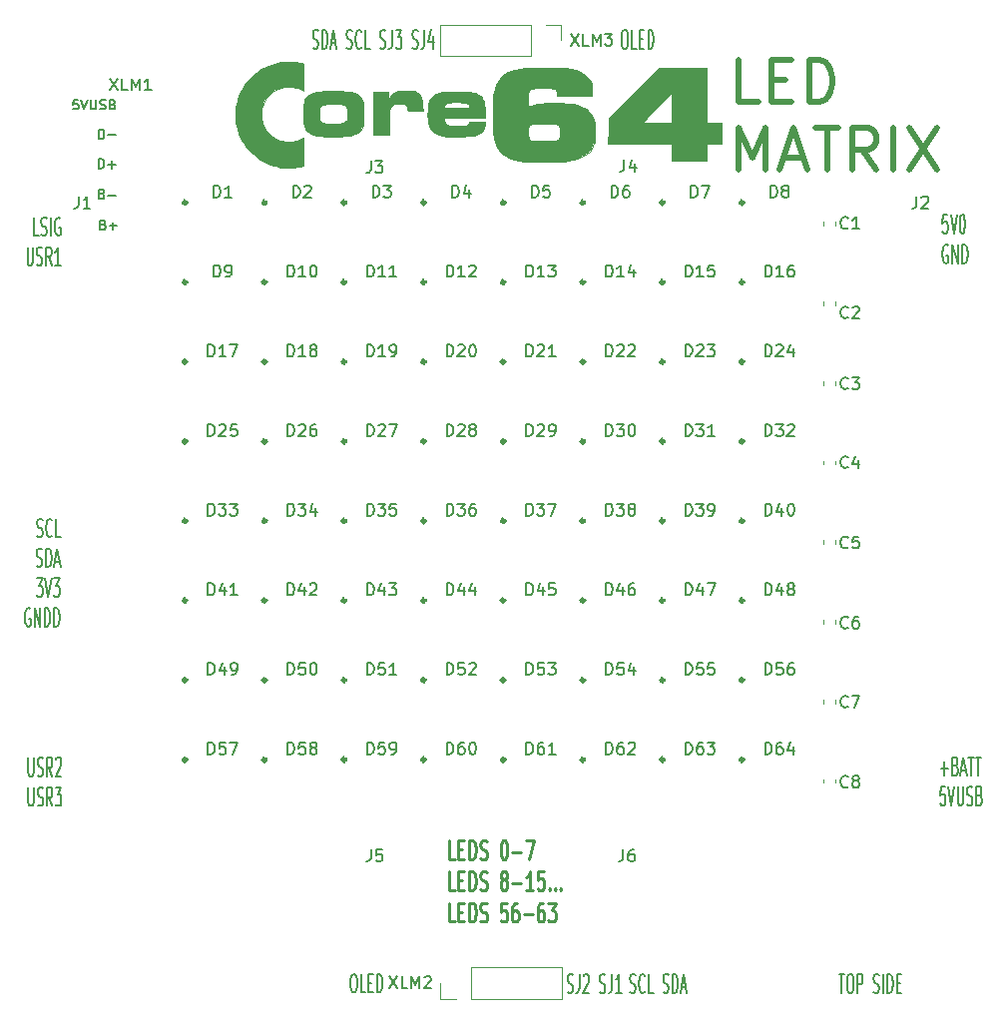
<source format=gto>
G04 #@! TF.GenerationSoftware,KiCad,Pcbnew,(5.1.2-1)-1*
G04 #@! TF.CreationDate,2021-03-21T18:44:29-05:00*
G04 #@! TF.ProjectId,Core64 LM v0.2,436f7265-3634-4204-9c4d-2076302e322e,0.3*
G04 #@! TF.SameCoordinates,Original*
G04 #@! TF.FileFunction,Legend,Top*
G04 #@! TF.FilePolarity,Positive*
%FSLAX46Y46*%
G04 Gerber Fmt 4.6, Leading zero omitted, Abs format (unit mm)*
G04 Created by KiCad (PCBNEW (5.1.2-1)-1) date 2021-03-21 18:44:29*
%MOMM*%
%LPD*%
G04 APERTURE LIST*
%ADD10C,0.160000*%
%ADD11C,0.150000*%
%ADD12C,0.250000*%
%ADD13C,0.500000*%
%ADD14C,0.300000*%
%ADD15C,0.120000*%
%ADD16C,0.010000*%
G04 APERTURE END LIST*
D10*
X-34104000Y31638095D02*
X-34104000Y32438095D01*
X-33913523Y32438095D01*
X-33799238Y32400000D01*
X-33723047Y32323809D01*
X-33684952Y32247619D01*
X-33646857Y32095238D01*
X-33646857Y31980952D01*
X-33684952Y31828571D01*
X-33723047Y31752380D01*
X-33799238Y31676190D01*
X-33913523Y31638095D01*
X-34104000Y31638095D01*
X-33304000Y31942857D02*
X-32694476Y31942857D01*
X-34104000Y29138095D02*
X-34104000Y29938095D01*
X-33913523Y29938095D01*
X-33799238Y29900000D01*
X-33723047Y29823809D01*
X-33684952Y29747619D01*
X-33646857Y29595238D01*
X-33646857Y29480952D01*
X-33684952Y29328571D01*
X-33723047Y29252380D01*
X-33799238Y29176190D01*
X-33913523Y29138095D01*
X-34104000Y29138095D01*
X-33304000Y29442857D02*
X-32694476Y29442857D01*
X-32999238Y29138095D02*
X-32999238Y29747619D01*
X28680190Y-39234761D02*
X29137333Y-39234761D01*
X28908761Y-40814761D02*
X28908761Y-39234761D01*
X29556380Y-39234761D02*
X29708761Y-39234761D01*
X29784952Y-39310000D01*
X29861142Y-39460476D01*
X29899238Y-39761428D01*
X29899238Y-40288095D01*
X29861142Y-40589047D01*
X29784952Y-40739523D01*
X29708761Y-40814761D01*
X29556380Y-40814761D01*
X29480190Y-40739523D01*
X29404000Y-40589047D01*
X29365904Y-40288095D01*
X29365904Y-39761428D01*
X29404000Y-39460476D01*
X29480190Y-39310000D01*
X29556380Y-39234761D01*
X30242095Y-40814761D02*
X30242095Y-39234761D01*
X30546857Y-39234761D01*
X30623047Y-39310000D01*
X30661142Y-39385238D01*
X30699238Y-39535714D01*
X30699238Y-39761428D01*
X30661142Y-39911904D01*
X30623047Y-39987142D01*
X30546857Y-40062380D01*
X30242095Y-40062380D01*
X31613523Y-40739523D02*
X31727809Y-40814761D01*
X31918285Y-40814761D01*
X31994476Y-40739523D01*
X32032571Y-40664285D01*
X32070666Y-40513809D01*
X32070666Y-40363333D01*
X32032571Y-40212857D01*
X31994476Y-40137619D01*
X31918285Y-40062380D01*
X31765904Y-39987142D01*
X31689714Y-39911904D01*
X31651619Y-39836666D01*
X31613523Y-39686190D01*
X31613523Y-39535714D01*
X31651619Y-39385238D01*
X31689714Y-39310000D01*
X31765904Y-39234761D01*
X31956380Y-39234761D01*
X32070666Y-39310000D01*
X32413523Y-40814761D02*
X32413523Y-39234761D01*
X32794476Y-40814761D02*
X32794476Y-39234761D01*
X32984952Y-39234761D01*
X33099238Y-39310000D01*
X33175428Y-39460476D01*
X33213523Y-39610952D01*
X33251619Y-39911904D01*
X33251619Y-40137619D01*
X33213523Y-40438571D01*
X33175428Y-40589047D01*
X33099238Y-40739523D01*
X32984952Y-40814761D01*
X32794476Y-40814761D01*
X33594476Y-39987142D02*
X33861142Y-39987142D01*
X33975428Y-40814761D02*
X33594476Y-40814761D01*
X33594476Y-39234761D01*
X33975428Y-39234761D01*
D11*
X-33166785Y36747619D02*
X-32500119Y35747619D01*
X-32500119Y36747619D02*
X-33166785Y35747619D01*
X-31642976Y35747619D02*
X-32119166Y35747619D01*
X-32119166Y36747619D01*
X-31309643Y35747619D02*
X-31309643Y36747619D01*
X-30976309Y36033333D01*
X-30642976Y36747619D01*
X-30642976Y35747619D01*
X-29642976Y35747619D02*
X-30214404Y35747619D01*
X-29928690Y35747619D02*
X-29928690Y36747619D01*
X-30023928Y36604761D01*
X-30119166Y36509523D01*
X-30214404Y36461904D01*
D10*
X-10243619Y39360476D02*
X-10129333Y39285238D01*
X-9938857Y39285238D01*
X-9862666Y39360476D01*
X-9824571Y39435714D01*
X-9786476Y39586190D01*
X-9786476Y39736666D01*
X-9824571Y39887142D01*
X-9862666Y39962380D01*
X-9938857Y40037619D01*
X-10091238Y40112857D01*
X-10167428Y40188095D01*
X-10205523Y40263333D01*
X-10243619Y40413809D01*
X-10243619Y40564285D01*
X-10205523Y40714761D01*
X-10167428Y40790000D01*
X-10091238Y40865238D01*
X-9900761Y40865238D01*
X-9786476Y40790000D01*
X-9215047Y40865238D02*
X-9215047Y39736666D01*
X-9253142Y39510952D01*
X-9329333Y39360476D01*
X-9443619Y39285238D01*
X-9519809Y39285238D01*
X-8910285Y40865238D02*
X-8415047Y40865238D01*
X-8681714Y40263333D01*
X-8567428Y40263333D01*
X-8491238Y40188095D01*
X-8453142Y40112857D01*
X-8415047Y39962380D01*
X-8415047Y39586190D01*
X-8453142Y39435714D01*
X-8491238Y39360476D01*
X-8567428Y39285238D01*
X-8796000Y39285238D01*
X-8872190Y39360476D01*
X-8910285Y39435714D01*
X-7500761Y39360476D02*
X-7386476Y39285238D01*
X-7196000Y39285238D01*
X-7119809Y39360476D01*
X-7081714Y39435714D01*
X-7043619Y39586190D01*
X-7043619Y39736666D01*
X-7081714Y39887142D01*
X-7119809Y39962380D01*
X-7196000Y40037619D01*
X-7348380Y40112857D01*
X-7424571Y40188095D01*
X-7462666Y40263333D01*
X-7500761Y40413809D01*
X-7500761Y40564285D01*
X-7462666Y40714761D01*
X-7424571Y40790000D01*
X-7348380Y40865238D01*
X-7157904Y40865238D01*
X-7043619Y40790000D01*
X-6472190Y40865238D02*
X-6472190Y39736666D01*
X-6510285Y39510952D01*
X-6586476Y39360476D01*
X-6700761Y39285238D01*
X-6776952Y39285238D01*
X-5748380Y40338571D02*
X-5748380Y39285238D01*
X-5938857Y40940476D02*
X-6129333Y39811904D01*
X-5634095Y39811904D01*
X-15943619Y39360476D02*
X-15829333Y39285238D01*
X-15638857Y39285238D01*
X-15562666Y39360476D01*
X-15524571Y39435714D01*
X-15486476Y39586190D01*
X-15486476Y39736666D01*
X-15524571Y39887142D01*
X-15562666Y39962380D01*
X-15638857Y40037619D01*
X-15791238Y40112857D01*
X-15867428Y40188095D01*
X-15905523Y40263333D01*
X-15943619Y40413809D01*
X-15943619Y40564285D01*
X-15905523Y40714761D01*
X-15867428Y40790000D01*
X-15791238Y40865238D01*
X-15600761Y40865238D01*
X-15486476Y40790000D01*
X-15143619Y39285238D02*
X-15143619Y40865238D01*
X-14953142Y40865238D01*
X-14838857Y40790000D01*
X-14762666Y40639523D01*
X-14724571Y40489047D01*
X-14686476Y40188095D01*
X-14686476Y39962380D01*
X-14724571Y39661428D01*
X-14762666Y39510952D01*
X-14838857Y39360476D01*
X-14953142Y39285238D01*
X-15143619Y39285238D01*
X-14381714Y39736666D02*
X-14000761Y39736666D01*
X-14457904Y39285238D02*
X-14191238Y40865238D01*
X-13924571Y39285238D01*
X-13086476Y39360476D02*
X-12972190Y39285238D01*
X-12781714Y39285238D01*
X-12705523Y39360476D01*
X-12667428Y39435714D01*
X-12629333Y39586190D01*
X-12629333Y39736666D01*
X-12667428Y39887142D01*
X-12705523Y39962380D01*
X-12781714Y40037619D01*
X-12934095Y40112857D01*
X-13010285Y40188095D01*
X-13048380Y40263333D01*
X-13086476Y40413809D01*
X-13086476Y40564285D01*
X-13048380Y40714761D01*
X-13010285Y40790000D01*
X-12934095Y40865238D01*
X-12743619Y40865238D01*
X-12629333Y40790000D01*
X-11829333Y39435714D02*
X-11867428Y39360476D01*
X-11981714Y39285238D01*
X-12057904Y39285238D01*
X-12172190Y39360476D01*
X-12248380Y39510952D01*
X-12286476Y39661428D01*
X-12324571Y39962380D01*
X-12324571Y40188095D01*
X-12286476Y40489047D01*
X-12248380Y40639523D01*
X-12172190Y40790000D01*
X-12057904Y40865238D01*
X-11981714Y40865238D01*
X-11867428Y40790000D01*
X-11829333Y40714761D01*
X-11105523Y39285238D02*
X-11486476Y39285238D01*
X-11486476Y40865238D01*
X10446857Y40865238D02*
X10599238Y40865238D01*
X10675428Y40790000D01*
X10751619Y40639523D01*
X10789714Y40338571D01*
X10789714Y39811904D01*
X10751619Y39510952D01*
X10675428Y39360476D01*
X10599238Y39285238D01*
X10446857Y39285238D01*
X10370666Y39360476D01*
X10294476Y39510952D01*
X10256380Y39811904D01*
X10256380Y40338571D01*
X10294476Y40639523D01*
X10370666Y40790000D01*
X10446857Y40865238D01*
X11513523Y39285238D02*
X11132571Y39285238D01*
X11132571Y40865238D01*
X11780190Y40112857D02*
X12046857Y40112857D01*
X12161142Y39285238D02*
X11780190Y39285238D01*
X11780190Y40865238D01*
X12161142Y40865238D01*
X12504000Y39285238D02*
X12504000Y40865238D01*
X12694476Y40865238D01*
X12808761Y40790000D01*
X12884952Y40639523D01*
X12923047Y40489047D01*
X12961142Y40188095D01*
X12961142Y39962380D01*
X12923047Y39661428D01*
X12884952Y39510952D01*
X12808761Y39360476D01*
X12694476Y39285238D01*
X12504000Y39285238D01*
X-33737333Y24357142D02*
X-33623047Y24319047D01*
X-33584952Y24280952D01*
X-33546857Y24204761D01*
X-33546857Y24090476D01*
X-33584952Y24014285D01*
X-33623047Y23976190D01*
X-33699238Y23938095D01*
X-34004000Y23938095D01*
X-34004000Y24738095D01*
X-33737333Y24738095D01*
X-33661142Y24700000D01*
X-33623047Y24661904D01*
X-33584952Y24585714D01*
X-33584952Y24509523D01*
X-33623047Y24433333D01*
X-33661142Y24395238D01*
X-33737333Y24357142D01*
X-34004000Y24357142D01*
X-33204000Y24242857D02*
X-32594476Y24242857D01*
X-32899238Y23938095D02*
X-32899238Y24547619D01*
X-33837333Y26957142D02*
X-33723047Y26919047D01*
X-33684952Y26880952D01*
X-33646857Y26804761D01*
X-33646857Y26690476D01*
X-33684952Y26614285D01*
X-33723047Y26576190D01*
X-33799238Y26538095D01*
X-34104000Y26538095D01*
X-34104000Y27338095D01*
X-33837333Y27338095D01*
X-33761142Y27300000D01*
X-33723047Y27261904D01*
X-33684952Y27185714D01*
X-33684952Y27109523D01*
X-33723047Y27033333D01*
X-33761142Y26995238D01*
X-33837333Y26957142D01*
X-34104000Y26957142D01*
X-33304000Y26842857D02*
X-32694476Y26842857D01*
X-35880190Y34938095D02*
X-36261142Y34938095D01*
X-36299238Y34557142D01*
X-36261142Y34595238D01*
X-36184952Y34633333D01*
X-35994476Y34633333D01*
X-35918285Y34595238D01*
X-35880190Y34557142D01*
X-35842095Y34480952D01*
X-35842095Y34290476D01*
X-35880190Y34214285D01*
X-35918285Y34176190D01*
X-35994476Y34138095D01*
X-36184952Y34138095D01*
X-36261142Y34176190D01*
X-36299238Y34214285D01*
X-35613523Y34938095D02*
X-35346857Y34138095D01*
X-35080190Y34938095D01*
X-34813523Y34938095D02*
X-34813523Y34290476D01*
X-34775428Y34214285D01*
X-34737333Y34176190D01*
X-34661142Y34138095D01*
X-34508761Y34138095D01*
X-34432571Y34176190D01*
X-34394476Y34214285D01*
X-34356380Y34290476D01*
X-34356380Y34938095D01*
X-34013523Y34176190D02*
X-33899238Y34138095D01*
X-33708761Y34138095D01*
X-33632571Y34176190D01*
X-33594476Y34214285D01*
X-33556380Y34290476D01*
X-33556380Y34366666D01*
X-33594476Y34442857D01*
X-33632571Y34480952D01*
X-33708761Y34519047D01*
X-33861142Y34557142D01*
X-33937333Y34595238D01*
X-33975428Y34633333D01*
X-34013523Y34709523D01*
X-34013523Y34785714D01*
X-33975428Y34861904D01*
X-33937333Y34900000D01*
X-33861142Y34938095D01*
X-33670666Y34938095D01*
X-33556380Y34900000D01*
X-32946857Y34557142D02*
X-32832571Y34519047D01*
X-32794476Y34480952D01*
X-32756380Y34404761D01*
X-32756380Y34290476D01*
X-32794476Y34214285D01*
X-32832571Y34176190D01*
X-32908761Y34138095D01*
X-33213523Y34138095D01*
X-33213523Y34938095D01*
X-32946857Y34938095D01*
X-32870666Y34900000D01*
X-32832571Y34861904D01*
X-32794476Y34785714D01*
X-32794476Y34709523D01*
X-32832571Y34633333D01*
X-32870666Y34595238D01*
X-32946857Y34557142D01*
X-33213523Y34557142D01*
X-40105523Y-20844761D02*
X-40105523Y-22123809D01*
X-40067428Y-22274285D01*
X-40029333Y-22349523D01*
X-39953142Y-22424761D01*
X-39800761Y-22424761D01*
X-39724571Y-22349523D01*
X-39686476Y-22274285D01*
X-39648380Y-22123809D01*
X-39648380Y-20844761D01*
X-39305523Y-22349523D02*
X-39191238Y-22424761D01*
X-39000761Y-22424761D01*
X-38924571Y-22349523D01*
X-38886476Y-22274285D01*
X-38848380Y-22123809D01*
X-38848380Y-21973333D01*
X-38886476Y-21822857D01*
X-38924571Y-21747619D01*
X-39000761Y-21672380D01*
X-39153142Y-21597142D01*
X-39229333Y-21521904D01*
X-39267428Y-21446666D01*
X-39305523Y-21296190D01*
X-39305523Y-21145714D01*
X-39267428Y-20995238D01*
X-39229333Y-20920000D01*
X-39153142Y-20844761D01*
X-38962666Y-20844761D01*
X-38848380Y-20920000D01*
X-38048380Y-22424761D02*
X-38315047Y-21672380D01*
X-38505523Y-22424761D02*
X-38505523Y-20844761D01*
X-38200761Y-20844761D01*
X-38124571Y-20920000D01*
X-38086476Y-20995238D01*
X-38048380Y-21145714D01*
X-38048380Y-21371428D01*
X-38086476Y-21521904D01*
X-38124571Y-21597142D01*
X-38200761Y-21672380D01*
X-38505523Y-21672380D01*
X-37743619Y-20995238D02*
X-37705523Y-20920000D01*
X-37629333Y-20844761D01*
X-37438857Y-20844761D01*
X-37362666Y-20920000D01*
X-37324571Y-20995238D01*
X-37286476Y-21145714D01*
X-37286476Y-21296190D01*
X-37324571Y-21521904D01*
X-37781714Y-22424761D01*
X-37286476Y-22424761D01*
X-40105523Y-23374761D02*
X-40105523Y-24653809D01*
X-40067428Y-24804285D01*
X-40029333Y-24879523D01*
X-39953142Y-24954761D01*
X-39800761Y-24954761D01*
X-39724571Y-24879523D01*
X-39686476Y-24804285D01*
X-39648380Y-24653809D01*
X-39648380Y-23374761D01*
X-39305523Y-24879523D02*
X-39191238Y-24954761D01*
X-39000761Y-24954761D01*
X-38924571Y-24879523D01*
X-38886476Y-24804285D01*
X-38848380Y-24653809D01*
X-38848380Y-24503333D01*
X-38886476Y-24352857D01*
X-38924571Y-24277619D01*
X-39000761Y-24202380D01*
X-39153142Y-24127142D01*
X-39229333Y-24051904D01*
X-39267428Y-23976666D01*
X-39305523Y-23826190D01*
X-39305523Y-23675714D01*
X-39267428Y-23525238D01*
X-39229333Y-23450000D01*
X-39153142Y-23374761D01*
X-38962666Y-23374761D01*
X-38848380Y-23450000D01*
X-38048380Y-24954761D02*
X-38315047Y-24202380D01*
X-38505523Y-24954761D02*
X-38505523Y-23374761D01*
X-38200761Y-23374761D01*
X-38124571Y-23450000D01*
X-38086476Y-23525238D01*
X-38048380Y-23675714D01*
X-38048380Y-23901428D01*
X-38086476Y-24051904D01*
X-38124571Y-24127142D01*
X-38200761Y-24202380D01*
X-38505523Y-24202380D01*
X-37781714Y-23374761D02*
X-37286476Y-23374761D01*
X-37553142Y-23976666D01*
X-37438857Y-23976666D01*
X-37362666Y-24051904D01*
X-37324571Y-24127142D01*
X-37286476Y-24277619D01*
X-37286476Y-24653809D01*
X-37324571Y-24804285D01*
X-37362666Y-24879523D01*
X-37438857Y-24954761D01*
X-37667428Y-24954761D01*
X-37743619Y-24879523D01*
X-37781714Y-24804285D01*
D11*
X35266666Y26747619D02*
X35266666Y26033333D01*
X35219047Y25890476D01*
X35123809Y25795238D01*
X34980952Y25747619D01*
X34885714Y25747619D01*
X35695238Y26652380D02*
X35742857Y26700000D01*
X35838095Y26747619D01*
X36076190Y26747619D01*
X36171428Y26700000D01*
X36219047Y26652380D01*
X36266666Y26557142D01*
X36266666Y26461904D01*
X36219047Y26319047D01*
X35647619Y25747619D01*
X36266666Y25747619D01*
X-35833333Y26747619D02*
X-35833333Y26033333D01*
X-35880952Y25890476D01*
X-35976190Y25795238D01*
X-36119047Y25747619D01*
X-36214285Y25747619D01*
X-34833333Y25747619D02*
X-35404761Y25747619D01*
X-35119047Y25747619D02*
X-35119047Y26747619D01*
X-35214285Y26604761D01*
X-35309523Y26509523D01*
X-35404761Y26461904D01*
D10*
X-12553142Y-39209761D02*
X-12400761Y-39209761D01*
X-12324571Y-39285000D01*
X-12248380Y-39435476D01*
X-12210285Y-39736428D01*
X-12210285Y-40263095D01*
X-12248380Y-40564047D01*
X-12324571Y-40714523D01*
X-12400761Y-40789761D01*
X-12553142Y-40789761D01*
X-12629333Y-40714523D01*
X-12705523Y-40564047D01*
X-12743619Y-40263095D01*
X-12743619Y-39736428D01*
X-12705523Y-39435476D01*
X-12629333Y-39285000D01*
X-12553142Y-39209761D01*
X-11486476Y-40789761D02*
X-11867428Y-40789761D01*
X-11867428Y-39209761D01*
X-11219809Y-39962142D02*
X-10953142Y-39962142D01*
X-10838857Y-40789761D02*
X-11219809Y-40789761D01*
X-11219809Y-39209761D01*
X-10838857Y-39209761D01*
X-10496000Y-40789761D02*
X-10496000Y-39209761D01*
X-10305523Y-39209761D01*
X-10191238Y-39285000D01*
X-10115047Y-39435476D01*
X-10076952Y-39585952D01*
X-10038857Y-39886904D01*
X-10038857Y-40112619D01*
X-10076952Y-40413571D01*
X-10115047Y-40564047D01*
X-10191238Y-40714523D01*
X-10305523Y-40789761D01*
X-10496000Y-40789761D01*
X10956380Y-40739523D02*
X11070666Y-40814761D01*
X11261142Y-40814761D01*
X11337333Y-40739523D01*
X11375428Y-40664285D01*
X11413523Y-40513809D01*
X11413523Y-40363333D01*
X11375428Y-40212857D01*
X11337333Y-40137619D01*
X11261142Y-40062380D01*
X11108761Y-39987142D01*
X11032571Y-39911904D01*
X10994476Y-39836666D01*
X10956380Y-39686190D01*
X10956380Y-39535714D01*
X10994476Y-39385238D01*
X11032571Y-39310000D01*
X11108761Y-39234761D01*
X11299238Y-39234761D01*
X11413523Y-39310000D01*
X12213523Y-40664285D02*
X12175428Y-40739523D01*
X12061142Y-40814761D01*
X11984952Y-40814761D01*
X11870666Y-40739523D01*
X11794476Y-40589047D01*
X11756380Y-40438571D01*
X11718285Y-40137619D01*
X11718285Y-39911904D01*
X11756380Y-39610952D01*
X11794476Y-39460476D01*
X11870666Y-39310000D01*
X11984952Y-39234761D01*
X12061142Y-39234761D01*
X12175428Y-39310000D01*
X12213523Y-39385238D01*
X12937333Y-40814761D02*
X12556380Y-40814761D01*
X12556380Y-39234761D01*
X13775428Y-40739523D02*
X13889714Y-40814761D01*
X14080190Y-40814761D01*
X14156380Y-40739523D01*
X14194476Y-40664285D01*
X14232571Y-40513809D01*
X14232571Y-40363333D01*
X14194476Y-40212857D01*
X14156380Y-40137619D01*
X14080190Y-40062380D01*
X13927809Y-39987142D01*
X13851619Y-39911904D01*
X13813523Y-39836666D01*
X13775428Y-39686190D01*
X13775428Y-39535714D01*
X13813523Y-39385238D01*
X13851619Y-39310000D01*
X13927809Y-39234761D01*
X14118285Y-39234761D01*
X14232571Y-39310000D01*
X14575428Y-40814761D02*
X14575428Y-39234761D01*
X14765904Y-39234761D01*
X14880190Y-39310000D01*
X14956380Y-39460476D01*
X14994476Y-39610952D01*
X15032571Y-39911904D01*
X15032571Y-40137619D01*
X14994476Y-40438571D01*
X14956380Y-40589047D01*
X14880190Y-40739523D01*
X14765904Y-40814761D01*
X14575428Y-40814761D01*
X15337333Y-40363333D02*
X15718285Y-40363333D01*
X15261142Y-40814761D02*
X15527809Y-39234761D01*
X15794476Y-40814761D01*
X5656380Y-40739523D02*
X5770666Y-40814761D01*
X5961142Y-40814761D01*
X6037333Y-40739523D01*
X6075428Y-40664285D01*
X6113523Y-40513809D01*
X6113523Y-40363333D01*
X6075428Y-40212857D01*
X6037333Y-40137619D01*
X5961142Y-40062380D01*
X5808761Y-39987142D01*
X5732571Y-39911904D01*
X5694476Y-39836666D01*
X5656380Y-39686190D01*
X5656380Y-39535714D01*
X5694476Y-39385238D01*
X5732571Y-39310000D01*
X5808761Y-39234761D01*
X5999238Y-39234761D01*
X6113523Y-39310000D01*
X6684952Y-39234761D02*
X6684952Y-40363333D01*
X6646857Y-40589047D01*
X6570666Y-40739523D01*
X6456380Y-40814761D01*
X6380190Y-40814761D01*
X7027809Y-39385238D02*
X7065904Y-39310000D01*
X7142095Y-39234761D01*
X7332571Y-39234761D01*
X7408761Y-39310000D01*
X7446857Y-39385238D01*
X7484952Y-39535714D01*
X7484952Y-39686190D01*
X7446857Y-39911904D01*
X6989714Y-40814761D01*
X7484952Y-40814761D01*
X8399238Y-40739523D02*
X8513523Y-40814761D01*
X8704000Y-40814761D01*
X8780190Y-40739523D01*
X8818285Y-40664285D01*
X8856380Y-40513809D01*
X8856380Y-40363333D01*
X8818285Y-40212857D01*
X8780190Y-40137619D01*
X8704000Y-40062380D01*
X8551619Y-39987142D01*
X8475428Y-39911904D01*
X8437333Y-39836666D01*
X8399238Y-39686190D01*
X8399238Y-39535714D01*
X8437333Y-39385238D01*
X8475428Y-39310000D01*
X8551619Y-39234761D01*
X8742095Y-39234761D01*
X8856380Y-39310000D01*
X9427809Y-39234761D02*
X9427809Y-40363333D01*
X9389714Y-40589047D01*
X9313523Y-40739523D01*
X9199238Y-40814761D01*
X9123047Y-40814761D01*
X10227809Y-40814761D02*
X9770666Y-40814761D01*
X9999238Y-40814761D02*
X9999238Y-39234761D01*
X9923047Y-39460476D01*
X9846857Y-39610952D01*
X9770666Y-39686190D01*
X37309476Y-21797857D02*
X37919000Y-21797857D01*
X37614238Y-22399761D02*
X37614238Y-21195952D01*
X38566619Y-21572142D02*
X38680904Y-21647380D01*
X38719000Y-21722619D01*
X38757095Y-21873095D01*
X38757095Y-22098809D01*
X38719000Y-22249285D01*
X38680904Y-22324523D01*
X38604714Y-22399761D01*
X38299952Y-22399761D01*
X38299952Y-20819761D01*
X38566619Y-20819761D01*
X38642809Y-20895000D01*
X38680904Y-20970238D01*
X38719000Y-21120714D01*
X38719000Y-21271190D01*
X38680904Y-21421666D01*
X38642809Y-21496904D01*
X38566619Y-21572142D01*
X38299952Y-21572142D01*
X39061857Y-21948333D02*
X39442809Y-21948333D01*
X38985666Y-22399761D02*
X39252333Y-20819761D01*
X39519000Y-22399761D01*
X39671380Y-20819761D02*
X40128523Y-20819761D01*
X39899952Y-22399761D02*
X39899952Y-20819761D01*
X40280904Y-20819761D02*
X40738047Y-20819761D01*
X40509476Y-22399761D02*
X40509476Y-20819761D01*
X37690428Y-23349761D02*
X37309476Y-23349761D01*
X37271380Y-24102142D01*
X37309476Y-24026904D01*
X37385666Y-23951666D01*
X37576142Y-23951666D01*
X37652333Y-24026904D01*
X37690428Y-24102142D01*
X37728523Y-24252619D01*
X37728523Y-24628809D01*
X37690428Y-24779285D01*
X37652333Y-24854523D01*
X37576142Y-24929761D01*
X37385666Y-24929761D01*
X37309476Y-24854523D01*
X37271380Y-24779285D01*
X37957095Y-23349761D02*
X38223761Y-24929761D01*
X38490428Y-23349761D01*
X38757095Y-23349761D02*
X38757095Y-24628809D01*
X38795190Y-24779285D01*
X38833285Y-24854523D01*
X38909476Y-24929761D01*
X39061857Y-24929761D01*
X39138047Y-24854523D01*
X39176142Y-24779285D01*
X39214238Y-24628809D01*
X39214238Y-23349761D01*
X39557095Y-24854523D02*
X39671380Y-24929761D01*
X39861857Y-24929761D01*
X39938047Y-24854523D01*
X39976142Y-24779285D01*
X40014238Y-24628809D01*
X40014238Y-24478333D01*
X39976142Y-24327857D01*
X39938047Y-24252619D01*
X39861857Y-24177380D01*
X39709476Y-24102142D01*
X39633285Y-24026904D01*
X39595190Y-23951666D01*
X39557095Y-23801190D01*
X39557095Y-23650714D01*
X39595190Y-23500238D01*
X39633285Y-23425000D01*
X39709476Y-23349761D01*
X39899952Y-23349761D01*
X40014238Y-23425000D01*
X40623761Y-24102142D02*
X40738047Y-24177380D01*
X40776142Y-24252619D01*
X40814238Y-24403095D01*
X40814238Y-24628809D01*
X40776142Y-24779285D01*
X40738047Y-24854523D01*
X40661857Y-24929761D01*
X40357095Y-24929761D01*
X40357095Y-23349761D01*
X40623761Y-23349761D01*
X40699952Y-23425000D01*
X40738047Y-23500238D01*
X40776142Y-23650714D01*
X40776142Y-23801190D01*
X40738047Y-23951666D01*
X40699952Y-24026904D01*
X40623761Y-24102142D01*
X40357095Y-24102142D01*
X-39346142Y-2094523D02*
X-39231857Y-2169761D01*
X-39041380Y-2169761D01*
X-38965190Y-2094523D01*
X-38927095Y-2019285D01*
X-38889000Y-1868809D01*
X-38889000Y-1718333D01*
X-38927095Y-1567857D01*
X-38965190Y-1492619D01*
X-39041380Y-1417380D01*
X-39193761Y-1342142D01*
X-39269952Y-1266904D01*
X-39308047Y-1191666D01*
X-39346142Y-1041190D01*
X-39346142Y-890714D01*
X-39308047Y-740238D01*
X-39269952Y-665000D01*
X-39193761Y-589761D01*
X-39003285Y-589761D01*
X-38889000Y-665000D01*
X-38089000Y-2019285D02*
X-38127095Y-2094523D01*
X-38241380Y-2169761D01*
X-38317571Y-2169761D01*
X-38431857Y-2094523D01*
X-38508047Y-1944047D01*
X-38546142Y-1793571D01*
X-38584238Y-1492619D01*
X-38584238Y-1266904D01*
X-38546142Y-965952D01*
X-38508047Y-815476D01*
X-38431857Y-665000D01*
X-38317571Y-589761D01*
X-38241380Y-589761D01*
X-38127095Y-665000D01*
X-38089000Y-740238D01*
X-37365190Y-2169761D02*
X-37746142Y-2169761D01*
X-37746142Y-589761D01*
X-39384238Y-4624523D02*
X-39269952Y-4699761D01*
X-39079476Y-4699761D01*
X-39003285Y-4624523D01*
X-38965190Y-4549285D01*
X-38927095Y-4398809D01*
X-38927095Y-4248333D01*
X-38965190Y-4097857D01*
X-39003285Y-4022619D01*
X-39079476Y-3947380D01*
X-39231857Y-3872142D01*
X-39308047Y-3796904D01*
X-39346142Y-3721666D01*
X-39384238Y-3571190D01*
X-39384238Y-3420714D01*
X-39346142Y-3270238D01*
X-39308047Y-3195000D01*
X-39231857Y-3119761D01*
X-39041380Y-3119761D01*
X-38927095Y-3195000D01*
X-38584238Y-4699761D02*
X-38584238Y-3119761D01*
X-38393761Y-3119761D01*
X-38279476Y-3195000D01*
X-38203285Y-3345476D01*
X-38165190Y-3495952D01*
X-38127095Y-3796904D01*
X-38127095Y-4022619D01*
X-38165190Y-4323571D01*
X-38203285Y-4474047D01*
X-38279476Y-4624523D01*
X-38393761Y-4699761D01*
X-38584238Y-4699761D01*
X-37822333Y-4248333D02*
X-37441380Y-4248333D01*
X-37898523Y-4699761D02*
X-37631857Y-3119761D01*
X-37365190Y-4699761D01*
X-39384238Y-5649761D02*
X-38889000Y-5649761D01*
X-39155666Y-6251666D01*
X-39041380Y-6251666D01*
X-38965190Y-6326904D01*
X-38927095Y-6402142D01*
X-38889000Y-6552619D01*
X-38889000Y-6928809D01*
X-38927095Y-7079285D01*
X-38965190Y-7154523D01*
X-39041380Y-7229761D01*
X-39269952Y-7229761D01*
X-39346142Y-7154523D01*
X-39384238Y-7079285D01*
X-38660428Y-5649761D02*
X-38393761Y-7229761D01*
X-38127095Y-5649761D01*
X-37936619Y-5649761D02*
X-37441380Y-5649761D01*
X-37708047Y-6251666D01*
X-37593761Y-6251666D01*
X-37517571Y-6326904D01*
X-37479476Y-6402142D01*
X-37441380Y-6552619D01*
X-37441380Y-6928809D01*
X-37479476Y-7079285D01*
X-37517571Y-7154523D01*
X-37593761Y-7229761D01*
X-37822333Y-7229761D01*
X-37898523Y-7154523D01*
X-37936619Y-7079285D01*
X-39917571Y-8255000D02*
X-39993761Y-8179761D01*
X-40108047Y-8179761D01*
X-40222333Y-8255000D01*
X-40298523Y-8405476D01*
X-40336619Y-8555952D01*
X-40374714Y-8856904D01*
X-40374714Y-9082619D01*
X-40336619Y-9383571D01*
X-40298523Y-9534047D01*
X-40222333Y-9684523D01*
X-40108047Y-9759761D01*
X-40031857Y-9759761D01*
X-39917571Y-9684523D01*
X-39879476Y-9609285D01*
X-39879476Y-9082619D01*
X-40031857Y-9082619D01*
X-39536619Y-9759761D02*
X-39536619Y-8179761D01*
X-39079476Y-9759761D01*
X-39079476Y-8179761D01*
X-38698523Y-9759761D02*
X-38698523Y-8179761D01*
X-38508047Y-8179761D01*
X-38393761Y-8255000D01*
X-38317571Y-8405476D01*
X-38279476Y-8555952D01*
X-38241380Y-8856904D01*
X-38241380Y-9082619D01*
X-38279476Y-9383571D01*
X-38317571Y-9534047D01*
X-38393761Y-9684523D01*
X-38508047Y-9759761D01*
X-38698523Y-9759761D01*
X-37898523Y-9759761D02*
X-37898523Y-8179761D01*
X-37708047Y-8179761D01*
X-37593761Y-8255000D01*
X-37517571Y-8405476D01*
X-37479476Y-8555952D01*
X-37441380Y-8856904D01*
X-37441380Y-9082619D01*
X-37479476Y-9383571D01*
X-37517571Y-9534047D01*
X-37593761Y-9684523D01*
X-37708047Y-9759761D01*
X-37898523Y-9759761D01*
D12*
X-3923214Y-29473809D02*
X-4399404Y-29473809D01*
X-4399404Y-27873809D01*
X-3589880Y-28635714D02*
X-3256547Y-28635714D01*
X-3113690Y-29473809D02*
X-3589880Y-29473809D01*
X-3589880Y-27873809D01*
X-3113690Y-27873809D01*
X-2685119Y-29473809D02*
X-2685119Y-27873809D01*
X-2447023Y-27873809D01*
X-2304166Y-27950000D01*
X-2208928Y-28102380D01*
X-2161309Y-28254761D01*
X-2113690Y-28559523D01*
X-2113690Y-28788095D01*
X-2161309Y-29092857D01*
X-2208928Y-29245238D01*
X-2304166Y-29397619D01*
X-2447023Y-29473809D01*
X-2685119Y-29473809D01*
X-1732738Y-29397619D02*
X-1589880Y-29473809D01*
X-1351785Y-29473809D01*
X-1256547Y-29397619D01*
X-1208928Y-29321428D01*
X-1161309Y-29169047D01*
X-1161309Y-29016666D01*
X-1208928Y-28864285D01*
X-1256547Y-28788095D01*
X-1351785Y-28711904D01*
X-1542261Y-28635714D01*
X-1637500Y-28559523D01*
X-1685119Y-28483333D01*
X-1732738Y-28330952D01*
X-1732738Y-28178571D01*
X-1685119Y-28026190D01*
X-1637500Y-27950000D01*
X-1542261Y-27873809D01*
X-1304166Y-27873809D01*
X-1161309Y-27950000D01*
X219642Y-27873809D02*
X314880Y-27873809D01*
X410119Y-27950000D01*
X457738Y-28026190D01*
X505357Y-28178571D01*
X552976Y-28483333D01*
X552976Y-28864285D01*
X505357Y-29169047D01*
X457738Y-29321428D01*
X410119Y-29397619D01*
X314880Y-29473809D01*
X219642Y-29473809D01*
X124404Y-29397619D01*
X76785Y-29321428D01*
X29166Y-29169047D01*
X-18452Y-28864285D01*
X-18452Y-28483333D01*
X29166Y-28178571D01*
X76785Y-28026190D01*
X124404Y-27950000D01*
X219642Y-27873809D01*
X981547Y-28864285D02*
X1743452Y-28864285D01*
X2124404Y-27873809D02*
X2791071Y-27873809D01*
X2362499Y-29473809D01*
X-3923214Y-32123809D02*
X-4399404Y-32123809D01*
X-4399404Y-30523809D01*
X-3589880Y-31285714D02*
X-3256547Y-31285714D01*
X-3113690Y-32123809D02*
X-3589880Y-32123809D01*
X-3589880Y-30523809D01*
X-3113690Y-30523809D01*
X-2685119Y-32123809D02*
X-2685119Y-30523809D01*
X-2447023Y-30523809D01*
X-2304166Y-30600000D01*
X-2208928Y-30752380D01*
X-2161309Y-30904761D01*
X-2113690Y-31209523D01*
X-2113690Y-31438095D01*
X-2161309Y-31742857D01*
X-2208928Y-31895238D01*
X-2304166Y-32047619D01*
X-2447023Y-32123809D01*
X-2685119Y-32123809D01*
X-1732738Y-32047619D02*
X-1589880Y-32123809D01*
X-1351785Y-32123809D01*
X-1256547Y-32047619D01*
X-1208928Y-31971428D01*
X-1161309Y-31819047D01*
X-1161309Y-31666666D01*
X-1208928Y-31514285D01*
X-1256547Y-31438095D01*
X-1351785Y-31361904D01*
X-1542261Y-31285714D01*
X-1637500Y-31209523D01*
X-1685119Y-31133333D01*
X-1732738Y-30980952D01*
X-1732738Y-30828571D01*
X-1685119Y-30676190D01*
X-1637500Y-30600000D01*
X-1542261Y-30523809D01*
X-1304166Y-30523809D01*
X-1161309Y-30600000D01*
X172023Y-31209523D02*
X76785Y-31133333D01*
X29166Y-31057142D01*
X-18452Y-30904761D01*
X-18452Y-30828571D01*
X29166Y-30676190D01*
X76785Y-30600000D01*
X172023Y-30523809D01*
X362500Y-30523809D01*
X457738Y-30600000D01*
X505357Y-30676190D01*
X552976Y-30828571D01*
X552976Y-30904761D01*
X505357Y-31057142D01*
X457738Y-31133333D01*
X362500Y-31209523D01*
X172023Y-31209523D01*
X76785Y-31285714D01*
X29166Y-31361904D01*
X-18452Y-31514285D01*
X-18452Y-31819047D01*
X29166Y-31971428D01*
X76785Y-32047619D01*
X172023Y-32123809D01*
X362500Y-32123809D01*
X457738Y-32047619D01*
X505357Y-31971428D01*
X552976Y-31819047D01*
X552976Y-31514285D01*
X505357Y-31361904D01*
X457738Y-31285714D01*
X362500Y-31209523D01*
X981547Y-31514285D02*
X1743452Y-31514285D01*
X2743452Y-32123809D02*
X2172023Y-32123809D01*
X2457738Y-32123809D02*
X2457738Y-30523809D01*
X2362499Y-30752380D01*
X2267261Y-30904761D01*
X2172023Y-30980952D01*
X3648214Y-30523809D02*
X3172023Y-30523809D01*
X3124404Y-31285714D01*
X3172023Y-31209523D01*
X3267261Y-31133333D01*
X3505357Y-31133333D01*
X3600595Y-31209523D01*
X3648214Y-31285714D01*
X3695833Y-31438095D01*
X3695833Y-31819047D01*
X3648214Y-31971428D01*
X3600595Y-32047619D01*
X3505357Y-32123809D01*
X3267261Y-32123809D01*
X3172023Y-32047619D01*
X3124404Y-31971428D01*
X4124404Y-31971428D02*
X4172023Y-32047619D01*
X4124404Y-32123809D01*
X4076785Y-32047619D01*
X4124404Y-31971428D01*
X4124404Y-32123809D01*
X4600595Y-31971428D02*
X4648214Y-32047619D01*
X4600595Y-32123809D01*
X4552976Y-32047619D01*
X4600595Y-31971428D01*
X4600595Y-32123809D01*
X5076785Y-31971428D02*
X5124404Y-32047619D01*
X5076785Y-32123809D01*
X5029166Y-32047619D01*
X5076785Y-31971428D01*
X5076785Y-32123809D01*
X-3923214Y-34773809D02*
X-4399404Y-34773809D01*
X-4399404Y-33173809D01*
X-3589880Y-33935714D02*
X-3256547Y-33935714D01*
X-3113690Y-34773809D02*
X-3589880Y-34773809D01*
X-3589880Y-33173809D01*
X-3113690Y-33173809D01*
X-2685119Y-34773809D02*
X-2685119Y-33173809D01*
X-2447023Y-33173809D01*
X-2304166Y-33250000D01*
X-2208928Y-33402380D01*
X-2161309Y-33554761D01*
X-2113690Y-33859523D01*
X-2113690Y-34088095D01*
X-2161309Y-34392857D01*
X-2208928Y-34545238D01*
X-2304166Y-34697619D01*
X-2447023Y-34773809D01*
X-2685119Y-34773809D01*
X-1732738Y-34697619D02*
X-1589880Y-34773809D01*
X-1351785Y-34773809D01*
X-1256547Y-34697619D01*
X-1208928Y-34621428D01*
X-1161309Y-34469047D01*
X-1161309Y-34316666D01*
X-1208928Y-34164285D01*
X-1256547Y-34088095D01*
X-1351785Y-34011904D01*
X-1542261Y-33935714D01*
X-1637500Y-33859523D01*
X-1685119Y-33783333D01*
X-1732738Y-33630952D01*
X-1732738Y-33478571D01*
X-1685119Y-33326190D01*
X-1637500Y-33250000D01*
X-1542261Y-33173809D01*
X-1304166Y-33173809D01*
X-1161309Y-33250000D01*
X505357Y-33173809D02*
X29166Y-33173809D01*
X-18452Y-33935714D01*
X29166Y-33859523D01*
X124404Y-33783333D01*
X362500Y-33783333D01*
X457738Y-33859523D01*
X505357Y-33935714D01*
X552976Y-34088095D01*
X552976Y-34469047D01*
X505357Y-34621428D01*
X457738Y-34697619D01*
X362500Y-34773809D01*
X124404Y-34773809D01*
X29166Y-34697619D01*
X-18452Y-34621428D01*
X1410119Y-33173809D02*
X1219642Y-33173809D01*
X1124404Y-33250000D01*
X1076785Y-33326190D01*
X981547Y-33554761D01*
X933928Y-33859523D01*
X933928Y-34469047D01*
X981547Y-34621428D01*
X1029166Y-34697619D01*
X1124404Y-34773809D01*
X1314880Y-34773809D01*
X1410119Y-34697619D01*
X1457738Y-34621428D01*
X1505357Y-34469047D01*
X1505357Y-34088095D01*
X1457738Y-33935714D01*
X1410119Y-33859523D01*
X1314880Y-33783333D01*
X1124404Y-33783333D01*
X1029166Y-33859523D01*
X981547Y-33935714D01*
X933928Y-34088095D01*
X1933928Y-34164285D02*
X2695833Y-34164285D01*
X3600595Y-33173809D02*
X3410119Y-33173809D01*
X3314880Y-33250000D01*
X3267261Y-33326190D01*
X3172023Y-33554761D01*
X3124404Y-33859523D01*
X3124404Y-34469047D01*
X3172023Y-34621428D01*
X3219642Y-34697619D01*
X3314880Y-34773809D01*
X3505357Y-34773809D01*
X3600595Y-34697619D01*
X3648214Y-34621428D01*
X3695833Y-34469047D01*
X3695833Y-34088095D01*
X3648214Y-33935714D01*
X3600595Y-33859523D01*
X3505357Y-33783333D01*
X3314880Y-33783333D01*
X3219642Y-33859523D01*
X3172023Y-33935714D01*
X3124404Y-34088095D01*
X4029166Y-33173809D02*
X4648214Y-33173809D01*
X4314880Y-33783333D01*
X4457738Y-33783333D01*
X4552976Y-33859523D01*
X4600595Y-33935714D01*
X4648214Y-34088095D01*
X4648214Y-34469047D01*
X4600595Y-34621428D01*
X4552976Y-34697619D01*
X4457738Y-34773809D01*
X4172023Y-34773809D01*
X4076785Y-34697619D01*
X4029166Y-34621428D01*
D13*
X21825000Y34791666D02*
X20158333Y34791666D01*
X20158333Y38291666D01*
X22991666Y36625000D02*
X24158333Y36625000D01*
X24658333Y34791666D02*
X22991666Y34791666D01*
X22991666Y38291666D01*
X24658333Y38291666D01*
X26158333Y34791666D02*
X26158333Y38291666D01*
X26991666Y38291666D01*
X27491666Y38125000D01*
X27825000Y37791666D01*
X27991666Y37458333D01*
X28158333Y36791666D01*
X28158333Y36291666D01*
X27991666Y35625000D01*
X27825000Y35291666D01*
X27491666Y34958333D01*
X26991666Y34791666D01*
X26158333Y34791666D01*
X20158333Y29041666D02*
X20158333Y32541666D01*
X21325000Y30041666D01*
X22491666Y32541666D01*
X22491666Y29041666D01*
X23991666Y30041666D02*
X25658333Y30041666D01*
X23658333Y29041666D02*
X24825000Y32541666D01*
X25991666Y29041666D01*
X26658333Y32541666D02*
X28658333Y32541666D01*
X27658333Y29041666D02*
X27658333Y32541666D01*
X31825000Y29041666D02*
X30658333Y30708333D01*
X29825000Y29041666D02*
X29825000Y32541666D01*
X31158333Y32541666D01*
X31491666Y32375000D01*
X31658333Y32208333D01*
X31825000Y31875000D01*
X31825000Y31375000D01*
X31658333Y31041666D01*
X31491666Y30875000D01*
X31158333Y30708333D01*
X29825000Y30708333D01*
X33325000Y29041666D02*
X33325000Y32541666D01*
X34658333Y32541666D02*
X36991666Y29041666D01*
X36991666Y32541666D02*
X34658333Y29041666D01*
D10*
X-39208047Y23400238D02*
X-39589000Y23400238D01*
X-39589000Y24980238D01*
X-38979476Y23475476D02*
X-38865190Y23400238D01*
X-38674714Y23400238D01*
X-38598523Y23475476D01*
X-38560428Y23550714D01*
X-38522333Y23701190D01*
X-38522333Y23851666D01*
X-38560428Y24002142D01*
X-38598523Y24077380D01*
X-38674714Y24152619D01*
X-38827095Y24227857D01*
X-38903285Y24303095D01*
X-38941380Y24378333D01*
X-38979476Y24528809D01*
X-38979476Y24679285D01*
X-38941380Y24829761D01*
X-38903285Y24905000D01*
X-38827095Y24980238D01*
X-38636619Y24980238D01*
X-38522333Y24905000D01*
X-38179476Y23400238D02*
X-38179476Y24980238D01*
X-37379476Y24905000D02*
X-37455666Y24980238D01*
X-37569952Y24980238D01*
X-37684238Y24905000D01*
X-37760428Y24754523D01*
X-37798523Y24604047D01*
X-37836619Y24303095D01*
X-37836619Y24077380D01*
X-37798523Y23776428D01*
X-37760428Y23625952D01*
X-37684238Y23475476D01*
X-37569952Y23400238D01*
X-37493761Y23400238D01*
X-37379476Y23475476D01*
X-37341380Y23550714D01*
X-37341380Y24077380D01*
X-37493761Y24077380D01*
X-40160428Y22450238D02*
X-40160428Y21171190D01*
X-40122333Y21020714D01*
X-40084238Y20945476D01*
X-40008047Y20870238D01*
X-39855666Y20870238D01*
X-39779476Y20945476D01*
X-39741380Y21020714D01*
X-39703285Y21171190D01*
X-39703285Y22450238D01*
X-39360428Y20945476D02*
X-39246142Y20870238D01*
X-39055666Y20870238D01*
X-38979476Y20945476D01*
X-38941380Y21020714D01*
X-38903285Y21171190D01*
X-38903285Y21321666D01*
X-38941380Y21472142D01*
X-38979476Y21547380D01*
X-39055666Y21622619D01*
X-39208047Y21697857D01*
X-39284238Y21773095D01*
X-39322333Y21848333D01*
X-39360428Y21998809D01*
X-39360428Y22149285D01*
X-39322333Y22299761D01*
X-39284238Y22375000D01*
X-39208047Y22450238D01*
X-39017571Y22450238D01*
X-38903285Y22375000D01*
X-38103285Y20870238D02*
X-38369952Y21622619D01*
X-38560428Y20870238D02*
X-38560428Y22450238D01*
X-38255666Y22450238D01*
X-38179476Y22375000D01*
X-38141380Y22299761D01*
X-38103285Y22149285D01*
X-38103285Y21923571D01*
X-38141380Y21773095D01*
X-38179476Y21697857D01*
X-38255666Y21622619D01*
X-38560428Y21622619D01*
X-37341380Y20870238D02*
X-37798523Y20870238D01*
X-37569952Y20870238D02*
X-37569952Y22450238D01*
X-37646142Y22224523D01*
X-37722333Y22074047D01*
X-37798523Y21998809D01*
X37890428Y25180238D02*
X37509476Y25180238D01*
X37471380Y24427857D01*
X37509476Y24503095D01*
X37585666Y24578333D01*
X37776142Y24578333D01*
X37852333Y24503095D01*
X37890428Y24427857D01*
X37928523Y24277380D01*
X37928523Y23901190D01*
X37890428Y23750714D01*
X37852333Y23675476D01*
X37776142Y23600238D01*
X37585666Y23600238D01*
X37509476Y23675476D01*
X37471380Y23750714D01*
X38157095Y25180238D02*
X38423761Y23600238D01*
X38690428Y25180238D01*
X39109476Y25180238D02*
X39185666Y25180238D01*
X39261857Y25105000D01*
X39299952Y25029761D01*
X39338047Y24879285D01*
X39376142Y24578333D01*
X39376142Y24202142D01*
X39338047Y23901190D01*
X39299952Y23750714D01*
X39261857Y23675476D01*
X39185666Y23600238D01*
X39109476Y23600238D01*
X39033285Y23675476D01*
X38995190Y23750714D01*
X38957095Y23901190D01*
X38919000Y24202142D01*
X38919000Y24578333D01*
X38957095Y24879285D01*
X38995190Y25029761D01*
X39033285Y25105000D01*
X39109476Y25180238D01*
X37928523Y22575000D02*
X37852333Y22650238D01*
X37738047Y22650238D01*
X37623761Y22575000D01*
X37547571Y22424523D01*
X37509476Y22274047D01*
X37471380Y21973095D01*
X37471380Y21747380D01*
X37509476Y21446428D01*
X37547571Y21295952D01*
X37623761Y21145476D01*
X37738047Y21070238D01*
X37814238Y21070238D01*
X37928523Y21145476D01*
X37966619Y21220714D01*
X37966619Y21747380D01*
X37814238Y21747380D01*
X38309476Y21070238D02*
X38309476Y22650238D01*
X38766619Y21070238D01*
X38766619Y22650238D01*
X39147571Y21070238D02*
X39147571Y22650238D01*
X39338047Y22650238D01*
X39452333Y22575000D01*
X39528523Y22424523D01*
X39566619Y22274047D01*
X39604714Y21973095D01*
X39604714Y21747380D01*
X39566619Y21446428D01*
X39528523Y21295952D01*
X39452333Y21145476D01*
X39338047Y21070238D01*
X39147571Y21070238D01*
D14*
X7095000Y5975000D02*
G75*
G03X7095000Y5975000I-150000J0D01*
G01*
X20595000Y26225000D02*
G75*
G03X20595000Y26225000I-150000J0D01*
G01*
X7095000Y26225000D02*
G75*
G03X7095000Y26225000I-150000J0D01*
G01*
X345000Y26225000D02*
G75*
G03X345000Y26225000I-150000J0D01*
G01*
X-6405000Y-14275000D02*
G75*
G03X-6405000Y-14275000I-150000J0D01*
G01*
X-13155000Y26225000D02*
G75*
G03X-13155000Y26225000I-150000J0D01*
G01*
X-6405000Y26225000D02*
G75*
G03X-6405000Y26225000I-150000J0D01*
G01*
X-19905000Y26225000D02*
G75*
G03X-19905000Y26225000I-150000J0D01*
G01*
X-26655000Y26225000D02*
G75*
G03X-26655000Y26225000I-150000J0D01*
G01*
X-19905000Y19475000D02*
G75*
G03X-19905000Y19475000I-150000J0D01*
G01*
X-13155000Y19475000D02*
G75*
G03X-13155000Y19475000I-150000J0D01*
G01*
X-6405000Y19475000D02*
G75*
G03X-6405000Y19475000I-150000J0D01*
G01*
X-26655000Y19475000D02*
G75*
G03X-26655000Y19475000I-150000J0D01*
G01*
X13845000Y19475000D02*
G75*
G03X13845000Y19475000I-150000J0D01*
G01*
X20595000Y12725000D02*
G75*
G03X20595000Y12725000I-150000J0D01*
G01*
X13845000Y26225000D02*
G75*
G03X13845000Y26225000I-150000J0D01*
G01*
X345000Y19475000D02*
G75*
G03X345000Y19475000I-150000J0D01*
G01*
X7095000Y19475000D02*
G75*
G03X7095000Y19475000I-150000J0D01*
G01*
X20595000Y19475000D02*
G75*
G03X20595000Y19475000I-150000J0D01*
G01*
X-26655000Y12725000D02*
G75*
G03X-26655000Y12725000I-150000J0D01*
G01*
X-19905000Y12725000D02*
G75*
G03X-19905000Y12725000I-150000J0D01*
G01*
X-13155000Y12725000D02*
G75*
G03X-13155000Y12725000I-150000J0D01*
G01*
X-6405000Y12725000D02*
G75*
G03X-6405000Y12725000I-150000J0D01*
G01*
X345000Y12725000D02*
G75*
G03X345000Y12725000I-150000J0D01*
G01*
X7095000Y12725000D02*
G75*
G03X7095000Y12725000I-150000J0D01*
G01*
X13845000Y12725000D02*
G75*
G03X13845000Y12725000I-150000J0D01*
G01*
X-26655000Y5975000D02*
G75*
G03X-26655000Y5975000I-150000J0D01*
G01*
X-19905000Y5975000D02*
G75*
G03X-19905000Y5975000I-150000J0D01*
G01*
X-13155000Y5975000D02*
G75*
G03X-13155000Y5975000I-150000J0D01*
G01*
X-6405000Y5975000D02*
G75*
G03X-6405000Y5975000I-150000J0D01*
G01*
X345000Y5975000D02*
G75*
G03X345000Y5975000I-150000J0D01*
G01*
X13845000Y5975000D02*
G75*
G03X13845000Y5975000I-150000J0D01*
G01*
X20595000Y5975000D02*
G75*
G03X20595000Y5975000I-150000J0D01*
G01*
X-26655000Y-775000D02*
G75*
G03X-26655000Y-775000I-150000J0D01*
G01*
X-19905000Y-775000D02*
G75*
G03X-19905000Y-775000I-150000J0D01*
G01*
X-13155000Y-775000D02*
G75*
G03X-13155000Y-775000I-150000J0D01*
G01*
X-6405000Y-775000D02*
G75*
G03X-6405000Y-775000I-150000J0D01*
G01*
X345000Y-775000D02*
G75*
G03X345000Y-775000I-150000J0D01*
G01*
X7095000Y-775000D02*
G75*
G03X7095000Y-775000I-150000J0D01*
G01*
X13845000Y-775000D02*
G75*
G03X13845000Y-775000I-150000J0D01*
G01*
X20595000Y-775000D02*
G75*
G03X20595000Y-775000I-150000J0D01*
G01*
X-26655000Y-7525000D02*
G75*
G03X-26655000Y-7525000I-150000J0D01*
G01*
X-19905000Y-7525000D02*
G75*
G03X-19905000Y-7525000I-150000J0D01*
G01*
X-13155000Y-7525000D02*
G75*
G03X-13155000Y-7525000I-150000J0D01*
G01*
X-6405000Y-7525000D02*
G75*
G03X-6405000Y-7525000I-150000J0D01*
G01*
X345000Y-7525000D02*
G75*
G03X345000Y-7525000I-150000J0D01*
G01*
X7095000Y-7525000D02*
G75*
G03X7095000Y-7525000I-150000J0D01*
G01*
X13845000Y-7525000D02*
G75*
G03X13845000Y-7525000I-150000J0D01*
G01*
X20595000Y-7525000D02*
G75*
G03X20595000Y-7525000I-150000J0D01*
G01*
X-26655000Y-14275000D02*
G75*
G03X-26655000Y-14275000I-150000J0D01*
G01*
X-19905000Y-14275000D02*
G75*
G03X-19905000Y-14275000I-150000J0D01*
G01*
X-13155000Y-14275000D02*
G75*
G03X-13155000Y-14275000I-150000J0D01*
G01*
X345000Y-14275000D02*
G75*
G03X345000Y-14275000I-150000J0D01*
G01*
X7095000Y-14275000D02*
G75*
G03X7095000Y-14275000I-150000J0D01*
G01*
X13845000Y-14275000D02*
G75*
G03X13845000Y-14275000I-150000J0D01*
G01*
X20595000Y-14275000D02*
G75*
G03X20595000Y-14275000I-150000J0D01*
G01*
X-26655000Y-21025000D02*
G75*
G03X-26655000Y-21025000I-150000J0D01*
G01*
X-19905000Y-21025000D02*
G75*
G03X-19905000Y-21025000I-150000J0D01*
G01*
X-13155000Y-21025000D02*
G75*
G03X-13155000Y-21025000I-150000J0D01*
G01*
X-6405000Y-21025000D02*
G75*
G03X-6405000Y-21025000I-150000J0D01*
G01*
X345000Y-21025000D02*
G75*
G03X345000Y-21025000I-150000J0D01*
G01*
X7095000Y-21025000D02*
G75*
G03X7095000Y-21025000I-150000J0D01*
G01*
X13845000Y-21025000D02*
G75*
G03X13845000Y-21025000I-150000J0D01*
G01*
X20595000Y-21025000D02*
G75*
G03X20595000Y-21025000I-150000J0D01*
G01*
D15*
X-5140000Y-41330000D02*
X-5140000Y-40000000D01*
X-3810000Y-41330000D02*
X-5140000Y-41330000D01*
X-2540000Y-41330000D02*
X-2540000Y-38670000D01*
X-2540000Y-38670000D02*
X5140000Y-38670000D01*
X-2540000Y-41330000D02*
X5140000Y-41330000D01*
X5140000Y-41330000D02*
X5140000Y-38670000D01*
X27375000Y24572779D02*
X27375000Y24247221D01*
X28395000Y24572779D02*
X28395000Y24247221D01*
D16*
G36*
X-7840121Y35731908D02*
G01*
X-7596150Y35708555D01*
X-7391062Y35668792D01*
X-7219833Y35611236D01*
X-7077437Y35534506D01*
X-6958851Y35437220D01*
X-6934658Y35412055D01*
X-6846812Y35301251D01*
X-6777021Y35175803D01*
X-6723296Y35028710D01*
X-6683649Y34852970D01*
X-6656091Y34641582D01*
X-6638632Y34387544D01*
X-6637682Y34366750D01*
X-6621636Y34004800D01*
X-7260034Y34004800D01*
X-7898433Y34004801D01*
X-7912021Y34074650D01*
X-7944362Y34227260D01*
X-7976562Y34339161D01*
X-8014230Y34420120D01*
X-8062978Y34479902D01*
X-8128416Y34528273D01*
X-8192821Y34563442D01*
X-8255458Y34592164D01*
X-8315526Y34610706D01*
X-8386807Y34621223D01*
X-8483083Y34625872D01*
X-8597900Y34626822D01*
X-8827097Y34613911D01*
X-9016378Y34573766D01*
X-9169921Y34504377D01*
X-9291907Y34403729D01*
X-9386518Y34269812D01*
X-9402118Y34239683D01*
X-9416511Y34209568D01*
X-9428404Y34179805D01*
X-9438073Y34145407D01*
X-9445795Y34101384D01*
X-9451848Y34042748D01*
X-9456507Y33964511D01*
X-9460051Y33861685D01*
X-9462757Y33729280D01*
X-9464901Y33562308D01*
X-9466760Y33355782D01*
X-9468612Y33104712D01*
X-9469114Y33033250D01*
X-9476727Y31947400D01*
X-10845800Y31947400D01*
X-10845800Y35655800D01*
X-9525000Y35655800D01*
X-9525000Y35038325D01*
X-9424838Y35193296D01*
X-9312919Y35349287D01*
X-9195425Y35474588D01*
X-9065713Y35571998D01*
X-8917145Y35644318D01*
X-8743080Y35694349D01*
X-8536877Y35724892D01*
X-8291897Y35738746D01*
X-8128000Y35740232D01*
X-7840121Y35731908D01*
X-7840121Y35731908D01*
G37*
X-7840121Y35731908D02*
X-7596150Y35708555D01*
X-7391062Y35668792D01*
X-7219833Y35611236D01*
X-7077437Y35534506D01*
X-6958851Y35437220D01*
X-6934658Y35412055D01*
X-6846812Y35301251D01*
X-6777021Y35175803D01*
X-6723296Y35028710D01*
X-6683649Y34852970D01*
X-6656091Y34641582D01*
X-6638632Y34387544D01*
X-6637682Y34366750D01*
X-6621636Y34004800D01*
X-7260034Y34004800D01*
X-7898433Y34004801D01*
X-7912021Y34074650D01*
X-7944362Y34227260D01*
X-7976562Y34339161D01*
X-8014230Y34420120D01*
X-8062978Y34479902D01*
X-8128416Y34528273D01*
X-8192821Y34563442D01*
X-8255458Y34592164D01*
X-8315526Y34610706D01*
X-8386807Y34621223D01*
X-8483083Y34625872D01*
X-8597900Y34626822D01*
X-8827097Y34613911D01*
X-9016378Y34573766D01*
X-9169921Y34504377D01*
X-9291907Y34403729D01*
X-9386518Y34269812D01*
X-9402118Y34239683D01*
X-9416511Y34209568D01*
X-9428404Y34179805D01*
X-9438073Y34145407D01*
X-9445795Y34101384D01*
X-9451848Y34042748D01*
X-9456507Y33964511D01*
X-9460051Y33861685D01*
X-9462757Y33729280D01*
X-9464901Y33562308D01*
X-9466760Y33355782D01*
X-9468612Y33104712D01*
X-9469114Y33033250D01*
X-9476727Y31947400D01*
X-10845800Y31947400D01*
X-10845800Y35655800D01*
X-9525000Y35655800D01*
X-9525000Y35038325D01*
X-9424838Y35193296D01*
X-9312919Y35349287D01*
X-9195425Y35474588D01*
X-9065713Y35571998D01*
X-8917145Y35644318D01*
X-8743080Y35694349D01*
X-8536877Y35724892D01*
X-8291897Y35738746D01*
X-8128000Y35740232D01*
X-7840121Y35731908D01*
G36*
X-3200765Y35646539D02*
G01*
X-2897187Y35632057D01*
X-2633095Y35607969D01*
X-2404914Y35573642D01*
X-2209067Y35528437D01*
X-2041979Y35471721D01*
X-1900075Y35402858D01*
X-1779777Y35321211D01*
X-1701543Y35251164D01*
X-1623221Y35162941D01*
X-1557192Y35065117D01*
X-1502141Y34952360D01*
X-1456754Y34819337D01*
X-1419717Y34660718D01*
X-1389716Y34471171D01*
X-1365436Y34245364D01*
X-1345564Y33977965D01*
X-1333270Y33757150D01*
X-1317740Y33446000D01*
X-4853150Y33446000D01*
X-4837879Y33312650D01*
X-4805841Y33138987D01*
X-4750453Y33005502D01*
X-4665433Y32905218D01*
X-4544498Y32831156D01*
X-4381367Y32776339D01*
X-4347702Y32768133D01*
X-4268842Y32752164D01*
X-4182228Y32740216D01*
X-4079297Y32731777D01*
X-3951486Y32726337D01*
X-3790231Y32723385D01*
X-3586971Y32722409D01*
X-3581400Y32722406D01*
X-3395105Y32722579D01*
X-3252240Y32723720D01*
X-3145437Y32726421D01*
X-3067327Y32731275D01*
X-3010542Y32738874D01*
X-2967714Y32749810D01*
X-2931473Y32764678D01*
X-2908300Y32776548D01*
X-2806630Y32841705D01*
X-2740787Y32914724D01*
X-2696496Y33011834D01*
X-2693642Y33020550D01*
X-2663061Y33115800D01*
X-1320800Y33115800D01*
X-1321304Y33058650D01*
X-1331194Y32930541D01*
X-1355815Y32783580D01*
X-1390531Y32639857D01*
X-1430709Y32521465D01*
X-1437042Y32506989D01*
X-1514113Y32369540D01*
X-1613601Y32249641D01*
X-1738357Y32146473D01*
X-1891236Y32059219D01*
X-2075087Y31987063D01*
X-2292764Y31929186D01*
X-2547119Y31884772D01*
X-2841004Y31853003D01*
X-3177270Y31833062D01*
X-3558771Y31824132D01*
X-3821428Y31823779D01*
X-4003337Y31825710D01*
X-4181357Y31829202D01*
X-4344725Y31833923D01*
X-4482679Y31839543D01*
X-4584458Y31845731D01*
X-4610100Y31848027D01*
X-4937638Y31894002D01*
X-5222934Y31960104D01*
X-5464147Y32045835D01*
X-5603906Y32116168D01*
X-5713206Y32195726D01*
X-5828319Y32305660D01*
X-5934414Y32429930D01*
X-6016663Y32552494D01*
X-6029583Y32576644D01*
X-6069870Y32667439D01*
X-6113471Y32783167D01*
X-6151256Y32899506D01*
X-6152783Y32904744D01*
X-6170782Y32970363D01*
X-6184587Y33032513D01*
X-6194745Y33099141D01*
X-6201799Y33178197D01*
X-6206296Y33277630D01*
X-6208779Y33405391D01*
X-6209794Y33569427D01*
X-6209912Y33738100D01*
X-6209086Y33953584D01*
X-6206585Y34125877D01*
X-6202985Y34233400D01*
X-4871451Y34233400D01*
X-2661347Y34233400D01*
X-2679051Y34327773D01*
X-2727633Y34477576D01*
X-2811190Y34590950D01*
X-2931361Y34669797D01*
X-2993790Y34693276D01*
X-3057959Y34705135D01*
X-3163339Y34715369D01*
X-3300364Y34723804D01*
X-3459464Y34730267D01*
X-3631072Y34734587D01*
X-3805621Y34736588D01*
X-3973542Y34736100D01*
X-4125269Y34732948D01*
X-4251232Y34726959D01*
X-4341865Y34717961D01*
X-4343676Y34717684D01*
X-4524460Y34675888D01*
X-4662600Y34611403D01*
X-4762446Y34520836D01*
X-4828347Y34400793D01*
X-4851612Y34321361D01*
X-4871451Y34233400D01*
X-6202985Y34233400D01*
X-6202008Y34262572D01*
X-6194952Y34371262D01*
X-6185015Y34459539D01*
X-6171795Y34534998D01*
X-6166446Y34559238D01*
X-6091811Y34808096D01*
X-5991015Y35015764D01*
X-5860355Y35186621D01*
X-5696128Y35325043D01*
X-5494629Y35435408D01*
X-5389436Y35477584D01*
X-5266476Y35519401D01*
X-5145131Y35553648D01*
X-5018307Y35581166D01*
X-4878910Y35602794D01*
X-4719846Y35619374D01*
X-4534019Y35631747D01*
X-4314337Y35640751D01*
X-4053704Y35647229D01*
X-3940682Y35649232D01*
X-3547405Y35652052D01*
X-3200765Y35646539D01*
X-3200765Y35646539D01*
G37*
X-3200765Y35646539D02*
X-2897187Y35632057D01*
X-2633095Y35607969D01*
X-2404914Y35573642D01*
X-2209067Y35528437D01*
X-2041979Y35471721D01*
X-1900075Y35402858D01*
X-1779777Y35321211D01*
X-1701543Y35251164D01*
X-1623221Y35162941D01*
X-1557192Y35065117D01*
X-1502141Y34952360D01*
X-1456754Y34819337D01*
X-1419717Y34660718D01*
X-1389716Y34471171D01*
X-1365436Y34245364D01*
X-1345564Y33977965D01*
X-1333270Y33757150D01*
X-1317740Y33446000D01*
X-4853150Y33446000D01*
X-4837879Y33312650D01*
X-4805841Y33138987D01*
X-4750453Y33005502D01*
X-4665433Y32905218D01*
X-4544498Y32831156D01*
X-4381367Y32776339D01*
X-4347702Y32768133D01*
X-4268842Y32752164D01*
X-4182228Y32740216D01*
X-4079297Y32731777D01*
X-3951486Y32726337D01*
X-3790231Y32723385D01*
X-3586971Y32722409D01*
X-3581400Y32722406D01*
X-3395105Y32722579D01*
X-3252240Y32723720D01*
X-3145437Y32726421D01*
X-3067327Y32731275D01*
X-3010542Y32738874D01*
X-2967714Y32749810D01*
X-2931473Y32764678D01*
X-2908300Y32776548D01*
X-2806630Y32841705D01*
X-2740787Y32914724D01*
X-2696496Y33011834D01*
X-2693642Y33020550D01*
X-2663061Y33115800D01*
X-1320800Y33115800D01*
X-1321304Y33058650D01*
X-1331194Y32930541D01*
X-1355815Y32783580D01*
X-1390531Y32639857D01*
X-1430709Y32521465D01*
X-1437042Y32506989D01*
X-1514113Y32369540D01*
X-1613601Y32249641D01*
X-1738357Y32146473D01*
X-1891236Y32059219D01*
X-2075087Y31987063D01*
X-2292764Y31929186D01*
X-2547119Y31884772D01*
X-2841004Y31853003D01*
X-3177270Y31833062D01*
X-3558771Y31824132D01*
X-3821428Y31823779D01*
X-4003337Y31825710D01*
X-4181357Y31829202D01*
X-4344725Y31833923D01*
X-4482679Y31839543D01*
X-4584458Y31845731D01*
X-4610100Y31848027D01*
X-4937638Y31894002D01*
X-5222934Y31960104D01*
X-5464147Y32045835D01*
X-5603906Y32116168D01*
X-5713206Y32195726D01*
X-5828319Y32305660D01*
X-5934414Y32429930D01*
X-6016663Y32552494D01*
X-6029583Y32576644D01*
X-6069870Y32667439D01*
X-6113471Y32783167D01*
X-6151256Y32899506D01*
X-6152783Y32904744D01*
X-6170782Y32970363D01*
X-6184587Y33032513D01*
X-6194745Y33099141D01*
X-6201799Y33178197D01*
X-6206296Y33277630D01*
X-6208779Y33405391D01*
X-6209794Y33569427D01*
X-6209912Y33738100D01*
X-6209086Y33953584D01*
X-6206585Y34125877D01*
X-6202985Y34233400D01*
X-4871451Y34233400D01*
X-2661347Y34233400D01*
X-2679051Y34327773D01*
X-2727633Y34477576D01*
X-2811190Y34590950D01*
X-2931361Y34669797D01*
X-2993790Y34693276D01*
X-3057959Y34705135D01*
X-3163339Y34715369D01*
X-3300364Y34723804D01*
X-3459464Y34730267D01*
X-3631072Y34734587D01*
X-3805621Y34736588D01*
X-3973542Y34736100D01*
X-4125269Y34732948D01*
X-4251232Y34726959D01*
X-4341865Y34717961D01*
X-4343676Y34717684D01*
X-4524460Y34675888D01*
X-4662600Y34611403D01*
X-4762446Y34520836D01*
X-4828347Y34400793D01*
X-4851612Y34321361D01*
X-4871451Y34233400D01*
X-6202985Y34233400D01*
X-6202008Y34262572D01*
X-6194952Y34371262D01*
X-6185015Y34459539D01*
X-6171795Y34534998D01*
X-6166446Y34559238D01*
X-6091811Y34808096D01*
X-5991015Y35015764D01*
X-5860355Y35186621D01*
X-5696128Y35325043D01*
X-5494629Y35435408D01*
X-5389436Y35477584D01*
X-5266476Y35519401D01*
X-5145131Y35553648D01*
X-5018307Y35581166D01*
X-4878910Y35602794D01*
X-4719846Y35619374D01*
X-4534019Y35631747D01*
X-4314337Y35640751D01*
X-4053704Y35647229D01*
X-3940682Y35649232D01*
X-3547405Y35652052D01*
X-3200765Y35646539D01*
G36*
X-14077891Y35674940D02*
G01*
X-13848917Y35672020D01*
X-13627990Y35667652D01*
X-13422876Y35661922D01*
X-13241338Y35654917D01*
X-13091143Y35646721D01*
X-12980054Y35637422D01*
X-12941300Y35632338D01*
X-12656175Y35576678D01*
X-12416110Y35506694D01*
X-12216547Y35418952D01*
X-12052928Y35310016D01*
X-11920695Y35176452D01*
X-11815289Y35014826D01*
X-11732152Y34821702D01*
X-11691425Y34690600D01*
X-11675098Y34601744D01*
X-11661954Y34471062D01*
X-11651997Y34307429D01*
X-11645230Y34119720D01*
X-11641654Y33916808D01*
X-11641272Y33707570D01*
X-11644088Y33500878D01*
X-11650102Y33305609D01*
X-11659318Y33130636D01*
X-11671738Y32984834D01*
X-11687364Y32877078D01*
X-11690915Y32860701D01*
X-11763485Y32622521D01*
X-11861974Y32424498D01*
X-11990543Y32262515D01*
X-12153356Y32132458D01*
X-12354574Y32030211D01*
X-12598358Y31951660D01*
X-12614332Y31947635D01*
X-12746614Y31918054D01*
X-12895167Y31889737D01*
X-13017500Y31870328D01*
X-13088590Y31863957D01*
X-13202511Y31857714D01*
X-13351297Y31851739D01*
X-13526980Y31846172D01*
X-13721592Y31841155D01*
X-13927165Y31836827D01*
X-14135733Y31833329D01*
X-14339327Y31830801D01*
X-14529979Y31829384D01*
X-14699721Y31829217D01*
X-14840587Y31830442D01*
X-14944609Y31833199D01*
X-14986000Y31835645D01*
X-15063538Y31842962D01*
X-15172511Y31854250D01*
X-15293909Y31867516D01*
X-15341600Y31872920D01*
X-15649989Y31920956D01*
X-15914206Y31990406D01*
X-16137010Y32083234D01*
X-16321160Y32201404D01*
X-16469413Y32346882D01*
X-16584529Y32521631D01*
X-16669265Y32727617D01*
X-16700602Y32840847D01*
X-16728653Y32995716D01*
X-16749728Y33189700D01*
X-16763826Y33411653D01*
X-16770944Y33650432D01*
X-16771014Y33775836D01*
X-15417072Y33775836D01*
X-15410605Y33595213D01*
X-15390166Y33425428D01*
X-15355559Y33278470D01*
X-15326335Y33202883D01*
X-15249518Y33099560D01*
X-15128470Y33017620D01*
X-14965772Y32958717D01*
X-14932739Y32950795D01*
X-14838116Y32936536D01*
X-14705980Y32926224D01*
X-14545674Y32919709D01*
X-14366542Y32916839D01*
X-14177927Y32917465D01*
X-13989173Y32921435D01*
X-13809624Y32928600D01*
X-13648624Y32938808D01*
X-13515515Y32951908D01*
X-13419643Y32967751D01*
X-13391402Y32975643D01*
X-13252689Y33048187D01*
X-13140522Y33155217D01*
X-13065095Y33286257D01*
X-13052490Y33323911D01*
X-13037698Y33405789D01*
X-13027499Y33523016D01*
X-13021870Y33662535D01*
X-13020792Y33811292D01*
X-13024241Y33956232D01*
X-13032197Y34084299D01*
X-13044639Y34182439D01*
X-13053967Y34220700D01*
X-13117484Y34359903D01*
X-13203587Y34458637D01*
X-13299371Y34516510D01*
X-13396781Y34546676D01*
X-13535865Y34571772D01*
X-13707714Y34591367D01*
X-13903414Y34605032D01*
X-14114053Y34612336D01*
X-14330720Y34612849D01*
X-14544502Y34606140D01*
X-14746487Y34591778D01*
X-14782800Y34588149D01*
X-14979025Y34556763D01*
X-15130969Y34507697D01*
X-15242561Y34439295D01*
X-15307180Y34366903D01*
X-15354623Y34262830D01*
X-15388884Y34121635D01*
X-15409767Y33955307D01*
X-15417072Y33775836D01*
X-16771014Y33775836D01*
X-16771081Y33894891D01*
X-16764233Y34133888D01*
X-16750399Y34356276D01*
X-16729575Y34550912D01*
X-16701761Y34706651D01*
X-16700986Y34709911D01*
X-16637839Y34912195D01*
X-16550363Y35085821D01*
X-16435225Y35232872D01*
X-16289093Y35355431D01*
X-16108637Y35455581D01*
X-15890526Y35535405D01*
X-15631427Y35596986D01*
X-15328009Y35642407D01*
X-15185892Y35657228D01*
X-15071698Y35664805D01*
X-14918961Y35670417D01*
X-14735448Y35674150D01*
X-14528921Y35676091D01*
X-14307148Y35676326D01*
X-14077891Y35674940D01*
X-14077891Y35674940D01*
G37*
X-14077891Y35674940D02*
X-13848917Y35672020D01*
X-13627990Y35667652D01*
X-13422876Y35661922D01*
X-13241338Y35654917D01*
X-13091143Y35646721D01*
X-12980054Y35637422D01*
X-12941300Y35632338D01*
X-12656175Y35576678D01*
X-12416110Y35506694D01*
X-12216547Y35418952D01*
X-12052928Y35310016D01*
X-11920695Y35176452D01*
X-11815289Y35014826D01*
X-11732152Y34821702D01*
X-11691425Y34690600D01*
X-11675098Y34601744D01*
X-11661954Y34471062D01*
X-11651997Y34307429D01*
X-11645230Y34119720D01*
X-11641654Y33916808D01*
X-11641272Y33707570D01*
X-11644088Y33500878D01*
X-11650102Y33305609D01*
X-11659318Y33130636D01*
X-11671738Y32984834D01*
X-11687364Y32877078D01*
X-11690915Y32860701D01*
X-11763485Y32622521D01*
X-11861974Y32424498D01*
X-11990543Y32262515D01*
X-12153356Y32132458D01*
X-12354574Y32030211D01*
X-12598358Y31951660D01*
X-12614332Y31947635D01*
X-12746614Y31918054D01*
X-12895167Y31889737D01*
X-13017500Y31870328D01*
X-13088590Y31863957D01*
X-13202511Y31857714D01*
X-13351297Y31851739D01*
X-13526980Y31846172D01*
X-13721592Y31841155D01*
X-13927165Y31836827D01*
X-14135733Y31833329D01*
X-14339327Y31830801D01*
X-14529979Y31829384D01*
X-14699721Y31829217D01*
X-14840587Y31830442D01*
X-14944609Y31833199D01*
X-14986000Y31835645D01*
X-15063538Y31842962D01*
X-15172511Y31854250D01*
X-15293909Y31867516D01*
X-15341600Y31872920D01*
X-15649989Y31920956D01*
X-15914206Y31990406D01*
X-16137010Y32083234D01*
X-16321160Y32201404D01*
X-16469413Y32346882D01*
X-16584529Y32521631D01*
X-16669265Y32727617D01*
X-16700602Y32840847D01*
X-16728653Y32995716D01*
X-16749728Y33189700D01*
X-16763826Y33411653D01*
X-16770944Y33650432D01*
X-16771014Y33775836D01*
X-15417072Y33775836D01*
X-15410605Y33595213D01*
X-15390166Y33425428D01*
X-15355559Y33278470D01*
X-15326335Y33202883D01*
X-15249518Y33099560D01*
X-15128470Y33017620D01*
X-14965772Y32958717D01*
X-14932739Y32950795D01*
X-14838116Y32936536D01*
X-14705980Y32926224D01*
X-14545674Y32919709D01*
X-14366542Y32916839D01*
X-14177927Y32917465D01*
X-13989173Y32921435D01*
X-13809624Y32928600D01*
X-13648624Y32938808D01*
X-13515515Y32951908D01*
X-13419643Y32967751D01*
X-13391402Y32975643D01*
X-13252689Y33048187D01*
X-13140522Y33155217D01*
X-13065095Y33286257D01*
X-13052490Y33323911D01*
X-13037698Y33405789D01*
X-13027499Y33523016D01*
X-13021870Y33662535D01*
X-13020792Y33811292D01*
X-13024241Y33956232D01*
X-13032197Y34084299D01*
X-13044639Y34182439D01*
X-13053967Y34220700D01*
X-13117484Y34359903D01*
X-13203587Y34458637D01*
X-13299371Y34516510D01*
X-13396781Y34546676D01*
X-13535865Y34571772D01*
X-13707714Y34591367D01*
X-13903414Y34605032D01*
X-14114053Y34612336D01*
X-14330720Y34612849D01*
X-14544502Y34606140D01*
X-14746487Y34591778D01*
X-14782800Y34588149D01*
X-14979025Y34556763D01*
X-15130969Y34507697D01*
X-15242561Y34439295D01*
X-15307180Y34366903D01*
X-15354623Y34262830D01*
X-15388884Y34121635D01*
X-15409767Y33955307D01*
X-15417072Y33775836D01*
X-16771014Y33775836D01*
X-16771081Y33894891D01*
X-16764233Y34133888D01*
X-16750399Y34356276D01*
X-16729575Y34550912D01*
X-16701761Y34706651D01*
X-16700986Y34709911D01*
X-16637839Y34912195D01*
X-16550363Y35085821D01*
X-16435225Y35232872D01*
X-16289093Y35355431D01*
X-16108637Y35455581D01*
X-15890526Y35535405D01*
X-15631427Y35596986D01*
X-15328009Y35642407D01*
X-15185892Y35657228D01*
X-15071698Y35664805D01*
X-14918961Y35670417D01*
X-14735448Y35674150D01*
X-14528921Y35676091D01*
X-14307148Y35676326D01*
X-14077891Y35674940D01*
G36*
X17475200Y32988800D02*
G01*
X18745200Y32988800D01*
X18745200Y31236200D01*
X17475200Y31236200D01*
X17475200Y29763000D01*
X14478000Y29763000D01*
X14478000Y31236200D01*
X9111116Y31236200D01*
X9124489Y32308423D01*
X9132975Y32988800D01*
X11985340Y32988800D01*
X14478000Y32988800D01*
X14478000Y35515898D01*
X13282564Y34322199D01*
X13077012Y34116665D01*
X12881121Y33920246D01*
X12698018Y33736113D01*
X12530832Y33567440D01*
X12382693Y33417397D01*
X12256728Y33289157D01*
X12156067Y33185892D01*
X12083839Y33110773D01*
X12043172Y33066973D01*
X12036234Y33058650D01*
X11985340Y32988800D01*
X9132975Y32988800D01*
X9137863Y33380646D01*
X13382615Y37611600D01*
X17475200Y37611600D01*
X17475200Y32988800D01*
X17475200Y32988800D01*
G37*
X17475200Y32988800D02*
X18745200Y32988800D01*
X18745200Y31236200D01*
X17475200Y31236200D01*
X17475200Y29763000D01*
X14478000Y29763000D01*
X14478000Y31236200D01*
X9111116Y31236200D01*
X9124489Y32308423D01*
X9132975Y32988800D01*
X11985340Y32988800D01*
X14478000Y32988800D01*
X14478000Y35515898D01*
X13282564Y34322199D01*
X13077012Y34116665D01*
X12881121Y33920246D01*
X12698018Y33736113D01*
X12530832Y33567440D01*
X12382693Y33417397D01*
X12256728Y33289157D01*
X12156067Y33185892D01*
X12083839Y33110773D01*
X12043172Y33066973D01*
X12036234Y33058650D01*
X11985340Y32988800D01*
X9132975Y32988800D01*
X9137863Y33380646D01*
X13382615Y37611600D01*
X17475200Y37611600D01*
X17475200Y32988800D01*
G36*
X3579230Y37685556D02*
G01*
X3854187Y37683527D01*
X4128151Y37680367D01*
X4395071Y37676137D01*
X4648897Y37670895D01*
X4883579Y37664702D01*
X5093068Y37657620D01*
X5271311Y37649706D01*
X5412261Y37641022D01*
X5509866Y37631628D01*
X5525651Y37629357D01*
X5930452Y37554143D01*
X6288803Y37463700D01*
X6603063Y37356883D01*
X6875589Y37232550D01*
X7108739Y37089558D01*
X7304872Y36926763D01*
X7466345Y36743022D01*
X7523360Y36660933D01*
X7592161Y36545424D01*
X7644615Y36432639D01*
X7683096Y36312499D01*
X7709978Y36174923D01*
X7727635Y36009834D01*
X7738442Y35807153D01*
X7740679Y35738350D01*
X7753398Y35300200D01*
X4756327Y35300200D01*
X4744687Y35501259D01*
X4729523Y35642577D01*
X4699627Y35744144D01*
X4649812Y35816104D01*
X4574895Y35868600D01*
X4550974Y35880172D01*
X4520493Y35891621D01*
X4481160Y35900840D01*
X4427571Y35908061D01*
X4354323Y35913518D01*
X4256011Y35917444D01*
X4127231Y35920071D01*
X3962578Y35921632D01*
X3756649Y35922361D01*
X3568700Y35922500D01*
X3305568Y35922198D01*
X3088296Y35920706D01*
X2911944Y35917144D01*
X2771573Y35910633D01*
X2662245Y35900294D01*
X2579018Y35885248D01*
X2516955Y35864615D01*
X2471116Y35837517D01*
X2436561Y35803074D01*
X2408351Y35760408D01*
X2382920Y35711435D01*
X2364702Y35671934D01*
X2350561Y35632021D01*
X2339859Y35584627D01*
X2331961Y35522686D01*
X2326229Y35439130D01*
X2322029Y35326891D01*
X2318723Y35178904D01*
X2315676Y34988099D01*
X2315268Y34959928D01*
X2312802Y34760903D01*
X2311983Y34607472D01*
X2313024Y34494446D01*
X2316138Y34416639D01*
X2321536Y34368864D01*
X2329432Y34345935D01*
X2340037Y34342663D01*
X2340530Y34342872D01*
X2497123Y34411425D01*
X2637075Y34468846D01*
X2766949Y34516181D01*
X2893307Y34554478D01*
X3022712Y34584786D01*
X3161725Y34608151D01*
X3316908Y34625621D01*
X3494825Y34638244D01*
X3702037Y34647067D01*
X3945107Y34653138D01*
X4230597Y34657504D01*
X4318000Y34658552D01*
X4687810Y34661275D01*
X5012507Y34659984D01*
X5297658Y34654133D01*
X5548830Y34643173D01*
X5771590Y34626556D01*
X5971507Y34603736D01*
X6154148Y34574165D01*
X6325080Y34537294D01*
X6489872Y34492577D01*
X6654091Y34439466D01*
X6696193Y34424639D01*
X6996990Y34296109D01*
X7255705Y34139810D01*
X7473855Y33954051D01*
X7652953Y33737138D01*
X7794515Y33487380D01*
X7900056Y33203083D01*
X7943211Y33031793D01*
X7957576Y32956051D01*
X7968581Y32874033D01*
X7976604Y32778066D01*
X7982024Y32660477D01*
X7985216Y32513594D01*
X7986559Y32329745D01*
X7986555Y32150600D01*
X7985796Y31943231D01*
X7984165Y31779009D01*
X7981164Y31650285D01*
X7976293Y31549407D01*
X7969052Y31468724D01*
X7958942Y31400587D01*
X7945464Y31337344D01*
X7929480Y31276255D01*
X7832070Y31006330D01*
X7696080Y30764998D01*
X7519389Y30549760D01*
X7299877Y30358116D01*
X7035425Y30187565D01*
X6981158Y30157994D01*
X6715816Y30034350D01*
X6420426Y29930056D01*
X6091453Y29844356D01*
X5725364Y29776496D01*
X5318624Y29725718D01*
X4867700Y29691269D01*
X4775200Y29686432D01*
X4547964Y29677742D01*
X4281998Y29671523D01*
X3989311Y29667765D01*
X3681913Y29666460D01*
X3371812Y29667598D01*
X3071018Y29671170D01*
X2791541Y29677168D01*
X2545390Y29685583D01*
X2489200Y29688124D01*
X2010427Y29724246D01*
X1575836Y29784664D01*
X1184911Y29869531D01*
X837138Y29978997D01*
X532004Y30113213D01*
X268993Y30272332D01*
X127567Y30382943D01*
X-65172Y30580712D01*
X-236165Y30820219D01*
X-382564Y31096045D01*
X-501522Y31402773D01*
X-590191Y31734987D01*
X-594750Y31756900D01*
X-614724Y31859684D01*
X-631683Y31960623D01*
X-645820Y32064596D01*
X-657330Y32176477D01*
X-658219Y32188700D01*
X2324100Y32188700D01*
X2325047Y32024090D01*
X2330612Y31885873D01*
X2344881Y31771723D01*
X2371938Y31679310D01*
X2415868Y31606304D01*
X2480758Y31550378D01*
X2570692Y31509203D01*
X2689755Y31480448D01*
X2842033Y31461787D01*
X3031611Y31450889D01*
X3262574Y31445426D01*
X3539007Y31443070D01*
X3632866Y31442614D01*
X3829501Y31442739D01*
X4021208Y31444755D01*
X4198599Y31448422D01*
X4352290Y31453496D01*
X4472894Y31459738D01*
X4544602Y31466055D01*
X4687494Y31487647D01*
X4796171Y31516385D01*
X4875496Y31559008D01*
X4930330Y31622252D01*
X4965535Y31712858D01*
X4985973Y31837562D01*
X4996505Y32003102D01*
X4999402Y32096384D01*
X5002765Y32286247D01*
X5001166Y32433103D01*
X4993404Y32544605D01*
X4978280Y32628407D01*
X4954591Y32692162D01*
X4921138Y32743525D01*
X4893036Y32774444D01*
X4849989Y32811231D01*
X4797955Y32841582D01*
X4732002Y32866075D01*
X4647195Y32885290D01*
X4538600Y32899806D01*
X4401284Y32910204D01*
X4230312Y32917062D01*
X4020752Y32920961D01*
X3767668Y32922479D01*
X3632200Y32922535D01*
X3341201Y32921879D01*
X3096916Y32918933D01*
X2895256Y32911406D01*
X2732136Y32897005D01*
X2603468Y32873436D01*
X2505166Y32838407D01*
X2433142Y32789625D01*
X2383309Y32724797D01*
X2351581Y32641631D01*
X2333870Y32537835D01*
X2326090Y32411114D01*
X2324153Y32259177D01*
X2324100Y32188700D01*
X-658219Y32188700D01*
X-666406Y32301144D01*
X-673244Y32443472D01*
X-678038Y32608338D01*
X-680981Y32800619D01*
X-682268Y33025190D01*
X-682093Y33286929D01*
X-680650Y33590711D01*
X-678731Y33865100D01*
X-676278Y34172657D01*
X-673894Y34434089D01*
X-671399Y34654071D01*
X-668611Y34837280D01*
X-665348Y34988390D01*
X-661430Y35112075D01*
X-656675Y35213012D01*
X-650901Y35295874D01*
X-643928Y35365338D01*
X-635573Y35426078D01*
X-625656Y35482770D01*
X-613994Y35540088D01*
X-613694Y35541500D01*
X-523402Y35895246D01*
X-410028Y36211221D01*
X-271234Y36491231D01*
X-104681Y36737080D01*
X91970Y36950574D01*
X321056Y37133517D01*
X584917Y37287714D01*
X885890Y37414971D01*
X1226314Y37517091D01*
X1608528Y37595881D01*
X2034869Y37653145D01*
X2134912Y37663042D01*
X2247422Y37670613D01*
X2401290Y37676632D01*
X2590464Y37681160D01*
X2808896Y37684256D01*
X3050534Y37685981D01*
X3309328Y37686394D01*
X3579230Y37685556D01*
X3579230Y37685556D01*
G37*
X3579230Y37685556D02*
X3854187Y37683527D01*
X4128151Y37680367D01*
X4395071Y37676137D01*
X4648897Y37670895D01*
X4883579Y37664702D01*
X5093068Y37657620D01*
X5271311Y37649706D01*
X5412261Y37641022D01*
X5509866Y37631628D01*
X5525651Y37629357D01*
X5930452Y37554143D01*
X6288803Y37463700D01*
X6603063Y37356883D01*
X6875589Y37232550D01*
X7108739Y37089558D01*
X7304872Y36926763D01*
X7466345Y36743022D01*
X7523360Y36660933D01*
X7592161Y36545424D01*
X7644615Y36432639D01*
X7683096Y36312499D01*
X7709978Y36174923D01*
X7727635Y36009834D01*
X7738442Y35807153D01*
X7740679Y35738350D01*
X7753398Y35300200D01*
X4756327Y35300200D01*
X4744687Y35501259D01*
X4729523Y35642577D01*
X4699627Y35744144D01*
X4649812Y35816104D01*
X4574895Y35868600D01*
X4550974Y35880172D01*
X4520493Y35891621D01*
X4481160Y35900840D01*
X4427571Y35908061D01*
X4354323Y35913518D01*
X4256011Y35917444D01*
X4127231Y35920071D01*
X3962578Y35921632D01*
X3756649Y35922361D01*
X3568700Y35922500D01*
X3305568Y35922198D01*
X3088296Y35920706D01*
X2911944Y35917144D01*
X2771573Y35910633D01*
X2662245Y35900294D01*
X2579018Y35885248D01*
X2516955Y35864615D01*
X2471116Y35837517D01*
X2436561Y35803074D01*
X2408351Y35760408D01*
X2382920Y35711435D01*
X2364702Y35671934D01*
X2350561Y35632021D01*
X2339859Y35584627D01*
X2331961Y35522686D01*
X2326229Y35439130D01*
X2322029Y35326891D01*
X2318723Y35178904D01*
X2315676Y34988099D01*
X2315268Y34959928D01*
X2312802Y34760903D01*
X2311983Y34607472D01*
X2313024Y34494446D01*
X2316138Y34416639D01*
X2321536Y34368864D01*
X2329432Y34345935D01*
X2340037Y34342663D01*
X2340530Y34342872D01*
X2497123Y34411425D01*
X2637075Y34468846D01*
X2766949Y34516181D01*
X2893307Y34554478D01*
X3022712Y34584786D01*
X3161725Y34608151D01*
X3316908Y34625621D01*
X3494825Y34638244D01*
X3702037Y34647067D01*
X3945107Y34653138D01*
X4230597Y34657504D01*
X4318000Y34658552D01*
X4687810Y34661275D01*
X5012507Y34659984D01*
X5297658Y34654133D01*
X5548830Y34643173D01*
X5771590Y34626556D01*
X5971507Y34603736D01*
X6154148Y34574165D01*
X6325080Y34537294D01*
X6489872Y34492577D01*
X6654091Y34439466D01*
X6696193Y34424639D01*
X6996990Y34296109D01*
X7255705Y34139810D01*
X7473855Y33954051D01*
X7652953Y33737138D01*
X7794515Y33487380D01*
X7900056Y33203083D01*
X7943211Y33031793D01*
X7957576Y32956051D01*
X7968581Y32874033D01*
X7976604Y32778066D01*
X7982024Y32660477D01*
X7985216Y32513594D01*
X7986559Y32329745D01*
X7986555Y32150600D01*
X7985796Y31943231D01*
X7984165Y31779009D01*
X7981164Y31650285D01*
X7976293Y31549407D01*
X7969052Y31468724D01*
X7958942Y31400587D01*
X7945464Y31337344D01*
X7929480Y31276255D01*
X7832070Y31006330D01*
X7696080Y30764998D01*
X7519389Y30549760D01*
X7299877Y30358116D01*
X7035425Y30187565D01*
X6981158Y30157994D01*
X6715816Y30034350D01*
X6420426Y29930056D01*
X6091453Y29844356D01*
X5725364Y29776496D01*
X5318624Y29725718D01*
X4867700Y29691269D01*
X4775200Y29686432D01*
X4547964Y29677742D01*
X4281998Y29671523D01*
X3989311Y29667765D01*
X3681913Y29666460D01*
X3371812Y29667598D01*
X3071018Y29671170D01*
X2791541Y29677168D01*
X2545390Y29685583D01*
X2489200Y29688124D01*
X2010427Y29724246D01*
X1575836Y29784664D01*
X1184911Y29869531D01*
X837138Y29978997D01*
X532004Y30113213D01*
X268993Y30272332D01*
X127567Y30382943D01*
X-65172Y30580712D01*
X-236165Y30820219D01*
X-382564Y31096045D01*
X-501522Y31402773D01*
X-590191Y31734987D01*
X-594750Y31756900D01*
X-614724Y31859684D01*
X-631683Y31960623D01*
X-645820Y32064596D01*
X-657330Y32176477D01*
X-658219Y32188700D01*
X2324100Y32188700D01*
X2325047Y32024090D01*
X2330612Y31885873D01*
X2344881Y31771723D01*
X2371938Y31679310D01*
X2415868Y31606304D01*
X2480758Y31550378D01*
X2570692Y31509203D01*
X2689755Y31480448D01*
X2842033Y31461787D01*
X3031611Y31450889D01*
X3262574Y31445426D01*
X3539007Y31443070D01*
X3632866Y31442614D01*
X3829501Y31442739D01*
X4021208Y31444755D01*
X4198599Y31448422D01*
X4352290Y31453496D01*
X4472894Y31459738D01*
X4544602Y31466055D01*
X4687494Y31487647D01*
X4796171Y31516385D01*
X4875496Y31559008D01*
X4930330Y31622252D01*
X4965535Y31712858D01*
X4985973Y31837562D01*
X4996505Y32003102D01*
X4999402Y32096384D01*
X5002765Y32286247D01*
X5001166Y32433103D01*
X4993404Y32544605D01*
X4978280Y32628407D01*
X4954591Y32692162D01*
X4921138Y32743525D01*
X4893036Y32774444D01*
X4849989Y32811231D01*
X4797955Y32841582D01*
X4732002Y32866075D01*
X4647195Y32885290D01*
X4538600Y32899806D01*
X4401284Y32910204D01*
X4230312Y32917062D01*
X4020752Y32920961D01*
X3767668Y32922479D01*
X3632200Y32922535D01*
X3341201Y32921879D01*
X3096916Y32918933D01*
X2895256Y32911406D01*
X2732136Y32897005D01*
X2603468Y32873436D01*
X2505166Y32838407D01*
X2433142Y32789625D01*
X2383309Y32724797D01*
X2351581Y32641631D01*
X2333870Y32537835D01*
X2326090Y32411114D01*
X2324153Y32259177D01*
X2324100Y32188700D01*
X-658219Y32188700D01*
X-666406Y32301144D01*
X-673244Y32443472D01*
X-678038Y32608338D01*
X-680981Y32800619D01*
X-682268Y33025190D01*
X-682093Y33286929D01*
X-680650Y33590711D01*
X-678731Y33865100D01*
X-676278Y34172657D01*
X-673894Y34434089D01*
X-671399Y34654071D01*
X-668611Y34837280D01*
X-665348Y34988390D01*
X-661430Y35112075D01*
X-656675Y35213012D01*
X-650901Y35295874D01*
X-643928Y35365338D01*
X-635573Y35426078D01*
X-625656Y35482770D01*
X-613994Y35540088D01*
X-613694Y35541500D01*
X-523402Y35895246D01*
X-410028Y36211221D01*
X-271234Y36491231D01*
X-104681Y36737080D01*
X91970Y36950574D01*
X321056Y37133517D01*
X584917Y37287714D01*
X885890Y37414971D01*
X1226314Y37517091D01*
X1608528Y37595881D01*
X2034869Y37653145D01*
X2134912Y37663042D01*
X2247422Y37670613D01*
X2401290Y37676632D01*
X2590464Y37681160D01*
X2808896Y37684256D01*
X3050534Y37685981D01*
X3309328Y37686394D01*
X3579230Y37685556D01*
G36*
X-17862556Y38166542D02*
G01*
X-17591850Y38153023D01*
X-17336641Y38128211D01*
X-17112370Y38092614D01*
X-17068800Y38083405D01*
X-16954326Y38057978D01*
X-16859787Y38037173D01*
X-16795131Y38023166D01*
X-16770350Y38018132D01*
X-16769050Y37993544D01*
X-16767840Y37923193D01*
X-16766746Y37812118D01*
X-16765798Y37665355D01*
X-16765022Y37487942D01*
X-16764446Y37284917D01*
X-16764097Y37061316D01*
X-16764000Y36860184D01*
X-16764404Y36623559D01*
X-16765559Y36403609D01*
X-16767383Y36205315D01*
X-16769793Y36033656D01*
X-16772707Y35893613D01*
X-16776042Y35790167D01*
X-16779716Y35728297D01*
X-16783050Y35712120D01*
X-17033926Y35833996D01*
X-17256183Y35926472D01*
X-17460354Y35992524D01*
X-17656968Y36035124D01*
X-17856558Y36057247D01*
X-18022897Y36062200D01*
X-18350090Y36043261D01*
X-18651415Y35985015D01*
X-18935637Y35885318D01*
X-19122751Y35793228D01*
X-19404493Y35610740D01*
X-19652199Y35394305D01*
X-19864335Y35148645D01*
X-20039365Y34878485D01*
X-20175756Y34588550D01*
X-20271972Y34283564D01*
X-20326481Y33968251D01*
X-20337746Y33647335D01*
X-20304233Y33325541D01*
X-20224409Y33007594D01*
X-20115539Y32736620D01*
X-19947880Y32441766D01*
X-19739845Y32169704D01*
X-19498943Y31929474D01*
X-19340711Y31803624D01*
X-19226375Y31730668D01*
X-19080411Y31651834D01*
X-18920024Y31575254D01*
X-18762417Y31509058D01*
X-18624793Y31461378D01*
X-18604477Y31455660D01*
X-18292410Y31396373D01*
X-17970388Y31381421D01*
X-17648204Y31409818D01*
X-17335651Y31480577D01*
X-17042523Y31592711D01*
X-16990561Y31618241D01*
X-16912128Y31656401D01*
X-16841644Y31687743D01*
X-16826635Y31693729D01*
X-16764000Y31717543D01*
X-16764000Y29361216D01*
X-17100550Y29277867D01*
X-17222336Y29248467D01*
X-17323806Y29226733D01*
X-17416949Y29211368D01*
X-17513750Y29201075D01*
X-17626198Y29194557D01*
X-17766278Y29190516D01*
X-17932400Y29187837D01*
X-18186562Y29187254D01*
X-18395404Y29193164D01*
X-18564020Y29205775D01*
X-18655604Y29217850D01*
X-19134755Y29318774D01*
X-19590201Y29463974D01*
X-20025448Y29654826D01*
X-20444001Y29892709D01*
X-20550897Y29962684D01*
X-20929760Y30247114D01*
X-21271009Y30563669D01*
X-21573551Y30909166D01*
X-21836294Y31280422D01*
X-22058148Y31674255D01*
X-22238020Y32087481D01*
X-22374820Y32516917D01*
X-22467455Y32959381D01*
X-22514834Y33411690D01*
X-22515866Y33870661D01*
X-22469458Y34333110D01*
X-22374521Y34795855D01*
X-22298342Y35058318D01*
X-22235516Y35228885D01*
X-22149999Y35426273D01*
X-22049010Y35636242D01*
X-21939769Y35844554D01*
X-21829496Y36036969D01*
X-21725409Y36199247D01*
X-21705634Y36227300D01*
X-21397999Y36613803D01*
X-21059711Y36961191D01*
X-20692964Y37268113D01*
X-20299951Y37533215D01*
X-19882863Y37755146D01*
X-19443895Y37932553D01*
X-18985239Y38064084D01*
X-18613216Y38134259D01*
X-18388681Y38157669D01*
X-18133314Y38168260D01*
X-17862556Y38166542D01*
X-17862556Y38166542D01*
G37*
X-17862556Y38166542D02*
X-17591850Y38153023D01*
X-17336641Y38128211D01*
X-17112370Y38092614D01*
X-17068800Y38083405D01*
X-16954326Y38057978D01*
X-16859787Y38037173D01*
X-16795131Y38023166D01*
X-16770350Y38018132D01*
X-16769050Y37993544D01*
X-16767840Y37923193D01*
X-16766746Y37812118D01*
X-16765798Y37665355D01*
X-16765022Y37487942D01*
X-16764446Y37284917D01*
X-16764097Y37061316D01*
X-16764000Y36860184D01*
X-16764404Y36623559D01*
X-16765559Y36403609D01*
X-16767383Y36205315D01*
X-16769793Y36033656D01*
X-16772707Y35893613D01*
X-16776042Y35790167D01*
X-16779716Y35728297D01*
X-16783050Y35712120D01*
X-17033926Y35833996D01*
X-17256183Y35926472D01*
X-17460354Y35992524D01*
X-17656968Y36035124D01*
X-17856558Y36057247D01*
X-18022897Y36062200D01*
X-18350090Y36043261D01*
X-18651415Y35985015D01*
X-18935637Y35885318D01*
X-19122751Y35793228D01*
X-19404493Y35610740D01*
X-19652199Y35394305D01*
X-19864335Y35148645D01*
X-20039365Y34878485D01*
X-20175756Y34588550D01*
X-20271972Y34283564D01*
X-20326481Y33968251D01*
X-20337746Y33647335D01*
X-20304233Y33325541D01*
X-20224409Y33007594D01*
X-20115539Y32736620D01*
X-19947880Y32441766D01*
X-19739845Y32169704D01*
X-19498943Y31929474D01*
X-19340711Y31803624D01*
X-19226375Y31730668D01*
X-19080411Y31651834D01*
X-18920024Y31575254D01*
X-18762417Y31509058D01*
X-18624793Y31461378D01*
X-18604477Y31455660D01*
X-18292410Y31396373D01*
X-17970388Y31381421D01*
X-17648204Y31409818D01*
X-17335651Y31480577D01*
X-17042523Y31592711D01*
X-16990561Y31618241D01*
X-16912128Y31656401D01*
X-16841644Y31687743D01*
X-16826635Y31693729D01*
X-16764000Y31717543D01*
X-16764000Y29361216D01*
X-17100550Y29277867D01*
X-17222336Y29248467D01*
X-17323806Y29226733D01*
X-17416949Y29211368D01*
X-17513750Y29201075D01*
X-17626198Y29194557D01*
X-17766278Y29190516D01*
X-17932400Y29187837D01*
X-18186562Y29187254D01*
X-18395404Y29193164D01*
X-18564020Y29205775D01*
X-18655604Y29217850D01*
X-19134755Y29318774D01*
X-19590201Y29463974D01*
X-20025448Y29654826D01*
X-20444001Y29892709D01*
X-20550897Y29962684D01*
X-20929760Y30247114D01*
X-21271009Y30563669D01*
X-21573551Y30909166D01*
X-21836294Y31280422D01*
X-22058148Y31674255D01*
X-22238020Y32087481D01*
X-22374820Y32516917D01*
X-22467455Y32959381D01*
X-22514834Y33411690D01*
X-22515866Y33870661D01*
X-22469458Y34333110D01*
X-22374521Y34795855D01*
X-22298342Y35058318D01*
X-22235516Y35228885D01*
X-22149999Y35426273D01*
X-22049010Y35636242D01*
X-21939769Y35844554D01*
X-21829496Y36036969D01*
X-21725409Y36199247D01*
X-21705634Y36227300D01*
X-21397999Y36613803D01*
X-21059711Y36961191D01*
X-20692964Y37268113D01*
X-20299951Y37533215D01*
X-19882863Y37755146D01*
X-19443895Y37932553D01*
X-18985239Y38064084D01*
X-18613216Y38134259D01*
X-18388681Y38157669D01*
X-18133314Y38168260D01*
X-17862556Y38166542D01*
D15*
X27380000Y17812779D02*
X27380000Y17487221D01*
X28400000Y17812779D02*
X28400000Y17487221D01*
X27380000Y11087779D02*
X27380000Y10762221D01*
X28400000Y11087779D02*
X28400000Y10762221D01*
X27375000Y4322779D02*
X27375000Y3997221D01*
X28395000Y4322779D02*
X28395000Y3997221D01*
X27375000Y-2427221D02*
X27375000Y-2752779D01*
X28395000Y-2427221D02*
X28395000Y-2752779D01*
X27385000Y-9177221D02*
X27385000Y-9502779D01*
X28405000Y-9177221D02*
X28405000Y-9502779D01*
X27375000Y-15917221D02*
X27375000Y-16242779D01*
X28395000Y-15917221D02*
X28395000Y-16242779D01*
X27375000Y-22677221D02*
X27375000Y-23002779D01*
X28395000Y-22677221D02*
X28395000Y-23002779D01*
X-5150000Y41330000D02*
X-5150000Y38670000D01*
X2530000Y41330000D02*
X-5150000Y41330000D01*
X2530000Y38670000D02*
X-5150000Y38670000D01*
X2530000Y41330000D02*
X2530000Y38670000D01*
X3800000Y41330000D02*
X5130000Y41330000D01*
X5130000Y41330000D02*
X5130000Y40000000D01*
D11*
X8910714Y6422619D02*
X8910714Y7422619D01*
X9148809Y7422619D01*
X9291666Y7375000D01*
X9386904Y7279761D01*
X9434523Y7184523D01*
X9482142Y6994047D01*
X9482142Y6851190D01*
X9434523Y6660714D01*
X9386904Y6565476D01*
X9291666Y6470238D01*
X9148809Y6422619D01*
X8910714Y6422619D01*
X9815476Y7422619D02*
X10434523Y7422619D01*
X10101190Y7041666D01*
X10244047Y7041666D01*
X10339285Y6994047D01*
X10386904Y6946428D01*
X10434523Y6851190D01*
X10434523Y6613095D01*
X10386904Y6517857D01*
X10339285Y6470238D01*
X10244047Y6422619D01*
X9958333Y6422619D01*
X9863095Y6470238D01*
X9815476Y6517857D01*
X11053571Y7422619D02*
X11148809Y7422619D01*
X11244047Y7375000D01*
X11291666Y7327380D01*
X11339285Y7232142D01*
X11386904Y7041666D01*
X11386904Y6803571D01*
X11339285Y6613095D01*
X11291666Y6517857D01*
X11244047Y6470238D01*
X11148809Y6422619D01*
X11053571Y6422619D01*
X10958333Y6470238D01*
X10910714Y6517857D01*
X10863095Y6613095D01*
X10815476Y6803571D01*
X10815476Y7041666D01*
X10863095Y7232142D01*
X10910714Y7327380D01*
X10958333Y7375000D01*
X11053571Y7422619D01*
X22886904Y26672619D02*
X22886904Y27672619D01*
X23125000Y27672619D01*
X23267857Y27625000D01*
X23363095Y27529761D01*
X23410714Y27434523D01*
X23458333Y27244047D01*
X23458333Y27101190D01*
X23410714Y26910714D01*
X23363095Y26815476D01*
X23267857Y26720238D01*
X23125000Y26672619D01*
X22886904Y26672619D01*
X24029761Y27244047D02*
X23934523Y27291666D01*
X23886904Y27339285D01*
X23839285Y27434523D01*
X23839285Y27482142D01*
X23886904Y27577380D01*
X23934523Y27625000D01*
X24029761Y27672619D01*
X24220238Y27672619D01*
X24315476Y27625000D01*
X24363095Y27577380D01*
X24410714Y27482142D01*
X24410714Y27434523D01*
X24363095Y27339285D01*
X24315476Y27291666D01*
X24220238Y27244047D01*
X24029761Y27244047D01*
X23934523Y27196428D01*
X23886904Y27148809D01*
X23839285Y27053571D01*
X23839285Y26863095D01*
X23886904Y26767857D01*
X23934523Y26720238D01*
X24029761Y26672619D01*
X24220238Y26672619D01*
X24315476Y26720238D01*
X24363095Y26767857D01*
X24410714Y26863095D01*
X24410714Y27053571D01*
X24363095Y27148809D01*
X24315476Y27196428D01*
X24220238Y27244047D01*
X9386904Y26672619D02*
X9386904Y27672619D01*
X9625000Y27672619D01*
X9767857Y27625000D01*
X9863095Y27529761D01*
X9910714Y27434523D01*
X9958333Y27244047D01*
X9958333Y27101190D01*
X9910714Y26910714D01*
X9863095Y26815476D01*
X9767857Y26720238D01*
X9625000Y26672619D01*
X9386904Y26672619D01*
X10815476Y27672619D02*
X10625000Y27672619D01*
X10529761Y27625000D01*
X10482142Y27577380D01*
X10386904Y27434523D01*
X10339285Y27244047D01*
X10339285Y26863095D01*
X10386904Y26767857D01*
X10434523Y26720238D01*
X10529761Y26672619D01*
X10720238Y26672619D01*
X10815476Y26720238D01*
X10863095Y26767857D01*
X10910714Y26863095D01*
X10910714Y27101190D01*
X10863095Y27196428D01*
X10815476Y27244047D01*
X10720238Y27291666D01*
X10529761Y27291666D01*
X10434523Y27244047D01*
X10386904Y27196428D01*
X10339285Y27101190D01*
X2636904Y26672619D02*
X2636904Y27672619D01*
X2875000Y27672619D01*
X3017857Y27625000D01*
X3113095Y27529761D01*
X3160714Y27434523D01*
X3208333Y27244047D01*
X3208333Y27101190D01*
X3160714Y26910714D01*
X3113095Y26815476D01*
X3017857Y26720238D01*
X2875000Y26672619D01*
X2636904Y26672619D01*
X4113095Y27672619D02*
X3636904Y27672619D01*
X3589285Y27196428D01*
X3636904Y27244047D01*
X3732142Y27291666D01*
X3970238Y27291666D01*
X4065476Y27244047D01*
X4113095Y27196428D01*
X4160714Y27101190D01*
X4160714Y26863095D01*
X4113095Y26767857D01*
X4065476Y26720238D01*
X3970238Y26672619D01*
X3732142Y26672619D01*
X3636904Y26720238D01*
X3589285Y26767857D01*
X-4589285Y-13827380D02*
X-4589285Y-12827380D01*
X-4351190Y-12827380D01*
X-4208333Y-12875000D01*
X-4113095Y-12970238D01*
X-4065476Y-13065476D01*
X-4017857Y-13255952D01*
X-4017857Y-13398809D01*
X-4065476Y-13589285D01*
X-4113095Y-13684523D01*
X-4208333Y-13779761D01*
X-4351190Y-13827380D01*
X-4589285Y-13827380D01*
X-3113095Y-12827380D02*
X-3589285Y-12827380D01*
X-3636904Y-13303571D01*
X-3589285Y-13255952D01*
X-3494047Y-13208333D01*
X-3255952Y-13208333D01*
X-3160714Y-13255952D01*
X-3113095Y-13303571D01*
X-3065476Y-13398809D01*
X-3065476Y-13636904D01*
X-3113095Y-13732142D01*
X-3160714Y-13779761D01*
X-3255952Y-13827380D01*
X-3494047Y-13827380D01*
X-3589285Y-13779761D01*
X-3636904Y-13732142D01*
X-2684523Y-12922619D02*
X-2636904Y-12875000D01*
X-2541666Y-12827380D01*
X-2303571Y-12827380D01*
X-2208333Y-12875000D01*
X-2160714Y-12922619D01*
X-2113095Y-13017857D01*
X-2113095Y-13113095D01*
X-2160714Y-13255952D01*
X-2732142Y-13827380D01*
X-2113095Y-13827380D01*
X-10863095Y26672619D02*
X-10863095Y27672619D01*
X-10625000Y27672619D01*
X-10482142Y27625000D01*
X-10386904Y27529761D01*
X-10339285Y27434523D01*
X-10291666Y27244047D01*
X-10291666Y27101190D01*
X-10339285Y26910714D01*
X-10386904Y26815476D01*
X-10482142Y26720238D01*
X-10625000Y26672619D01*
X-10863095Y26672619D01*
X-9958333Y27672619D02*
X-9339285Y27672619D01*
X-9672619Y27291666D01*
X-9529761Y27291666D01*
X-9434523Y27244047D01*
X-9386904Y27196428D01*
X-9339285Y27101190D01*
X-9339285Y26863095D01*
X-9386904Y26767857D01*
X-9434523Y26720238D01*
X-9529761Y26672619D01*
X-9815476Y26672619D01*
X-9910714Y26720238D01*
X-9958333Y26767857D01*
X-4113095Y26672619D02*
X-4113095Y27672619D01*
X-3874999Y27672619D01*
X-3732142Y27625000D01*
X-3636904Y27529761D01*
X-3589285Y27434523D01*
X-3541666Y27244047D01*
X-3541666Y27101190D01*
X-3589285Y26910714D01*
X-3636904Y26815476D01*
X-3732142Y26720238D01*
X-3874999Y26672619D01*
X-4113095Y26672619D01*
X-2684523Y27339285D02*
X-2684523Y26672619D01*
X-2922619Y27720238D02*
X-3160714Y27005952D01*
X-2541666Y27005952D01*
X-17613095Y26672619D02*
X-17613095Y27672619D01*
X-17375000Y27672619D01*
X-17232142Y27625000D01*
X-17136904Y27529761D01*
X-17089285Y27434523D01*
X-17041666Y27244047D01*
X-17041666Y27101190D01*
X-17089285Y26910714D01*
X-17136904Y26815476D01*
X-17232142Y26720238D01*
X-17375000Y26672619D01*
X-17613095Y26672619D01*
X-16660714Y27577380D02*
X-16613095Y27625000D01*
X-16517857Y27672619D01*
X-16279761Y27672619D01*
X-16184523Y27625000D01*
X-16136904Y27577380D01*
X-16089285Y27482142D01*
X-16089285Y27386904D01*
X-16136904Y27244047D01*
X-16708333Y26672619D01*
X-16089285Y26672619D01*
X-24363095Y26672619D02*
X-24363095Y27672619D01*
X-24125000Y27672619D01*
X-23982142Y27625000D01*
X-23886904Y27529761D01*
X-23839285Y27434523D01*
X-23791666Y27244047D01*
X-23791666Y27101190D01*
X-23839285Y26910714D01*
X-23886904Y26815476D01*
X-23982142Y26720238D01*
X-24125000Y26672619D01*
X-24363095Y26672619D01*
X-22839285Y26672619D02*
X-23410714Y26672619D01*
X-23125000Y26672619D02*
X-23125000Y27672619D01*
X-23220238Y27529761D01*
X-23315476Y27434523D01*
X-23410714Y27386904D01*
X-18089285Y19922619D02*
X-18089285Y20922619D01*
X-17851190Y20922619D01*
X-17708333Y20875000D01*
X-17613095Y20779761D01*
X-17565476Y20684523D01*
X-17517857Y20494047D01*
X-17517857Y20351190D01*
X-17565476Y20160714D01*
X-17613095Y20065476D01*
X-17708333Y19970238D01*
X-17851190Y19922619D01*
X-18089285Y19922619D01*
X-16565476Y19922619D02*
X-17136904Y19922619D01*
X-16851190Y19922619D02*
X-16851190Y20922619D01*
X-16946428Y20779761D01*
X-17041666Y20684523D01*
X-17136904Y20636904D01*
X-15946428Y20922619D02*
X-15851190Y20922619D01*
X-15755952Y20875000D01*
X-15708333Y20827380D01*
X-15660714Y20732142D01*
X-15613095Y20541666D01*
X-15613095Y20303571D01*
X-15660714Y20113095D01*
X-15708333Y20017857D01*
X-15755952Y19970238D01*
X-15851190Y19922619D01*
X-15946428Y19922619D01*
X-16041666Y19970238D01*
X-16089285Y20017857D01*
X-16136904Y20113095D01*
X-16184523Y20303571D01*
X-16184523Y20541666D01*
X-16136904Y20732142D01*
X-16089285Y20827380D01*
X-16041666Y20875000D01*
X-15946428Y20922619D01*
X-11339285Y19922619D02*
X-11339285Y20922619D01*
X-11101190Y20922619D01*
X-10958333Y20875000D01*
X-10863095Y20779761D01*
X-10815476Y20684523D01*
X-10767857Y20494047D01*
X-10767857Y20351190D01*
X-10815476Y20160714D01*
X-10863095Y20065476D01*
X-10958333Y19970238D01*
X-11101190Y19922619D01*
X-11339285Y19922619D01*
X-9815476Y19922619D02*
X-10386904Y19922619D01*
X-10101190Y19922619D02*
X-10101190Y20922619D01*
X-10196428Y20779761D01*
X-10291666Y20684523D01*
X-10386904Y20636904D01*
X-8863095Y19922619D02*
X-9434523Y19922619D01*
X-9148809Y19922619D02*
X-9148809Y20922619D01*
X-9244047Y20779761D01*
X-9339285Y20684523D01*
X-9434523Y20636904D01*
X-4589285Y19922619D02*
X-4589285Y20922619D01*
X-4351190Y20922619D01*
X-4208333Y20875000D01*
X-4113095Y20779761D01*
X-4065476Y20684523D01*
X-4017857Y20494047D01*
X-4017857Y20351190D01*
X-4065476Y20160714D01*
X-4113095Y20065476D01*
X-4208333Y19970238D01*
X-4351190Y19922619D01*
X-4589285Y19922619D01*
X-3065476Y19922619D02*
X-3636904Y19922619D01*
X-3351190Y19922619D02*
X-3351190Y20922619D01*
X-3446428Y20779761D01*
X-3541666Y20684523D01*
X-3636904Y20636904D01*
X-2684523Y20827380D02*
X-2636904Y20875000D01*
X-2541666Y20922619D01*
X-2303571Y20922619D01*
X-2208333Y20875000D01*
X-2160714Y20827380D01*
X-2113095Y20732142D01*
X-2113095Y20636904D01*
X-2160714Y20494047D01*
X-2732142Y19922619D01*
X-2113095Y19922619D01*
X-24363095Y19922619D02*
X-24363095Y20922619D01*
X-24125000Y20922619D01*
X-23982142Y20875000D01*
X-23886904Y20779761D01*
X-23839285Y20684523D01*
X-23791666Y20494047D01*
X-23791666Y20351190D01*
X-23839285Y20160714D01*
X-23886904Y20065476D01*
X-23982142Y19970238D01*
X-24125000Y19922619D01*
X-24363095Y19922619D01*
X-23315476Y19922619D02*
X-23125000Y19922619D01*
X-23029761Y19970238D01*
X-22982142Y20017857D01*
X-22886904Y20160714D01*
X-22839285Y20351190D01*
X-22839285Y20732142D01*
X-22886904Y20827380D01*
X-22934523Y20875000D01*
X-23029761Y20922619D01*
X-23220238Y20922619D01*
X-23315476Y20875000D01*
X-23363095Y20827380D01*
X-23410714Y20732142D01*
X-23410714Y20494047D01*
X-23363095Y20398809D01*
X-23315476Y20351190D01*
X-23220238Y20303571D01*
X-23029761Y20303571D01*
X-22934523Y20351190D01*
X-22886904Y20398809D01*
X-22839285Y20494047D01*
X15660714Y19922619D02*
X15660714Y20922619D01*
X15898809Y20922619D01*
X16041666Y20875000D01*
X16136904Y20779761D01*
X16184523Y20684523D01*
X16232142Y20494047D01*
X16232142Y20351190D01*
X16184523Y20160714D01*
X16136904Y20065476D01*
X16041666Y19970238D01*
X15898809Y19922619D01*
X15660714Y19922619D01*
X17184523Y19922619D02*
X16613095Y19922619D01*
X16898809Y19922619D02*
X16898809Y20922619D01*
X16803571Y20779761D01*
X16708333Y20684523D01*
X16613095Y20636904D01*
X18089285Y20922619D02*
X17613095Y20922619D01*
X17565476Y20446428D01*
X17613095Y20494047D01*
X17708333Y20541666D01*
X17946428Y20541666D01*
X18041666Y20494047D01*
X18089285Y20446428D01*
X18136904Y20351190D01*
X18136904Y20113095D01*
X18089285Y20017857D01*
X18041666Y19970238D01*
X17946428Y19922619D01*
X17708333Y19922619D01*
X17613095Y19970238D01*
X17565476Y20017857D01*
X22410714Y13172619D02*
X22410714Y14172619D01*
X22648809Y14172619D01*
X22791666Y14125000D01*
X22886904Y14029761D01*
X22934523Y13934523D01*
X22982142Y13744047D01*
X22982142Y13601190D01*
X22934523Y13410714D01*
X22886904Y13315476D01*
X22791666Y13220238D01*
X22648809Y13172619D01*
X22410714Y13172619D01*
X23363095Y14077380D02*
X23410714Y14125000D01*
X23505952Y14172619D01*
X23744047Y14172619D01*
X23839285Y14125000D01*
X23886904Y14077380D01*
X23934523Y13982142D01*
X23934523Y13886904D01*
X23886904Y13744047D01*
X23315476Y13172619D01*
X23934523Y13172619D01*
X24791666Y13839285D02*
X24791666Y13172619D01*
X24553571Y14220238D02*
X24315476Y13505952D01*
X24934523Y13505952D01*
X16136904Y26672619D02*
X16136904Y27672619D01*
X16375000Y27672619D01*
X16517857Y27625000D01*
X16613095Y27529761D01*
X16660714Y27434523D01*
X16708333Y27244047D01*
X16708333Y27101190D01*
X16660714Y26910714D01*
X16613095Y26815476D01*
X16517857Y26720238D01*
X16375000Y26672619D01*
X16136904Y26672619D01*
X17041666Y27672619D02*
X17708333Y27672619D01*
X17279761Y26672619D01*
X2160714Y19922619D02*
X2160714Y20922619D01*
X2398809Y20922619D01*
X2541666Y20875000D01*
X2636904Y20779761D01*
X2684523Y20684523D01*
X2732142Y20494047D01*
X2732142Y20351190D01*
X2684523Y20160714D01*
X2636904Y20065476D01*
X2541666Y19970238D01*
X2398809Y19922619D01*
X2160714Y19922619D01*
X3684523Y19922619D02*
X3113095Y19922619D01*
X3398809Y19922619D02*
X3398809Y20922619D01*
X3303571Y20779761D01*
X3208333Y20684523D01*
X3113095Y20636904D01*
X4017857Y20922619D02*
X4636904Y20922619D01*
X4303571Y20541666D01*
X4446428Y20541666D01*
X4541666Y20494047D01*
X4589285Y20446428D01*
X4636904Y20351190D01*
X4636904Y20113095D01*
X4589285Y20017857D01*
X4541666Y19970238D01*
X4446428Y19922619D01*
X4160714Y19922619D01*
X4065476Y19970238D01*
X4017857Y20017857D01*
X8910714Y19922619D02*
X8910714Y20922619D01*
X9148809Y20922619D01*
X9291666Y20875000D01*
X9386904Y20779761D01*
X9434523Y20684523D01*
X9482142Y20494047D01*
X9482142Y20351190D01*
X9434523Y20160714D01*
X9386904Y20065476D01*
X9291666Y19970238D01*
X9148809Y19922619D01*
X8910714Y19922619D01*
X10434523Y19922619D02*
X9863095Y19922619D01*
X10148809Y19922619D02*
X10148809Y20922619D01*
X10053571Y20779761D01*
X9958333Y20684523D01*
X9863095Y20636904D01*
X11291666Y20589285D02*
X11291666Y19922619D01*
X11053571Y20970238D02*
X10815476Y20255952D01*
X11434523Y20255952D01*
X22410714Y19922619D02*
X22410714Y20922619D01*
X22648809Y20922619D01*
X22791666Y20875000D01*
X22886904Y20779761D01*
X22934523Y20684523D01*
X22982142Y20494047D01*
X22982142Y20351190D01*
X22934523Y20160714D01*
X22886904Y20065476D01*
X22791666Y19970238D01*
X22648809Y19922619D01*
X22410714Y19922619D01*
X23934523Y19922619D02*
X23363095Y19922619D01*
X23648809Y19922619D02*
X23648809Y20922619D01*
X23553571Y20779761D01*
X23458333Y20684523D01*
X23363095Y20636904D01*
X24791666Y20922619D02*
X24601190Y20922619D01*
X24505952Y20875000D01*
X24458333Y20827380D01*
X24363095Y20684523D01*
X24315476Y20494047D01*
X24315476Y20113095D01*
X24363095Y20017857D01*
X24410714Y19970238D01*
X24505952Y19922619D01*
X24696428Y19922619D01*
X24791666Y19970238D01*
X24839285Y20017857D01*
X24886904Y20113095D01*
X24886904Y20351190D01*
X24839285Y20446428D01*
X24791666Y20494047D01*
X24696428Y20541666D01*
X24505952Y20541666D01*
X24410714Y20494047D01*
X24363095Y20446428D01*
X24315476Y20351190D01*
X-24839285Y13172619D02*
X-24839285Y14172619D01*
X-24601190Y14172619D01*
X-24458333Y14125000D01*
X-24363095Y14029761D01*
X-24315476Y13934523D01*
X-24267857Y13744047D01*
X-24267857Y13601190D01*
X-24315476Y13410714D01*
X-24363095Y13315476D01*
X-24458333Y13220238D01*
X-24601190Y13172619D01*
X-24839285Y13172619D01*
X-23315476Y13172619D02*
X-23886904Y13172619D01*
X-23601190Y13172619D02*
X-23601190Y14172619D01*
X-23696428Y14029761D01*
X-23791666Y13934523D01*
X-23886904Y13886904D01*
X-22982142Y14172619D02*
X-22315476Y14172619D01*
X-22744047Y13172619D01*
X-18089285Y13172619D02*
X-18089285Y14172619D01*
X-17851190Y14172619D01*
X-17708333Y14125000D01*
X-17613095Y14029761D01*
X-17565476Y13934523D01*
X-17517857Y13744047D01*
X-17517857Y13601190D01*
X-17565476Y13410714D01*
X-17613095Y13315476D01*
X-17708333Y13220238D01*
X-17851190Y13172619D01*
X-18089285Y13172619D01*
X-16565476Y13172619D02*
X-17136904Y13172619D01*
X-16851190Y13172619D02*
X-16851190Y14172619D01*
X-16946428Y14029761D01*
X-17041666Y13934523D01*
X-17136904Y13886904D01*
X-15994047Y13744047D02*
X-16089285Y13791666D01*
X-16136904Y13839285D01*
X-16184523Y13934523D01*
X-16184523Y13982142D01*
X-16136904Y14077380D01*
X-16089285Y14125000D01*
X-15994047Y14172619D01*
X-15803571Y14172619D01*
X-15708333Y14125000D01*
X-15660714Y14077380D01*
X-15613095Y13982142D01*
X-15613095Y13934523D01*
X-15660714Y13839285D01*
X-15708333Y13791666D01*
X-15803571Y13744047D01*
X-15994047Y13744047D01*
X-16089285Y13696428D01*
X-16136904Y13648809D01*
X-16184523Y13553571D01*
X-16184523Y13363095D01*
X-16136904Y13267857D01*
X-16089285Y13220238D01*
X-15994047Y13172619D01*
X-15803571Y13172619D01*
X-15708333Y13220238D01*
X-15660714Y13267857D01*
X-15613095Y13363095D01*
X-15613095Y13553571D01*
X-15660714Y13648809D01*
X-15708333Y13696428D01*
X-15803571Y13744047D01*
X-11339285Y13172619D02*
X-11339285Y14172619D01*
X-11101190Y14172619D01*
X-10958333Y14125000D01*
X-10863095Y14029761D01*
X-10815476Y13934523D01*
X-10767857Y13744047D01*
X-10767857Y13601190D01*
X-10815476Y13410714D01*
X-10863095Y13315476D01*
X-10958333Y13220238D01*
X-11101190Y13172619D01*
X-11339285Y13172619D01*
X-9815476Y13172619D02*
X-10386904Y13172619D01*
X-10101190Y13172619D02*
X-10101190Y14172619D01*
X-10196428Y14029761D01*
X-10291666Y13934523D01*
X-10386904Y13886904D01*
X-9339285Y13172619D02*
X-9148809Y13172619D01*
X-9053571Y13220238D01*
X-9005952Y13267857D01*
X-8910714Y13410714D01*
X-8863095Y13601190D01*
X-8863095Y13982142D01*
X-8910714Y14077380D01*
X-8958333Y14125000D01*
X-9053571Y14172619D01*
X-9244047Y14172619D01*
X-9339285Y14125000D01*
X-9386904Y14077380D01*
X-9434523Y13982142D01*
X-9434523Y13744047D01*
X-9386904Y13648809D01*
X-9339285Y13601190D01*
X-9244047Y13553571D01*
X-9053571Y13553571D01*
X-8958333Y13601190D01*
X-8910714Y13648809D01*
X-8863095Y13744047D01*
X-4589285Y13172619D02*
X-4589285Y14172619D01*
X-4351190Y14172619D01*
X-4208333Y14125000D01*
X-4113095Y14029761D01*
X-4065476Y13934523D01*
X-4017857Y13744047D01*
X-4017857Y13601190D01*
X-4065476Y13410714D01*
X-4113095Y13315476D01*
X-4208333Y13220238D01*
X-4351190Y13172619D01*
X-4589285Y13172619D01*
X-3636904Y14077380D02*
X-3589285Y14125000D01*
X-3494047Y14172619D01*
X-3255952Y14172619D01*
X-3160714Y14125000D01*
X-3113095Y14077380D01*
X-3065476Y13982142D01*
X-3065476Y13886904D01*
X-3113095Y13744047D01*
X-3684523Y13172619D01*
X-3065476Y13172619D01*
X-2446428Y14172619D02*
X-2351190Y14172619D01*
X-2255952Y14125000D01*
X-2208333Y14077380D01*
X-2160714Y13982142D01*
X-2113095Y13791666D01*
X-2113095Y13553571D01*
X-2160714Y13363095D01*
X-2208333Y13267857D01*
X-2255952Y13220238D01*
X-2351190Y13172619D01*
X-2446428Y13172619D01*
X-2541666Y13220238D01*
X-2589285Y13267857D01*
X-2636904Y13363095D01*
X-2684523Y13553571D01*
X-2684523Y13791666D01*
X-2636904Y13982142D01*
X-2589285Y14077380D01*
X-2541666Y14125000D01*
X-2446428Y14172619D01*
X2160714Y13172619D02*
X2160714Y14172619D01*
X2398809Y14172619D01*
X2541666Y14125000D01*
X2636904Y14029761D01*
X2684523Y13934523D01*
X2732142Y13744047D01*
X2732142Y13601190D01*
X2684523Y13410714D01*
X2636904Y13315476D01*
X2541666Y13220238D01*
X2398809Y13172619D01*
X2160714Y13172619D01*
X3113095Y14077380D02*
X3160714Y14125000D01*
X3255952Y14172619D01*
X3494047Y14172619D01*
X3589285Y14125000D01*
X3636904Y14077380D01*
X3684523Y13982142D01*
X3684523Y13886904D01*
X3636904Y13744047D01*
X3065476Y13172619D01*
X3684523Y13172619D01*
X4636904Y13172619D02*
X4065476Y13172619D01*
X4351190Y13172619D02*
X4351190Y14172619D01*
X4255952Y14029761D01*
X4160714Y13934523D01*
X4065476Y13886904D01*
X8910714Y13172619D02*
X8910714Y14172619D01*
X9148809Y14172619D01*
X9291666Y14125000D01*
X9386904Y14029761D01*
X9434523Y13934523D01*
X9482142Y13744047D01*
X9482142Y13601190D01*
X9434523Y13410714D01*
X9386904Y13315476D01*
X9291666Y13220238D01*
X9148809Y13172619D01*
X8910714Y13172619D01*
X9863095Y14077380D02*
X9910714Y14125000D01*
X10005952Y14172619D01*
X10244047Y14172619D01*
X10339285Y14125000D01*
X10386904Y14077380D01*
X10434523Y13982142D01*
X10434523Y13886904D01*
X10386904Y13744047D01*
X9815476Y13172619D01*
X10434523Y13172619D01*
X10815476Y14077380D02*
X10863095Y14125000D01*
X10958333Y14172619D01*
X11196428Y14172619D01*
X11291666Y14125000D01*
X11339285Y14077380D01*
X11386904Y13982142D01*
X11386904Y13886904D01*
X11339285Y13744047D01*
X10767857Y13172619D01*
X11386904Y13172619D01*
X15660714Y13172619D02*
X15660714Y14172619D01*
X15898809Y14172619D01*
X16041666Y14125000D01*
X16136904Y14029761D01*
X16184523Y13934523D01*
X16232142Y13744047D01*
X16232142Y13601190D01*
X16184523Y13410714D01*
X16136904Y13315476D01*
X16041666Y13220238D01*
X15898809Y13172619D01*
X15660714Y13172619D01*
X16613095Y14077380D02*
X16660714Y14125000D01*
X16755952Y14172619D01*
X16994047Y14172619D01*
X17089285Y14125000D01*
X17136904Y14077380D01*
X17184523Y13982142D01*
X17184523Y13886904D01*
X17136904Y13744047D01*
X16565476Y13172619D01*
X17184523Y13172619D01*
X17517857Y14172619D02*
X18136904Y14172619D01*
X17803571Y13791666D01*
X17946428Y13791666D01*
X18041666Y13744047D01*
X18089285Y13696428D01*
X18136904Y13601190D01*
X18136904Y13363095D01*
X18089285Y13267857D01*
X18041666Y13220238D01*
X17946428Y13172619D01*
X17660714Y13172619D01*
X17565476Y13220238D01*
X17517857Y13267857D01*
X-24839285Y6422619D02*
X-24839285Y7422619D01*
X-24601190Y7422619D01*
X-24458333Y7375000D01*
X-24363095Y7279761D01*
X-24315476Y7184523D01*
X-24267857Y6994047D01*
X-24267857Y6851190D01*
X-24315476Y6660714D01*
X-24363095Y6565476D01*
X-24458333Y6470238D01*
X-24601190Y6422619D01*
X-24839285Y6422619D01*
X-23886904Y7327380D02*
X-23839285Y7375000D01*
X-23744047Y7422619D01*
X-23505952Y7422619D01*
X-23410714Y7375000D01*
X-23363095Y7327380D01*
X-23315476Y7232142D01*
X-23315476Y7136904D01*
X-23363095Y6994047D01*
X-23934523Y6422619D01*
X-23315476Y6422619D01*
X-22410714Y7422619D02*
X-22886904Y7422619D01*
X-22934523Y6946428D01*
X-22886904Y6994047D01*
X-22791666Y7041666D01*
X-22553571Y7041666D01*
X-22458333Y6994047D01*
X-22410714Y6946428D01*
X-22363095Y6851190D01*
X-22363095Y6613095D01*
X-22410714Y6517857D01*
X-22458333Y6470238D01*
X-22553571Y6422619D01*
X-22791666Y6422619D01*
X-22886904Y6470238D01*
X-22934523Y6517857D01*
X-18089285Y6422619D02*
X-18089285Y7422619D01*
X-17851190Y7422619D01*
X-17708333Y7375000D01*
X-17613095Y7279761D01*
X-17565476Y7184523D01*
X-17517857Y6994047D01*
X-17517857Y6851190D01*
X-17565476Y6660714D01*
X-17613095Y6565476D01*
X-17708333Y6470238D01*
X-17851190Y6422619D01*
X-18089285Y6422619D01*
X-17136904Y7327380D02*
X-17089285Y7375000D01*
X-16994047Y7422619D01*
X-16755952Y7422619D01*
X-16660714Y7375000D01*
X-16613095Y7327380D01*
X-16565476Y7232142D01*
X-16565476Y7136904D01*
X-16613095Y6994047D01*
X-17184523Y6422619D01*
X-16565476Y6422619D01*
X-15708333Y7422619D02*
X-15898809Y7422619D01*
X-15994047Y7375000D01*
X-16041666Y7327380D01*
X-16136904Y7184523D01*
X-16184523Y6994047D01*
X-16184523Y6613095D01*
X-16136904Y6517857D01*
X-16089285Y6470238D01*
X-15994047Y6422619D01*
X-15803571Y6422619D01*
X-15708333Y6470238D01*
X-15660714Y6517857D01*
X-15613095Y6613095D01*
X-15613095Y6851190D01*
X-15660714Y6946428D01*
X-15708333Y6994047D01*
X-15803571Y7041666D01*
X-15994047Y7041666D01*
X-16089285Y6994047D01*
X-16136904Y6946428D01*
X-16184523Y6851190D01*
X-11339285Y6422619D02*
X-11339285Y7422619D01*
X-11101190Y7422619D01*
X-10958333Y7375000D01*
X-10863095Y7279761D01*
X-10815476Y7184523D01*
X-10767857Y6994047D01*
X-10767857Y6851190D01*
X-10815476Y6660714D01*
X-10863095Y6565476D01*
X-10958333Y6470238D01*
X-11101190Y6422619D01*
X-11339285Y6422619D01*
X-10386904Y7327380D02*
X-10339285Y7375000D01*
X-10244047Y7422619D01*
X-10005952Y7422619D01*
X-9910714Y7375000D01*
X-9863095Y7327380D01*
X-9815476Y7232142D01*
X-9815476Y7136904D01*
X-9863095Y6994047D01*
X-10434523Y6422619D01*
X-9815476Y6422619D01*
X-9482142Y7422619D02*
X-8815476Y7422619D01*
X-9244047Y6422619D01*
X-4589285Y6422619D02*
X-4589285Y7422619D01*
X-4351190Y7422619D01*
X-4208333Y7375000D01*
X-4113095Y7279761D01*
X-4065476Y7184523D01*
X-4017857Y6994047D01*
X-4017857Y6851190D01*
X-4065476Y6660714D01*
X-4113095Y6565476D01*
X-4208333Y6470238D01*
X-4351190Y6422619D01*
X-4589285Y6422619D01*
X-3636904Y7327380D02*
X-3589285Y7375000D01*
X-3494047Y7422619D01*
X-3255952Y7422619D01*
X-3160714Y7375000D01*
X-3113095Y7327380D01*
X-3065476Y7232142D01*
X-3065476Y7136904D01*
X-3113095Y6994047D01*
X-3684523Y6422619D01*
X-3065476Y6422619D01*
X-2494047Y6994047D02*
X-2589285Y7041666D01*
X-2636904Y7089285D01*
X-2684523Y7184523D01*
X-2684523Y7232142D01*
X-2636904Y7327380D01*
X-2589285Y7375000D01*
X-2494047Y7422619D01*
X-2303571Y7422619D01*
X-2208333Y7375000D01*
X-2160714Y7327380D01*
X-2113095Y7232142D01*
X-2113095Y7184523D01*
X-2160714Y7089285D01*
X-2208333Y7041666D01*
X-2303571Y6994047D01*
X-2494047Y6994047D01*
X-2589285Y6946428D01*
X-2636904Y6898809D01*
X-2684523Y6803571D01*
X-2684523Y6613095D01*
X-2636904Y6517857D01*
X-2589285Y6470238D01*
X-2494047Y6422619D01*
X-2303571Y6422619D01*
X-2208333Y6470238D01*
X-2160714Y6517857D01*
X-2113095Y6613095D01*
X-2113095Y6803571D01*
X-2160714Y6898809D01*
X-2208333Y6946428D01*
X-2303571Y6994047D01*
X2160714Y6422619D02*
X2160714Y7422619D01*
X2398809Y7422619D01*
X2541666Y7375000D01*
X2636904Y7279761D01*
X2684523Y7184523D01*
X2732142Y6994047D01*
X2732142Y6851190D01*
X2684523Y6660714D01*
X2636904Y6565476D01*
X2541666Y6470238D01*
X2398809Y6422619D01*
X2160714Y6422619D01*
X3113095Y7327380D02*
X3160714Y7375000D01*
X3255952Y7422619D01*
X3494047Y7422619D01*
X3589285Y7375000D01*
X3636904Y7327380D01*
X3684523Y7232142D01*
X3684523Y7136904D01*
X3636904Y6994047D01*
X3065476Y6422619D01*
X3684523Y6422619D01*
X4160714Y6422619D02*
X4351190Y6422619D01*
X4446428Y6470238D01*
X4494047Y6517857D01*
X4589285Y6660714D01*
X4636904Y6851190D01*
X4636904Y7232142D01*
X4589285Y7327380D01*
X4541666Y7375000D01*
X4446428Y7422619D01*
X4255952Y7422619D01*
X4160714Y7375000D01*
X4113095Y7327380D01*
X4065476Y7232142D01*
X4065476Y6994047D01*
X4113095Y6898809D01*
X4160714Y6851190D01*
X4255952Y6803571D01*
X4446428Y6803571D01*
X4541666Y6851190D01*
X4589285Y6898809D01*
X4636904Y6994047D01*
X15660714Y6422619D02*
X15660714Y7422619D01*
X15898809Y7422619D01*
X16041666Y7375000D01*
X16136904Y7279761D01*
X16184523Y7184523D01*
X16232142Y6994047D01*
X16232142Y6851190D01*
X16184523Y6660714D01*
X16136904Y6565476D01*
X16041666Y6470238D01*
X15898809Y6422619D01*
X15660714Y6422619D01*
X16565476Y7422619D02*
X17184523Y7422619D01*
X16851190Y7041666D01*
X16994047Y7041666D01*
X17089285Y6994047D01*
X17136904Y6946428D01*
X17184523Y6851190D01*
X17184523Y6613095D01*
X17136904Y6517857D01*
X17089285Y6470238D01*
X16994047Y6422619D01*
X16708333Y6422619D01*
X16613095Y6470238D01*
X16565476Y6517857D01*
X18136904Y6422619D02*
X17565476Y6422619D01*
X17851190Y6422619D02*
X17851190Y7422619D01*
X17755952Y7279761D01*
X17660714Y7184523D01*
X17565476Y7136904D01*
X22410714Y6422619D02*
X22410714Y7422619D01*
X22648809Y7422619D01*
X22791666Y7375000D01*
X22886904Y7279761D01*
X22934523Y7184523D01*
X22982142Y6994047D01*
X22982142Y6851190D01*
X22934523Y6660714D01*
X22886904Y6565476D01*
X22791666Y6470238D01*
X22648809Y6422619D01*
X22410714Y6422619D01*
X23315476Y7422619D02*
X23934523Y7422619D01*
X23601190Y7041666D01*
X23744047Y7041666D01*
X23839285Y6994047D01*
X23886904Y6946428D01*
X23934523Y6851190D01*
X23934523Y6613095D01*
X23886904Y6517857D01*
X23839285Y6470238D01*
X23744047Y6422619D01*
X23458333Y6422619D01*
X23363095Y6470238D01*
X23315476Y6517857D01*
X24315476Y7327380D02*
X24363095Y7375000D01*
X24458333Y7422619D01*
X24696428Y7422619D01*
X24791666Y7375000D01*
X24839285Y7327380D01*
X24886904Y7232142D01*
X24886904Y7136904D01*
X24839285Y6994047D01*
X24267857Y6422619D01*
X24886904Y6422619D01*
X-24839285Y-327380D02*
X-24839285Y672619D01*
X-24601190Y672619D01*
X-24458333Y625000D01*
X-24363095Y529761D01*
X-24315476Y434523D01*
X-24267857Y244047D01*
X-24267857Y101190D01*
X-24315476Y-89285D01*
X-24363095Y-184523D01*
X-24458333Y-279761D01*
X-24601190Y-327380D01*
X-24839285Y-327380D01*
X-23934523Y672619D02*
X-23315476Y672619D01*
X-23648809Y291666D01*
X-23505952Y291666D01*
X-23410714Y244047D01*
X-23363095Y196428D01*
X-23315476Y101190D01*
X-23315476Y-136904D01*
X-23363095Y-232142D01*
X-23410714Y-279761D01*
X-23505952Y-327380D01*
X-23791666Y-327380D01*
X-23886904Y-279761D01*
X-23934523Y-232142D01*
X-22982142Y672619D02*
X-22363095Y672619D01*
X-22696428Y291666D01*
X-22553571Y291666D01*
X-22458333Y244047D01*
X-22410714Y196428D01*
X-22363095Y101190D01*
X-22363095Y-136904D01*
X-22410714Y-232142D01*
X-22458333Y-279761D01*
X-22553571Y-327380D01*
X-22839285Y-327380D01*
X-22934523Y-279761D01*
X-22982142Y-232142D01*
X-18089285Y-327380D02*
X-18089285Y672619D01*
X-17851190Y672619D01*
X-17708333Y625000D01*
X-17613095Y529761D01*
X-17565476Y434523D01*
X-17517857Y244047D01*
X-17517857Y101190D01*
X-17565476Y-89285D01*
X-17613095Y-184523D01*
X-17708333Y-279761D01*
X-17851190Y-327380D01*
X-18089285Y-327380D01*
X-17184523Y672619D02*
X-16565476Y672619D01*
X-16898809Y291666D01*
X-16755952Y291666D01*
X-16660714Y244047D01*
X-16613095Y196428D01*
X-16565476Y101190D01*
X-16565476Y-136904D01*
X-16613095Y-232142D01*
X-16660714Y-279761D01*
X-16755952Y-327380D01*
X-17041666Y-327380D01*
X-17136904Y-279761D01*
X-17184523Y-232142D01*
X-15708333Y339285D02*
X-15708333Y-327380D01*
X-15946428Y720238D02*
X-16184523Y5952D01*
X-15565476Y5952D01*
X-11339285Y-327380D02*
X-11339285Y672619D01*
X-11101190Y672619D01*
X-10958333Y625000D01*
X-10863095Y529761D01*
X-10815476Y434523D01*
X-10767857Y244047D01*
X-10767857Y101190D01*
X-10815476Y-89285D01*
X-10863095Y-184523D01*
X-10958333Y-279761D01*
X-11101190Y-327380D01*
X-11339285Y-327380D01*
X-10434523Y672619D02*
X-9815476Y672619D01*
X-10148809Y291666D01*
X-10005952Y291666D01*
X-9910714Y244047D01*
X-9863095Y196428D01*
X-9815476Y101190D01*
X-9815476Y-136904D01*
X-9863095Y-232142D01*
X-9910714Y-279761D01*
X-10005952Y-327380D01*
X-10291666Y-327380D01*
X-10386904Y-279761D01*
X-10434523Y-232142D01*
X-8910714Y672619D02*
X-9386904Y672619D01*
X-9434523Y196428D01*
X-9386904Y244047D01*
X-9291666Y291666D01*
X-9053571Y291666D01*
X-8958333Y244047D01*
X-8910714Y196428D01*
X-8863095Y101190D01*
X-8863095Y-136904D01*
X-8910714Y-232142D01*
X-8958333Y-279761D01*
X-9053571Y-327380D01*
X-9291666Y-327380D01*
X-9386904Y-279761D01*
X-9434523Y-232142D01*
X-4589285Y-327380D02*
X-4589285Y672619D01*
X-4351190Y672619D01*
X-4208333Y625000D01*
X-4113095Y529761D01*
X-4065476Y434523D01*
X-4017857Y244047D01*
X-4017857Y101190D01*
X-4065476Y-89285D01*
X-4113095Y-184523D01*
X-4208333Y-279761D01*
X-4351190Y-327380D01*
X-4589285Y-327380D01*
X-3684523Y672619D02*
X-3065476Y672619D01*
X-3398809Y291666D01*
X-3255952Y291666D01*
X-3160714Y244047D01*
X-3113095Y196428D01*
X-3065476Y101190D01*
X-3065476Y-136904D01*
X-3113095Y-232142D01*
X-3160714Y-279761D01*
X-3255952Y-327380D01*
X-3541666Y-327380D01*
X-3636904Y-279761D01*
X-3684523Y-232142D01*
X-2208333Y672619D02*
X-2398809Y672619D01*
X-2494047Y625000D01*
X-2541666Y577380D01*
X-2636904Y434523D01*
X-2684523Y244047D01*
X-2684523Y-136904D01*
X-2636904Y-232142D01*
X-2589285Y-279761D01*
X-2494047Y-327380D01*
X-2303571Y-327380D01*
X-2208333Y-279761D01*
X-2160714Y-232142D01*
X-2113095Y-136904D01*
X-2113095Y101190D01*
X-2160714Y196428D01*
X-2208333Y244047D01*
X-2303571Y291666D01*
X-2494047Y291666D01*
X-2589285Y244047D01*
X-2636904Y196428D01*
X-2684523Y101190D01*
X2160714Y-327380D02*
X2160714Y672619D01*
X2398809Y672619D01*
X2541666Y625000D01*
X2636904Y529761D01*
X2684523Y434523D01*
X2732142Y244047D01*
X2732142Y101190D01*
X2684523Y-89285D01*
X2636904Y-184523D01*
X2541666Y-279761D01*
X2398809Y-327380D01*
X2160714Y-327380D01*
X3065476Y672619D02*
X3684523Y672619D01*
X3351190Y291666D01*
X3494047Y291666D01*
X3589285Y244047D01*
X3636904Y196428D01*
X3684523Y101190D01*
X3684523Y-136904D01*
X3636904Y-232142D01*
X3589285Y-279761D01*
X3494047Y-327380D01*
X3208333Y-327380D01*
X3113095Y-279761D01*
X3065476Y-232142D01*
X4017857Y672619D02*
X4684523Y672619D01*
X4255952Y-327380D01*
X8910714Y-327380D02*
X8910714Y672619D01*
X9148809Y672619D01*
X9291666Y625000D01*
X9386904Y529761D01*
X9434523Y434523D01*
X9482142Y244047D01*
X9482142Y101190D01*
X9434523Y-89285D01*
X9386904Y-184523D01*
X9291666Y-279761D01*
X9148809Y-327380D01*
X8910714Y-327380D01*
X9815476Y672619D02*
X10434523Y672619D01*
X10101190Y291666D01*
X10244047Y291666D01*
X10339285Y244047D01*
X10386904Y196428D01*
X10434523Y101190D01*
X10434523Y-136904D01*
X10386904Y-232142D01*
X10339285Y-279761D01*
X10244047Y-327380D01*
X9958333Y-327380D01*
X9863095Y-279761D01*
X9815476Y-232142D01*
X11005952Y244047D02*
X10910714Y291666D01*
X10863095Y339285D01*
X10815476Y434523D01*
X10815476Y482142D01*
X10863095Y577380D01*
X10910714Y625000D01*
X11005952Y672619D01*
X11196428Y672619D01*
X11291666Y625000D01*
X11339285Y577380D01*
X11386904Y482142D01*
X11386904Y434523D01*
X11339285Y339285D01*
X11291666Y291666D01*
X11196428Y244047D01*
X11005952Y244047D01*
X10910714Y196428D01*
X10863095Y148809D01*
X10815476Y53571D01*
X10815476Y-136904D01*
X10863095Y-232142D01*
X10910714Y-279761D01*
X11005952Y-327380D01*
X11196428Y-327380D01*
X11291666Y-279761D01*
X11339285Y-232142D01*
X11386904Y-136904D01*
X11386904Y53571D01*
X11339285Y148809D01*
X11291666Y196428D01*
X11196428Y244047D01*
X15660714Y-327380D02*
X15660714Y672619D01*
X15898809Y672619D01*
X16041666Y625000D01*
X16136904Y529761D01*
X16184523Y434523D01*
X16232142Y244047D01*
X16232142Y101190D01*
X16184523Y-89285D01*
X16136904Y-184523D01*
X16041666Y-279761D01*
X15898809Y-327380D01*
X15660714Y-327380D01*
X16565476Y672619D02*
X17184523Y672619D01*
X16851190Y291666D01*
X16994047Y291666D01*
X17089285Y244047D01*
X17136904Y196428D01*
X17184523Y101190D01*
X17184523Y-136904D01*
X17136904Y-232142D01*
X17089285Y-279761D01*
X16994047Y-327380D01*
X16708333Y-327380D01*
X16613095Y-279761D01*
X16565476Y-232142D01*
X17660714Y-327380D02*
X17851190Y-327380D01*
X17946428Y-279761D01*
X17994047Y-232142D01*
X18089285Y-89285D01*
X18136904Y101190D01*
X18136904Y482142D01*
X18089285Y577380D01*
X18041666Y625000D01*
X17946428Y672619D01*
X17755952Y672619D01*
X17660714Y625000D01*
X17613095Y577380D01*
X17565476Y482142D01*
X17565476Y244047D01*
X17613095Y148809D01*
X17660714Y101190D01*
X17755952Y53571D01*
X17946428Y53571D01*
X18041666Y101190D01*
X18089285Y148809D01*
X18136904Y244047D01*
X22410714Y-327380D02*
X22410714Y672619D01*
X22648809Y672619D01*
X22791666Y625000D01*
X22886904Y529761D01*
X22934523Y434523D01*
X22982142Y244047D01*
X22982142Y101190D01*
X22934523Y-89285D01*
X22886904Y-184523D01*
X22791666Y-279761D01*
X22648809Y-327380D01*
X22410714Y-327380D01*
X23839285Y339285D02*
X23839285Y-327380D01*
X23601190Y720238D02*
X23363095Y5952D01*
X23982142Y5952D01*
X24553571Y672619D02*
X24648809Y672619D01*
X24744047Y625000D01*
X24791666Y577380D01*
X24839285Y482142D01*
X24886904Y291666D01*
X24886904Y53571D01*
X24839285Y-136904D01*
X24791666Y-232142D01*
X24744047Y-279761D01*
X24648809Y-327380D01*
X24553571Y-327380D01*
X24458333Y-279761D01*
X24410714Y-232142D01*
X24363095Y-136904D01*
X24315476Y53571D01*
X24315476Y291666D01*
X24363095Y482142D01*
X24410714Y577380D01*
X24458333Y625000D01*
X24553571Y672619D01*
X-24839285Y-7077380D02*
X-24839285Y-6077380D01*
X-24601190Y-6077380D01*
X-24458333Y-6125000D01*
X-24363095Y-6220238D01*
X-24315476Y-6315476D01*
X-24267857Y-6505952D01*
X-24267857Y-6648809D01*
X-24315476Y-6839285D01*
X-24363095Y-6934523D01*
X-24458333Y-7029761D01*
X-24601190Y-7077380D01*
X-24839285Y-7077380D01*
X-23410714Y-6410714D02*
X-23410714Y-7077380D01*
X-23648809Y-6029761D02*
X-23886904Y-6744047D01*
X-23267857Y-6744047D01*
X-22363095Y-7077380D02*
X-22934523Y-7077380D01*
X-22648809Y-7077380D02*
X-22648809Y-6077380D01*
X-22744047Y-6220238D01*
X-22839285Y-6315476D01*
X-22934523Y-6363095D01*
X-18089285Y-7077380D02*
X-18089285Y-6077380D01*
X-17851190Y-6077380D01*
X-17708333Y-6125000D01*
X-17613095Y-6220238D01*
X-17565476Y-6315476D01*
X-17517857Y-6505952D01*
X-17517857Y-6648809D01*
X-17565476Y-6839285D01*
X-17613095Y-6934523D01*
X-17708333Y-7029761D01*
X-17851190Y-7077380D01*
X-18089285Y-7077380D01*
X-16660714Y-6410714D02*
X-16660714Y-7077380D01*
X-16898809Y-6029761D02*
X-17136904Y-6744047D01*
X-16517857Y-6744047D01*
X-16184523Y-6172619D02*
X-16136904Y-6125000D01*
X-16041666Y-6077380D01*
X-15803571Y-6077380D01*
X-15708333Y-6125000D01*
X-15660714Y-6172619D01*
X-15613095Y-6267857D01*
X-15613095Y-6363095D01*
X-15660714Y-6505952D01*
X-16232142Y-7077380D01*
X-15613095Y-7077380D01*
X-11339285Y-7077380D02*
X-11339285Y-6077380D01*
X-11101190Y-6077380D01*
X-10958333Y-6125000D01*
X-10863095Y-6220238D01*
X-10815476Y-6315476D01*
X-10767857Y-6505952D01*
X-10767857Y-6648809D01*
X-10815476Y-6839285D01*
X-10863095Y-6934523D01*
X-10958333Y-7029761D01*
X-11101190Y-7077380D01*
X-11339285Y-7077380D01*
X-9910714Y-6410714D02*
X-9910714Y-7077380D01*
X-10148809Y-6029761D02*
X-10386904Y-6744047D01*
X-9767857Y-6744047D01*
X-9482142Y-6077380D02*
X-8863095Y-6077380D01*
X-9196428Y-6458333D01*
X-9053571Y-6458333D01*
X-8958333Y-6505952D01*
X-8910714Y-6553571D01*
X-8863095Y-6648809D01*
X-8863095Y-6886904D01*
X-8910714Y-6982142D01*
X-8958333Y-7029761D01*
X-9053571Y-7077380D01*
X-9339285Y-7077380D01*
X-9434523Y-7029761D01*
X-9482142Y-6982142D01*
X-4589285Y-7077380D02*
X-4589285Y-6077380D01*
X-4351190Y-6077380D01*
X-4208333Y-6125000D01*
X-4113095Y-6220238D01*
X-4065476Y-6315476D01*
X-4017857Y-6505952D01*
X-4017857Y-6648809D01*
X-4065476Y-6839285D01*
X-4113095Y-6934523D01*
X-4208333Y-7029761D01*
X-4351190Y-7077380D01*
X-4589285Y-7077380D01*
X-3160714Y-6410714D02*
X-3160714Y-7077380D01*
X-3398809Y-6029761D02*
X-3636904Y-6744047D01*
X-3017857Y-6744047D01*
X-2208333Y-6410714D02*
X-2208333Y-7077380D01*
X-2446428Y-6029761D02*
X-2684523Y-6744047D01*
X-2065476Y-6744047D01*
X2160714Y-7077380D02*
X2160714Y-6077380D01*
X2398809Y-6077380D01*
X2541666Y-6125000D01*
X2636904Y-6220238D01*
X2684523Y-6315476D01*
X2732142Y-6505952D01*
X2732142Y-6648809D01*
X2684523Y-6839285D01*
X2636904Y-6934523D01*
X2541666Y-7029761D01*
X2398809Y-7077380D01*
X2160714Y-7077380D01*
X3589285Y-6410714D02*
X3589285Y-7077380D01*
X3351190Y-6029761D02*
X3113095Y-6744047D01*
X3732142Y-6744047D01*
X4589285Y-6077380D02*
X4113095Y-6077380D01*
X4065476Y-6553571D01*
X4113095Y-6505952D01*
X4208333Y-6458333D01*
X4446428Y-6458333D01*
X4541666Y-6505952D01*
X4589285Y-6553571D01*
X4636904Y-6648809D01*
X4636904Y-6886904D01*
X4589285Y-6982142D01*
X4541666Y-7029761D01*
X4446428Y-7077380D01*
X4208333Y-7077380D01*
X4113095Y-7029761D01*
X4065476Y-6982142D01*
X8910714Y-7077380D02*
X8910714Y-6077380D01*
X9148809Y-6077380D01*
X9291666Y-6125000D01*
X9386904Y-6220238D01*
X9434523Y-6315476D01*
X9482142Y-6505952D01*
X9482142Y-6648809D01*
X9434523Y-6839285D01*
X9386904Y-6934523D01*
X9291666Y-7029761D01*
X9148809Y-7077380D01*
X8910714Y-7077380D01*
X10339285Y-6410714D02*
X10339285Y-7077380D01*
X10101190Y-6029761D02*
X9863095Y-6744047D01*
X10482142Y-6744047D01*
X11291666Y-6077380D02*
X11101190Y-6077380D01*
X11005952Y-6125000D01*
X10958333Y-6172619D01*
X10863095Y-6315476D01*
X10815476Y-6505952D01*
X10815476Y-6886904D01*
X10863095Y-6982142D01*
X10910714Y-7029761D01*
X11005952Y-7077380D01*
X11196428Y-7077380D01*
X11291666Y-7029761D01*
X11339285Y-6982142D01*
X11386904Y-6886904D01*
X11386904Y-6648809D01*
X11339285Y-6553571D01*
X11291666Y-6505952D01*
X11196428Y-6458333D01*
X11005952Y-6458333D01*
X10910714Y-6505952D01*
X10863095Y-6553571D01*
X10815476Y-6648809D01*
X15660714Y-7077380D02*
X15660714Y-6077380D01*
X15898809Y-6077380D01*
X16041666Y-6125000D01*
X16136904Y-6220238D01*
X16184523Y-6315476D01*
X16232142Y-6505952D01*
X16232142Y-6648809D01*
X16184523Y-6839285D01*
X16136904Y-6934523D01*
X16041666Y-7029761D01*
X15898809Y-7077380D01*
X15660714Y-7077380D01*
X17089285Y-6410714D02*
X17089285Y-7077380D01*
X16851190Y-6029761D02*
X16613095Y-6744047D01*
X17232142Y-6744047D01*
X17517857Y-6077380D02*
X18184523Y-6077380D01*
X17755952Y-7077380D01*
X22410714Y-7077380D02*
X22410714Y-6077380D01*
X22648809Y-6077380D01*
X22791666Y-6125000D01*
X22886904Y-6220238D01*
X22934523Y-6315476D01*
X22982142Y-6505952D01*
X22982142Y-6648809D01*
X22934523Y-6839285D01*
X22886904Y-6934523D01*
X22791666Y-7029761D01*
X22648809Y-7077380D01*
X22410714Y-7077380D01*
X23839285Y-6410714D02*
X23839285Y-7077380D01*
X23601190Y-6029761D02*
X23363095Y-6744047D01*
X23982142Y-6744047D01*
X24505952Y-6505952D02*
X24410714Y-6458333D01*
X24363095Y-6410714D01*
X24315476Y-6315476D01*
X24315476Y-6267857D01*
X24363095Y-6172619D01*
X24410714Y-6125000D01*
X24505952Y-6077380D01*
X24696428Y-6077380D01*
X24791666Y-6125000D01*
X24839285Y-6172619D01*
X24886904Y-6267857D01*
X24886904Y-6315476D01*
X24839285Y-6410714D01*
X24791666Y-6458333D01*
X24696428Y-6505952D01*
X24505952Y-6505952D01*
X24410714Y-6553571D01*
X24363095Y-6601190D01*
X24315476Y-6696428D01*
X24315476Y-6886904D01*
X24363095Y-6982142D01*
X24410714Y-7029761D01*
X24505952Y-7077380D01*
X24696428Y-7077380D01*
X24791666Y-7029761D01*
X24839285Y-6982142D01*
X24886904Y-6886904D01*
X24886904Y-6696428D01*
X24839285Y-6601190D01*
X24791666Y-6553571D01*
X24696428Y-6505952D01*
X-24839285Y-13827380D02*
X-24839285Y-12827380D01*
X-24601190Y-12827380D01*
X-24458333Y-12875000D01*
X-24363095Y-12970238D01*
X-24315476Y-13065476D01*
X-24267857Y-13255952D01*
X-24267857Y-13398809D01*
X-24315476Y-13589285D01*
X-24363095Y-13684523D01*
X-24458333Y-13779761D01*
X-24601190Y-13827380D01*
X-24839285Y-13827380D01*
X-23410714Y-13160714D02*
X-23410714Y-13827380D01*
X-23648809Y-12779761D02*
X-23886904Y-13494047D01*
X-23267857Y-13494047D01*
X-22839285Y-13827380D02*
X-22648809Y-13827380D01*
X-22553571Y-13779761D01*
X-22505952Y-13732142D01*
X-22410714Y-13589285D01*
X-22363095Y-13398809D01*
X-22363095Y-13017857D01*
X-22410714Y-12922619D01*
X-22458333Y-12875000D01*
X-22553571Y-12827380D01*
X-22744047Y-12827380D01*
X-22839285Y-12875000D01*
X-22886904Y-12922619D01*
X-22934523Y-13017857D01*
X-22934523Y-13255952D01*
X-22886904Y-13351190D01*
X-22839285Y-13398809D01*
X-22744047Y-13446428D01*
X-22553571Y-13446428D01*
X-22458333Y-13398809D01*
X-22410714Y-13351190D01*
X-22363095Y-13255952D01*
X-18089285Y-13827380D02*
X-18089285Y-12827380D01*
X-17851190Y-12827380D01*
X-17708333Y-12875000D01*
X-17613095Y-12970238D01*
X-17565476Y-13065476D01*
X-17517857Y-13255952D01*
X-17517857Y-13398809D01*
X-17565476Y-13589285D01*
X-17613095Y-13684523D01*
X-17708333Y-13779761D01*
X-17851190Y-13827380D01*
X-18089285Y-13827380D01*
X-16613095Y-12827380D02*
X-17089285Y-12827380D01*
X-17136904Y-13303571D01*
X-17089285Y-13255952D01*
X-16994047Y-13208333D01*
X-16755952Y-13208333D01*
X-16660714Y-13255952D01*
X-16613095Y-13303571D01*
X-16565476Y-13398809D01*
X-16565476Y-13636904D01*
X-16613095Y-13732142D01*
X-16660714Y-13779761D01*
X-16755952Y-13827380D01*
X-16994047Y-13827380D01*
X-17089285Y-13779761D01*
X-17136904Y-13732142D01*
X-15946428Y-12827380D02*
X-15851190Y-12827380D01*
X-15755952Y-12875000D01*
X-15708333Y-12922619D01*
X-15660714Y-13017857D01*
X-15613095Y-13208333D01*
X-15613095Y-13446428D01*
X-15660714Y-13636904D01*
X-15708333Y-13732142D01*
X-15755952Y-13779761D01*
X-15851190Y-13827380D01*
X-15946428Y-13827380D01*
X-16041666Y-13779761D01*
X-16089285Y-13732142D01*
X-16136904Y-13636904D01*
X-16184523Y-13446428D01*
X-16184523Y-13208333D01*
X-16136904Y-13017857D01*
X-16089285Y-12922619D01*
X-16041666Y-12875000D01*
X-15946428Y-12827380D01*
X-11339285Y-13827380D02*
X-11339285Y-12827380D01*
X-11101190Y-12827380D01*
X-10958333Y-12875000D01*
X-10863095Y-12970238D01*
X-10815476Y-13065476D01*
X-10767857Y-13255952D01*
X-10767857Y-13398809D01*
X-10815476Y-13589285D01*
X-10863095Y-13684523D01*
X-10958333Y-13779761D01*
X-11101190Y-13827380D01*
X-11339285Y-13827380D01*
X-9863095Y-12827380D02*
X-10339285Y-12827380D01*
X-10386904Y-13303571D01*
X-10339285Y-13255952D01*
X-10244047Y-13208333D01*
X-10005952Y-13208333D01*
X-9910714Y-13255952D01*
X-9863095Y-13303571D01*
X-9815476Y-13398809D01*
X-9815476Y-13636904D01*
X-9863095Y-13732142D01*
X-9910714Y-13779761D01*
X-10005952Y-13827380D01*
X-10244047Y-13827380D01*
X-10339285Y-13779761D01*
X-10386904Y-13732142D01*
X-8863095Y-13827380D02*
X-9434523Y-13827380D01*
X-9148809Y-13827380D02*
X-9148809Y-12827380D01*
X-9244047Y-12970238D01*
X-9339285Y-13065476D01*
X-9434523Y-13113095D01*
X2160714Y-13827380D02*
X2160714Y-12827380D01*
X2398809Y-12827380D01*
X2541666Y-12875000D01*
X2636904Y-12970238D01*
X2684523Y-13065476D01*
X2732142Y-13255952D01*
X2732142Y-13398809D01*
X2684523Y-13589285D01*
X2636904Y-13684523D01*
X2541666Y-13779761D01*
X2398809Y-13827380D01*
X2160714Y-13827380D01*
X3636904Y-12827380D02*
X3160714Y-12827380D01*
X3113095Y-13303571D01*
X3160714Y-13255952D01*
X3255952Y-13208333D01*
X3494047Y-13208333D01*
X3589285Y-13255952D01*
X3636904Y-13303571D01*
X3684523Y-13398809D01*
X3684523Y-13636904D01*
X3636904Y-13732142D01*
X3589285Y-13779761D01*
X3494047Y-13827380D01*
X3255952Y-13827380D01*
X3160714Y-13779761D01*
X3113095Y-13732142D01*
X4017857Y-12827380D02*
X4636904Y-12827380D01*
X4303571Y-13208333D01*
X4446428Y-13208333D01*
X4541666Y-13255952D01*
X4589285Y-13303571D01*
X4636904Y-13398809D01*
X4636904Y-13636904D01*
X4589285Y-13732142D01*
X4541666Y-13779761D01*
X4446428Y-13827380D01*
X4160714Y-13827380D01*
X4065476Y-13779761D01*
X4017857Y-13732142D01*
X8910714Y-13827380D02*
X8910714Y-12827380D01*
X9148809Y-12827380D01*
X9291666Y-12875000D01*
X9386904Y-12970238D01*
X9434523Y-13065476D01*
X9482142Y-13255952D01*
X9482142Y-13398809D01*
X9434523Y-13589285D01*
X9386904Y-13684523D01*
X9291666Y-13779761D01*
X9148809Y-13827380D01*
X8910714Y-13827380D01*
X10386904Y-12827380D02*
X9910714Y-12827380D01*
X9863095Y-13303571D01*
X9910714Y-13255952D01*
X10005952Y-13208333D01*
X10244047Y-13208333D01*
X10339285Y-13255952D01*
X10386904Y-13303571D01*
X10434523Y-13398809D01*
X10434523Y-13636904D01*
X10386904Y-13732142D01*
X10339285Y-13779761D01*
X10244047Y-13827380D01*
X10005952Y-13827380D01*
X9910714Y-13779761D01*
X9863095Y-13732142D01*
X11291666Y-13160714D02*
X11291666Y-13827380D01*
X11053571Y-12779761D02*
X10815476Y-13494047D01*
X11434523Y-13494047D01*
X15660714Y-13827380D02*
X15660714Y-12827380D01*
X15898809Y-12827380D01*
X16041666Y-12875000D01*
X16136904Y-12970238D01*
X16184523Y-13065476D01*
X16232142Y-13255952D01*
X16232142Y-13398809D01*
X16184523Y-13589285D01*
X16136904Y-13684523D01*
X16041666Y-13779761D01*
X15898809Y-13827380D01*
X15660714Y-13827380D01*
X17136904Y-12827380D02*
X16660714Y-12827380D01*
X16613095Y-13303571D01*
X16660714Y-13255952D01*
X16755952Y-13208333D01*
X16994047Y-13208333D01*
X17089285Y-13255952D01*
X17136904Y-13303571D01*
X17184523Y-13398809D01*
X17184523Y-13636904D01*
X17136904Y-13732142D01*
X17089285Y-13779761D01*
X16994047Y-13827380D01*
X16755952Y-13827380D01*
X16660714Y-13779761D01*
X16613095Y-13732142D01*
X18089285Y-12827380D02*
X17613095Y-12827380D01*
X17565476Y-13303571D01*
X17613095Y-13255952D01*
X17708333Y-13208333D01*
X17946428Y-13208333D01*
X18041666Y-13255952D01*
X18089285Y-13303571D01*
X18136904Y-13398809D01*
X18136904Y-13636904D01*
X18089285Y-13732142D01*
X18041666Y-13779761D01*
X17946428Y-13827380D01*
X17708333Y-13827380D01*
X17613095Y-13779761D01*
X17565476Y-13732142D01*
X22410714Y-13827380D02*
X22410714Y-12827380D01*
X22648809Y-12827380D01*
X22791666Y-12875000D01*
X22886904Y-12970238D01*
X22934523Y-13065476D01*
X22982142Y-13255952D01*
X22982142Y-13398809D01*
X22934523Y-13589285D01*
X22886904Y-13684523D01*
X22791666Y-13779761D01*
X22648809Y-13827380D01*
X22410714Y-13827380D01*
X23886904Y-12827380D02*
X23410714Y-12827380D01*
X23363095Y-13303571D01*
X23410714Y-13255952D01*
X23505952Y-13208333D01*
X23744047Y-13208333D01*
X23839285Y-13255952D01*
X23886904Y-13303571D01*
X23934523Y-13398809D01*
X23934523Y-13636904D01*
X23886904Y-13732142D01*
X23839285Y-13779761D01*
X23744047Y-13827380D01*
X23505952Y-13827380D01*
X23410714Y-13779761D01*
X23363095Y-13732142D01*
X24791666Y-12827380D02*
X24601190Y-12827380D01*
X24505952Y-12875000D01*
X24458333Y-12922619D01*
X24363095Y-13065476D01*
X24315476Y-13255952D01*
X24315476Y-13636904D01*
X24363095Y-13732142D01*
X24410714Y-13779761D01*
X24505952Y-13827380D01*
X24696428Y-13827380D01*
X24791666Y-13779761D01*
X24839285Y-13732142D01*
X24886904Y-13636904D01*
X24886904Y-13398809D01*
X24839285Y-13303571D01*
X24791666Y-13255952D01*
X24696428Y-13208333D01*
X24505952Y-13208333D01*
X24410714Y-13255952D01*
X24363095Y-13303571D01*
X24315476Y-13398809D01*
X-24839285Y-20577380D02*
X-24839285Y-19577380D01*
X-24601190Y-19577380D01*
X-24458333Y-19625000D01*
X-24363095Y-19720238D01*
X-24315476Y-19815476D01*
X-24267857Y-20005952D01*
X-24267857Y-20148809D01*
X-24315476Y-20339285D01*
X-24363095Y-20434523D01*
X-24458333Y-20529761D01*
X-24601190Y-20577380D01*
X-24839285Y-20577380D01*
X-23363095Y-19577380D02*
X-23839285Y-19577380D01*
X-23886904Y-20053571D01*
X-23839285Y-20005952D01*
X-23744047Y-19958333D01*
X-23505952Y-19958333D01*
X-23410714Y-20005952D01*
X-23363095Y-20053571D01*
X-23315476Y-20148809D01*
X-23315476Y-20386904D01*
X-23363095Y-20482142D01*
X-23410714Y-20529761D01*
X-23505952Y-20577380D01*
X-23744047Y-20577380D01*
X-23839285Y-20529761D01*
X-23886904Y-20482142D01*
X-22982142Y-19577380D02*
X-22315476Y-19577380D01*
X-22744047Y-20577380D01*
X-18089285Y-20577380D02*
X-18089285Y-19577380D01*
X-17851190Y-19577380D01*
X-17708333Y-19625000D01*
X-17613095Y-19720238D01*
X-17565476Y-19815476D01*
X-17517857Y-20005952D01*
X-17517857Y-20148809D01*
X-17565476Y-20339285D01*
X-17613095Y-20434523D01*
X-17708333Y-20529761D01*
X-17851190Y-20577380D01*
X-18089285Y-20577380D01*
X-16613095Y-19577380D02*
X-17089285Y-19577380D01*
X-17136904Y-20053571D01*
X-17089285Y-20005952D01*
X-16994047Y-19958333D01*
X-16755952Y-19958333D01*
X-16660714Y-20005952D01*
X-16613095Y-20053571D01*
X-16565476Y-20148809D01*
X-16565476Y-20386904D01*
X-16613095Y-20482142D01*
X-16660714Y-20529761D01*
X-16755952Y-20577380D01*
X-16994047Y-20577380D01*
X-17089285Y-20529761D01*
X-17136904Y-20482142D01*
X-15994047Y-20005952D02*
X-16089285Y-19958333D01*
X-16136904Y-19910714D01*
X-16184523Y-19815476D01*
X-16184523Y-19767857D01*
X-16136904Y-19672619D01*
X-16089285Y-19625000D01*
X-15994047Y-19577380D01*
X-15803571Y-19577380D01*
X-15708333Y-19625000D01*
X-15660714Y-19672619D01*
X-15613095Y-19767857D01*
X-15613095Y-19815476D01*
X-15660714Y-19910714D01*
X-15708333Y-19958333D01*
X-15803571Y-20005952D01*
X-15994047Y-20005952D01*
X-16089285Y-20053571D01*
X-16136904Y-20101190D01*
X-16184523Y-20196428D01*
X-16184523Y-20386904D01*
X-16136904Y-20482142D01*
X-16089285Y-20529761D01*
X-15994047Y-20577380D01*
X-15803571Y-20577380D01*
X-15708333Y-20529761D01*
X-15660714Y-20482142D01*
X-15613095Y-20386904D01*
X-15613095Y-20196428D01*
X-15660714Y-20101190D01*
X-15708333Y-20053571D01*
X-15803571Y-20005952D01*
X-11339285Y-20577380D02*
X-11339285Y-19577380D01*
X-11101190Y-19577380D01*
X-10958333Y-19625000D01*
X-10863095Y-19720238D01*
X-10815476Y-19815476D01*
X-10767857Y-20005952D01*
X-10767857Y-20148809D01*
X-10815476Y-20339285D01*
X-10863095Y-20434523D01*
X-10958333Y-20529761D01*
X-11101190Y-20577380D01*
X-11339285Y-20577380D01*
X-9863095Y-19577380D02*
X-10339285Y-19577380D01*
X-10386904Y-20053571D01*
X-10339285Y-20005952D01*
X-10244047Y-19958333D01*
X-10005952Y-19958333D01*
X-9910714Y-20005952D01*
X-9863095Y-20053571D01*
X-9815476Y-20148809D01*
X-9815476Y-20386904D01*
X-9863095Y-20482142D01*
X-9910714Y-20529761D01*
X-10005952Y-20577380D01*
X-10244047Y-20577380D01*
X-10339285Y-20529761D01*
X-10386904Y-20482142D01*
X-9339285Y-20577380D02*
X-9148809Y-20577380D01*
X-9053571Y-20529761D01*
X-9005952Y-20482142D01*
X-8910714Y-20339285D01*
X-8863095Y-20148809D01*
X-8863095Y-19767857D01*
X-8910714Y-19672619D01*
X-8958333Y-19625000D01*
X-9053571Y-19577380D01*
X-9244047Y-19577380D01*
X-9339285Y-19625000D01*
X-9386904Y-19672619D01*
X-9434523Y-19767857D01*
X-9434523Y-20005952D01*
X-9386904Y-20101190D01*
X-9339285Y-20148809D01*
X-9244047Y-20196428D01*
X-9053571Y-20196428D01*
X-8958333Y-20148809D01*
X-8910714Y-20101190D01*
X-8863095Y-20005952D01*
X-4589285Y-20577380D02*
X-4589285Y-19577380D01*
X-4351190Y-19577380D01*
X-4208333Y-19625000D01*
X-4113095Y-19720238D01*
X-4065476Y-19815476D01*
X-4017857Y-20005952D01*
X-4017857Y-20148809D01*
X-4065476Y-20339285D01*
X-4113095Y-20434523D01*
X-4208333Y-20529761D01*
X-4351190Y-20577380D01*
X-4589285Y-20577380D01*
X-3160714Y-19577380D02*
X-3351190Y-19577380D01*
X-3446428Y-19625000D01*
X-3494047Y-19672619D01*
X-3589285Y-19815476D01*
X-3636904Y-20005952D01*
X-3636904Y-20386904D01*
X-3589285Y-20482142D01*
X-3541666Y-20529761D01*
X-3446428Y-20577380D01*
X-3255952Y-20577380D01*
X-3160714Y-20529761D01*
X-3113095Y-20482142D01*
X-3065476Y-20386904D01*
X-3065476Y-20148809D01*
X-3113095Y-20053571D01*
X-3160714Y-20005952D01*
X-3255952Y-19958333D01*
X-3446428Y-19958333D01*
X-3541666Y-20005952D01*
X-3589285Y-20053571D01*
X-3636904Y-20148809D01*
X-2446428Y-19577380D02*
X-2351190Y-19577380D01*
X-2255952Y-19625000D01*
X-2208333Y-19672619D01*
X-2160714Y-19767857D01*
X-2113095Y-19958333D01*
X-2113095Y-20196428D01*
X-2160714Y-20386904D01*
X-2208333Y-20482142D01*
X-2255952Y-20529761D01*
X-2351190Y-20577380D01*
X-2446428Y-20577380D01*
X-2541666Y-20529761D01*
X-2589285Y-20482142D01*
X-2636904Y-20386904D01*
X-2684523Y-20196428D01*
X-2684523Y-19958333D01*
X-2636904Y-19767857D01*
X-2589285Y-19672619D01*
X-2541666Y-19625000D01*
X-2446428Y-19577380D01*
X2160714Y-20577380D02*
X2160714Y-19577380D01*
X2398809Y-19577380D01*
X2541666Y-19625000D01*
X2636904Y-19720238D01*
X2684523Y-19815476D01*
X2732142Y-20005952D01*
X2732142Y-20148809D01*
X2684523Y-20339285D01*
X2636904Y-20434523D01*
X2541666Y-20529761D01*
X2398809Y-20577380D01*
X2160714Y-20577380D01*
X3589285Y-19577380D02*
X3398809Y-19577380D01*
X3303571Y-19625000D01*
X3255952Y-19672619D01*
X3160714Y-19815476D01*
X3113095Y-20005952D01*
X3113095Y-20386904D01*
X3160714Y-20482142D01*
X3208333Y-20529761D01*
X3303571Y-20577380D01*
X3494047Y-20577380D01*
X3589285Y-20529761D01*
X3636904Y-20482142D01*
X3684523Y-20386904D01*
X3684523Y-20148809D01*
X3636904Y-20053571D01*
X3589285Y-20005952D01*
X3494047Y-19958333D01*
X3303571Y-19958333D01*
X3208333Y-20005952D01*
X3160714Y-20053571D01*
X3113095Y-20148809D01*
X4636904Y-20577380D02*
X4065476Y-20577380D01*
X4351190Y-20577380D02*
X4351190Y-19577380D01*
X4255952Y-19720238D01*
X4160714Y-19815476D01*
X4065476Y-19863095D01*
X8910714Y-20577380D02*
X8910714Y-19577380D01*
X9148809Y-19577380D01*
X9291666Y-19625000D01*
X9386904Y-19720238D01*
X9434523Y-19815476D01*
X9482142Y-20005952D01*
X9482142Y-20148809D01*
X9434523Y-20339285D01*
X9386904Y-20434523D01*
X9291666Y-20529761D01*
X9148809Y-20577380D01*
X8910714Y-20577380D01*
X10339285Y-19577380D02*
X10148809Y-19577380D01*
X10053571Y-19625000D01*
X10005952Y-19672619D01*
X9910714Y-19815476D01*
X9863095Y-20005952D01*
X9863095Y-20386904D01*
X9910714Y-20482142D01*
X9958333Y-20529761D01*
X10053571Y-20577380D01*
X10244047Y-20577380D01*
X10339285Y-20529761D01*
X10386904Y-20482142D01*
X10434523Y-20386904D01*
X10434523Y-20148809D01*
X10386904Y-20053571D01*
X10339285Y-20005952D01*
X10244047Y-19958333D01*
X10053571Y-19958333D01*
X9958333Y-20005952D01*
X9910714Y-20053571D01*
X9863095Y-20148809D01*
X10815476Y-19672619D02*
X10863095Y-19625000D01*
X10958333Y-19577380D01*
X11196428Y-19577380D01*
X11291666Y-19625000D01*
X11339285Y-19672619D01*
X11386904Y-19767857D01*
X11386904Y-19863095D01*
X11339285Y-20005952D01*
X10767857Y-20577380D01*
X11386904Y-20577380D01*
X15660714Y-20577380D02*
X15660714Y-19577380D01*
X15898809Y-19577380D01*
X16041666Y-19625000D01*
X16136904Y-19720238D01*
X16184523Y-19815476D01*
X16232142Y-20005952D01*
X16232142Y-20148809D01*
X16184523Y-20339285D01*
X16136904Y-20434523D01*
X16041666Y-20529761D01*
X15898809Y-20577380D01*
X15660714Y-20577380D01*
X17089285Y-19577380D02*
X16898809Y-19577380D01*
X16803571Y-19625000D01*
X16755952Y-19672619D01*
X16660714Y-19815476D01*
X16613095Y-20005952D01*
X16613095Y-20386904D01*
X16660714Y-20482142D01*
X16708333Y-20529761D01*
X16803571Y-20577380D01*
X16994047Y-20577380D01*
X17089285Y-20529761D01*
X17136904Y-20482142D01*
X17184523Y-20386904D01*
X17184523Y-20148809D01*
X17136904Y-20053571D01*
X17089285Y-20005952D01*
X16994047Y-19958333D01*
X16803571Y-19958333D01*
X16708333Y-20005952D01*
X16660714Y-20053571D01*
X16613095Y-20148809D01*
X17517857Y-19577380D02*
X18136904Y-19577380D01*
X17803571Y-19958333D01*
X17946428Y-19958333D01*
X18041666Y-20005952D01*
X18089285Y-20053571D01*
X18136904Y-20148809D01*
X18136904Y-20386904D01*
X18089285Y-20482142D01*
X18041666Y-20529761D01*
X17946428Y-20577380D01*
X17660714Y-20577380D01*
X17565476Y-20529761D01*
X17517857Y-20482142D01*
X22410714Y-20577380D02*
X22410714Y-19577380D01*
X22648809Y-19577380D01*
X22791666Y-19625000D01*
X22886904Y-19720238D01*
X22934523Y-19815476D01*
X22982142Y-20005952D01*
X22982142Y-20148809D01*
X22934523Y-20339285D01*
X22886904Y-20434523D01*
X22791666Y-20529761D01*
X22648809Y-20577380D01*
X22410714Y-20577380D01*
X23839285Y-19577380D02*
X23648809Y-19577380D01*
X23553571Y-19625000D01*
X23505952Y-19672619D01*
X23410714Y-19815476D01*
X23363095Y-20005952D01*
X23363095Y-20386904D01*
X23410714Y-20482142D01*
X23458333Y-20529761D01*
X23553571Y-20577380D01*
X23744047Y-20577380D01*
X23839285Y-20529761D01*
X23886904Y-20482142D01*
X23934523Y-20386904D01*
X23934523Y-20148809D01*
X23886904Y-20053571D01*
X23839285Y-20005952D01*
X23744047Y-19958333D01*
X23553571Y-19958333D01*
X23458333Y-20005952D01*
X23410714Y-20053571D01*
X23363095Y-20148809D01*
X24791666Y-19910714D02*
X24791666Y-20577380D01*
X24553571Y-19529761D02*
X24315476Y-20244047D01*
X24934523Y-20244047D01*
X-9435714Y-39427380D02*
X-8769047Y-40427380D01*
X-8769047Y-39427380D02*
X-9435714Y-40427380D01*
X-7911904Y-40427380D02*
X-8388095Y-40427380D01*
X-8388095Y-39427380D01*
X-7578571Y-40427380D02*
X-7578571Y-39427380D01*
X-7245238Y-40141666D01*
X-6911904Y-39427380D01*
X-6911904Y-40427380D01*
X-6483333Y-39522619D02*
X-6435714Y-39475000D01*
X-6340476Y-39427380D01*
X-6102380Y-39427380D01*
X-6007142Y-39475000D01*
X-5959523Y-39522619D01*
X-5911904Y-39617857D01*
X-5911904Y-39713095D01*
X-5959523Y-39855952D01*
X-6530952Y-40427380D01*
X-5911904Y-40427380D01*
X29448333Y24092857D02*
X29400714Y24045238D01*
X29257857Y23997619D01*
X29162619Y23997619D01*
X29019761Y24045238D01*
X28924523Y24140476D01*
X28876904Y24235714D01*
X28829285Y24426190D01*
X28829285Y24569047D01*
X28876904Y24759523D01*
X28924523Y24854761D01*
X29019761Y24950000D01*
X29162619Y24997619D01*
X29257857Y24997619D01*
X29400714Y24950000D01*
X29448333Y24902380D01*
X30400714Y23997619D02*
X29829285Y23997619D01*
X30115000Y23997619D02*
X30115000Y24997619D01*
X30019761Y24854761D01*
X29924523Y24759523D01*
X29829285Y24711904D01*
X29448333Y16492857D02*
X29400714Y16445238D01*
X29257857Y16397619D01*
X29162619Y16397619D01*
X29019761Y16445238D01*
X28924523Y16540476D01*
X28876904Y16635714D01*
X28829285Y16826190D01*
X28829285Y16969047D01*
X28876904Y17159523D01*
X28924523Y17254761D01*
X29019761Y17350000D01*
X29162619Y17397619D01*
X29257857Y17397619D01*
X29400714Y17350000D01*
X29448333Y17302380D01*
X29829285Y17302380D02*
X29876904Y17350000D01*
X29972142Y17397619D01*
X30210238Y17397619D01*
X30305476Y17350000D01*
X30353095Y17302380D01*
X30400714Y17207142D01*
X30400714Y17111904D01*
X30353095Y16969047D01*
X29781666Y16397619D01*
X30400714Y16397619D01*
X29448333Y10492857D02*
X29400714Y10445238D01*
X29257857Y10397619D01*
X29162619Y10397619D01*
X29019761Y10445238D01*
X28924523Y10540476D01*
X28876904Y10635714D01*
X28829285Y10826190D01*
X28829285Y10969047D01*
X28876904Y11159523D01*
X28924523Y11254761D01*
X29019761Y11350000D01*
X29162619Y11397619D01*
X29257857Y11397619D01*
X29400714Y11350000D01*
X29448333Y11302380D01*
X29781666Y11397619D02*
X30400714Y11397619D01*
X30067380Y11016666D01*
X30210238Y11016666D01*
X30305476Y10969047D01*
X30353095Y10921428D01*
X30400714Y10826190D01*
X30400714Y10588095D01*
X30353095Y10492857D01*
X30305476Y10445238D01*
X30210238Y10397619D01*
X29924523Y10397619D01*
X29829285Y10445238D01*
X29781666Y10492857D01*
X29448333Y3792857D02*
X29400714Y3745238D01*
X29257857Y3697619D01*
X29162619Y3697619D01*
X29019761Y3745238D01*
X28924523Y3840476D01*
X28876904Y3935714D01*
X28829285Y4126190D01*
X28829285Y4269047D01*
X28876904Y4459523D01*
X28924523Y4554761D01*
X29019761Y4650000D01*
X29162619Y4697619D01*
X29257857Y4697619D01*
X29400714Y4650000D01*
X29448333Y4602380D01*
X30305476Y4364285D02*
X30305476Y3697619D01*
X30067380Y4745238D02*
X29829285Y4030952D01*
X30448333Y4030952D01*
X29448333Y-3007142D02*
X29400714Y-3054761D01*
X29257857Y-3102380D01*
X29162619Y-3102380D01*
X29019761Y-3054761D01*
X28924523Y-2959523D01*
X28876904Y-2864285D01*
X28829285Y-2673809D01*
X28829285Y-2530952D01*
X28876904Y-2340476D01*
X28924523Y-2245238D01*
X29019761Y-2150000D01*
X29162619Y-2102380D01*
X29257857Y-2102380D01*
X29400714Y-2150000D01*
X29448333Y-2197619D01*
X30353095Y-2102380D02*
X29876904Y-2102380D01*
X29829285Y-2578571D01*
X29876904Y-2530952D01*
X29972142Y-2483333D01*
X30210238Y-2483333D01*
X30305476Y-2530952D01*
X30353095Y-2578571D01*
X30400714Y-2673809D01*
X30400714Y-2911904D01*
X30353095Y-3007142D01*
X30305476Y-3054761D01*
X30210238Y-3102380D01*
X29972142Y-3102380D01*
X29876904Y-3054761D01*
X29829285Y-3007142D01*
X29448333Y-9807142D02*
X29400714Y-9854761D01*
X29257857Y-9902380D01*
X29162619Y-9902380D01*
X29019761Y-9854761D01*
X28924523Y-9759523D01*
X28876904Y-9664285D01*
X28829285Y-9473809D01*
X28829285Y-9330952D01*
X28876904Y-9140476D01*
X28924523Y-9045238D01*
X29019761Y-8950000D01*
X29162619Y-8902380D01*
X29257857Y-8902380D01*
X29400714Y-8950000D01*
X29448333Y-8997619D01*
X30305476Y-8902380D02*
X30115000Y-8902380D01*
X30019761Y-8950000D01*
X29972142Y-8997619D01*
X29876904Y-9140476D01*
X29829285Y-9330952D01*
X29829285Y-9711904D01*
X29876904Y-9807142D01*
X29924523Y-9854761D01*
X30019761Y-9902380D01*
X30210238Y-9902380D01*
X30305476Y-9854761D01*
X30353095Y-9807142D01*
X30400714Y-9711904D01*
X30400714Y-9473809D01*
X30353095Y-9378571D01*
X30305476Y-9330952D01*
X30210238Y-9283333D01*
X30019761Y-9283333D01*
X29924523Y-9330952D01*
X29876904Y-9378571D01*
X29829285Y-9473809D01*
X29448333Y-16507142D02*
X29400714Y-16554761D01*
X29257857Y-16602380D01*
X29162619Y-16602380D01*
X29019761Y-16554761D01*
X28924523Y-16459523D01*
X28876904Y-16364285D01*
X28829285Y-16173809D01*
X28829285Y-16030952D01*
X28876904Y-15840476D01*
X28924523Y-15745238D01*
X29019761Y-15650000D01*
X29162619Y-15602380D01*
X29257857Y-15602380D01*
X29400714Y-15650000D01*
X29448333Y-15697619D01*
X29781666Y-15602380D02*
X30448333Y-15602380D01*
X30019761Y-16602380D01*
X29448333Y-23307142D02*
X29400714Y-23354761D01*
X29257857Y-23402380D01*
X29162619Y-23402380D01*
X29019761Y-23354761D01*
X28924523Y-23259523D01*
X28876904Y-23164285D01*
X28829285Y-22973809D01*
X28829285Y-22830952D01*
X28876904Y-22640476D01*
X28924523Y-22545238D01*
X29019761Y-22450000D01*
X29162619Y-22402380D01*
X29257857Y-22402380D01*
X29400714Y-22450000D01*
X29448333Y-22497619D01*
X30019761Y-22830952D02*
X29924523Y-22783333D01*
X29876904Y-22735714D01*
X29829285Y-22640476D01*
X29829285Y-22592857D01*
X29876904Y-22497619D01*
X29924523Y-22450000D01*
X30019761Y-22402380D01*
X30210238Y-22402380D01*
X30305476Y-22450000D01*
X30353095Y-22497619D01*
X30400714Y-22592857D01*
X30400714Y-22640476D01*
X30353095Y-22735714D01*
X30305476Y-22783333D01*
X30210238Y-22830952D01*
X30019761Y-22830952D01*
X29924523Y-22878571D01*
X29876904Y-22926190D01*
X29829285Y-23021428D01*
X29829285Y-23211904D01*
X29876904Y-23307142D01*
X29924523Y-23354761D01*
X30019761Y-23402380D01*
X30210238Y-23402380D01*
X30305476Y-23354761D01*
X30353095Y-23307142D01*
X30400714Y-23211904D01*
X30400714Y-23021428D01*
X30353095Y-22926190D01*
X30305476Y-22878571D01*
X30210238Y-22830952D01*
X5914285Y40547619D02*
X6580952Y39547619D01*
X6580952Y40547619D02*
X5914285Y39547619D01*
X7438095Y39547619D02*
X6961904Y39547619D01*
X6961904Y40547619D01*
X7771428Y39547619D02*
X7771428Y40547619D01*
X8104761Y39833333D01*
X8438095Y40547619D01*
X8438095Y39547619D01*
X8819047Y40547619D02*
X9438095Y40547619D01*
X9104761Y40166666D01*
X9247619Y40166666D01*
X9342857Y40119047D01*
X9390476Y40071428D01*
X9438095Y39976190D01*
X9438095Y39738095D01*
X9390476Y39642857D01*
X9342857Y39595238D01*
X9247619Y39547619D01*
X8961904Y39547619D01*
X8866666Y39595238D01*
X8819047Y39642857D01*
X-11033333Y29747619D02*
X-11033333Y29033333D01*
X-11080952Y28890476D01*
X-11176190Y28795238D01*
X-11319047Y28747619D01*
X-11414285Y28747619D01*
X-10652380Y29747619D02*
X-10033333Y29747619D01*
X-10366666Y29366666D01*
X-10223809Y29366666D01*
X-10128571Y29319047D01*
X-10080952Y29271428D01*
X-10033333Y29176190D01*
X-10033333Y28938095D01*
X-10080952Y28842857D01*
X-10128571Y28795238D01*
X-10223809Y28747619D01*
X-10509523Y28747619D01*
X-10604761Y28795238D01*
X-10652380Y28842857D01*
X10466666Y29847619D02*
X10466666Y29133333D01*
X10419047Y28990476D01*
X10323809Y28895238D01*
X10180952Y28847619D01*
X10085714Y28847619D01*
X11371428Y29514285D02*
X11371428Y28847619D01*
X11133333Y29895238D02*
X10895238Y29180952D01*
X11514285Y29180952D01*
X-11033333Y-28652380D02*
X-11033333Y-29366666D01*
X-11080952Y-29509523D01*
X-11176190Y-29604761D01*
X-11319047Y-29652380D01*
X-11414285Y-29652380D01*
X-10080952Y-28652380D02*
X-10557142Y-28652380D01*
X-10604761Y-29128571D01*
X-10557142Y-29080952D01*
X-10461904Y-29033333D01*
X-10223809Y-29033333D01*
X-10128571Y-29080952D01*
X-10080952Y-29128571D01*
X-10033333Y-29223809D01*
X-10033333Y-29461904D01*
X-10080952Y-29557142D01*
X-10128571Y-29604761D01*
X-10223809Y-29652380D01*
X-10461904Y-29652380D01*
X-10557142Y-29604761D01*
X-10604761Y-29557142D01*
X10366666Y-28652380D02*
X10366666Y-29366666D01*
X10319047Y-29509523D01*
X10223809Y-29604761D01*
X10080952Y-29652380D01*
X9985714Y-29652380D01*
X11271428Y-28652380D02*
X11080952Y-28652380D01*
X10985714Y-28700000D01*
X10938095Y-28747619D01*
X10842857Y-28890476D01*
X10795238Y-29080952D01*
X10795238Y-29461904D01*
X10842857Y-29557142D01*
X10890476Y-29604761D01*
X10985714Y-29652380D01*
X11176190Y-29652380D01*
X11271428Y-29604761D01*
X11319047Y-29557142D01*
X11366666Y-29461904D01*
X11366666Y-29223809D01*
X11319047Y-29128571D01*
X11271428Y-29080952D01*
X11176190Y-29033333D01*
X10985714Y-29033333D01*
X10890476Y-29080952D01*
X10842857Y-29128571D01*
X10795238Y-29223809D01*
M02*

</source>
